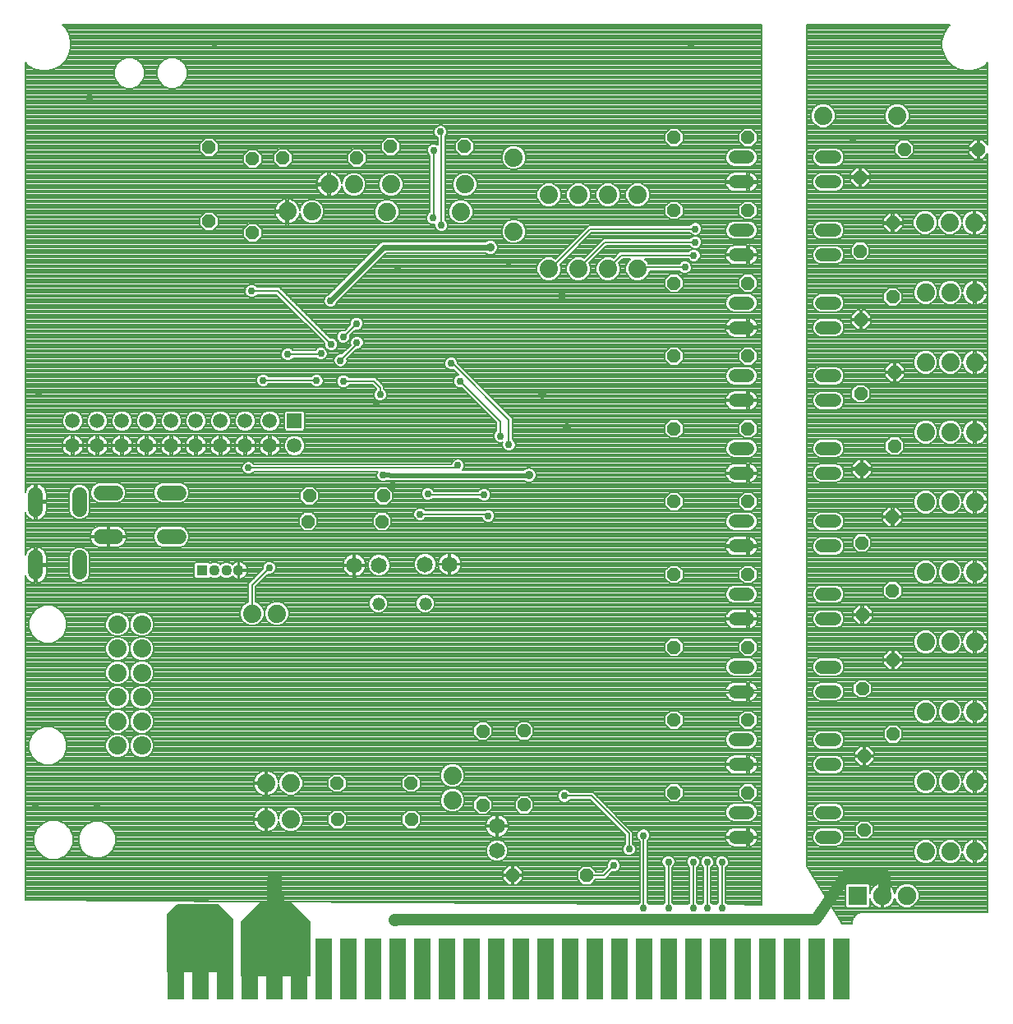
<source format=gbl>
G75*
%MOIN*%
%OFA0B0*%
%FSLAX25Y25*%
%IPPOS*%
%LPD*%
%AMOC8*
5,1,8,0,0,1.08239X$1,22.5*
%
%ADD10R,0.06500X0.25000*%
%ADD11R,0.04362X0.04362*%
%ADD12C,0.04362*%
%ADD13C,0.05200*%
%ADD14C,0.07400*%
%ADD15R,0.05937X0.05937*%
%ADD16C,0.05937*%
%ADD17C,0.05200*%
%ADD18R,0.07500X0.07500*%
%ADD19C,0.07500*%
%ADD20C,0.06500*%
%ADD21C,0.06000*%
%ADD22OC8,0.05200*%
%ADD23C,0.07382*%
%ADD24C,0.00800*%
%ADD25C,0.02978*%
%ADD26C,0.03569*%
%ADD27C,0.00591*%
%ADD28C,0.05906*%
%ADD29C,0.02000*%
%ADD30C,0.01969*%
%ADD31C,0.05906*%
%ADD32C,0.00500*%
%ADD33C,0.02400*%
%ADD34C,0.00600*%
%ADD35C,0.00787*%
%ADD36C,0.05000*%
%ADD37C,0.04500*%
D10*
X0067150Y0017500D03*
X0077150Y0017500D03*
X0087150Y0017500D03*
X0097150Y0017500D03*
X0107150Y0017500D03*
X0117150Y0017500D03*
X0127150Y0017500D03*
X0137150Y0017500D03*
X0147150Y0017500D03*
X0157150Y0017500D03*
X0167150Y0017500D03*
X0177150Y0017500D03*
X0187150Y0017500D03*
X0197150Y0017500D03*
X0207150Y0017500D03*
X0217150Y0017500D03*
X0227150Y0017500D03*
X0237150Y0017500D03*
X0247150Y0017500D03*
X0257150Y0017500D03*
X0267150Y0017500D03*
X0277150Y0017500D03*
X0287150Y0017500D03*
X0297150Y0017500D03*
X0307150Y0017500D03*
X0317150Y0017500D03*
X0327150Y0017500D03*
X0337150Y0017500D03*
D11*
X0077973Y0179123D03*
D12*
X0082894Y0179123D03*
X0087815Y0179123D03*
X0092737Y0179123D03*
D13*
X0294192Y0169449D02*
X0299392Y0169449D01*
X0299392Y0159449D02*
X0294192Y0159449D01*
X0294192Y0139921D02*
X0299392Y0139921D01*
X0299392Y0129921D02*
X0294192Y0129921D01*
X0294192Y0110394D02*
X0299392Y0110394D01*
X0299392Y0100394D02*
X0294192Y0100394D01*
X0294192Y0080866D02*
X0299392Y0080866D01*
X0299392Y0070866D02*
X0294192Y0070866D01*
X0329392Y0070866D02*
X0334592Y0070866D01*
X0334592Y0080866D02*
X0329392Y0080866D01*
X0329392Y0100394D02*
X0334592Y0100394D01*
X0334592Y0110394D02*
X0329392Y0110394D01*
X0329392Y0129921D02*
X0334592Y0129921D01*
X0334592Y0139921D02*
X0329392Y0139921D01*
X0329392Y0159449D02*
X0334592Y0159449D01*
X0334592Y0169449D02*
X0329392Y0169449D01*
X0329392Y0188976D02*
X0334592Y0188976D01*
X0334592Y0198976D02*
X0329392Y0198976D01*
X0329392Y0218504D02*
X0334592Y0218504D01*
X0334592Y0228504D02*
X0329392Y0228504D01*
X0329392Y0248031D02*
X0334592Y0248031D01*
X0334592Y0258031D02*
X0329392Y0258031D01*
X0329392Y0277559D02*
X0334592Y0277559D01*
X0334592Y0287559D02*
X0329392Y0287559D01*
X0329392Y0307087D02*
X0334592Y0307087D01*
X0334592Y0317087D02*
X0329392Y0317087D01*
X0329392Y0336614D02*
X0334592Y0336614D01*
X0334592Y0346614D02*
X0329392Y0346614D01*
X0299392Y0346614D02*
X0294192Y0346614D01*
X0294192Y0336614D02*
X0299392Y0336614D01*
X0299392Y0317087D02*
X0294192Y0317087D01*
X0294192Y0307087D02*
X0299392Y0307087D01*
X0299392Y0287559D02*
X0294192Y0287559D01*
X0294192Y0277559D02*
X0299392Y0277559D01*
X0299392Y0258031D02*
X0294192Y0258031D01*
X0294192Y0248031D02*
X0299392Y0248031D01*
X0299392Y0228504D02*
X0294192Y0228504D01*
X0294192Y0218504D02*
X0299392Y0218504D01*
X0299392Y0198976D02*
X0294192Y0198976D01*
X0294192Y0188976D02*
X0299392Y0188976D01*
D14*
X0371479Y0178425D03*
X0381479Y0178425D03*
X0391479Y0178425D03*
X0391479Y0150079D03*
X0381479Y0150079D03*
X0371479Y0150079D03*
X0371479Y0121732D03*
X0381479Y0121732D03*
X0391479Y0121732D03*
X0391479Y0093386D03*
X0381479Y0093386D03*
X0371479Y0093386D03*
X0371479Y0065039D03*
X0381479Y0065039D03*
X0391479Y0065039D03*
X0391479Y0206772D03*
X0381479Y0206772D03*
X0371479Y0206772D03*
X0371479Y0235118D03*
X0381479Y0235118D03*
X0391479Y0235118D03*
X0391479Y0263465D03*
X0381479Y0263465D03*
X0371479Y0263465D03*
X0371479Y0291811D03*
X0381479Y0291811D03*
X0391479Y0291811D03*
X0391279Y0320157D03*
X0381279Y0320157D03*
X0371279Y0320157D03*
X0359878Y0363508D03*
X0329878Y0363508D03*
X0254600Y0331400D03*
X0242600Y0331400D03*
X0230600Y0331400D03*
X0218600Y0331400D03*
X0204363Y0316513D03*
X0218600Y0301400D03*
X0230600Y0301400D03*
X0242600Y0301400D03*
X0254600Y0301400D03*
X0204363Y0346513D03*
X0184562Y0335630D03*
X0182895Y0324549D03*
X0154562Y0335630D03*
X0152895Y0324549D03*
X0139454Y0335634D03*
X0129454Y0335634D03*
X0122454Y0324635D03*
X0112454Y0324635D03*
X0108200Y0161600D03*
X0098200Y0161600D03*
X0103880Y0092795D03*
X0113880Y0092795D03*
X0113880Y0078031D03*
X0103880Y0078031D03*
X0179500Y0085900D03*
X0179500Y0095900D03*
D15*
X0115384Y0239744D03*
D16*
X0115384Y0229744D03*
X0105384Y0229744D03*
X0105384Y0239744D03*
X0095384Y0239744D03*
X0085384Y0239744D03*
X0085384Y0229744D03*
X0095384Y0229744D03*
X0075384Y0229744D03*
X0075384Y0239744D03*
X0065384Y0239744D03*
X0065384Y0229744D03*
X0055384Y0229744D03*
X0055384Y0239744D03*
X0045384Y0239744D03*
X0045384Y0229744D03*
X0035384Y0229744D03*
X0035384Y0239744D03*
X0025384Y0239744D03*
X0025384Y0229744D03*
D17*
X0149446Y0165571D03*
X0168446Y0165571D03*
D18*
X0343849Y0047173D03*
D19*
X0353849Y0047173D03*
X0363849Y0047173D03*
D20*
X0197600Y0065400D03*
X0197600Y0075400D03*
X0178361Y0181597D03*
X0168361Y0181597D03*
X0149692Y0181169D03*
X0139692Y0181169D03*
D21*
X0068429Y0192781D02*
X0062429Y0192781D01*
X0062429Y0210581D02*
X0068429Y0210581D01*
X0042829Y0210581D02*
X0036829Y0210581D01*
X0028194Y0209873D02*
X0028194Y0203873D01*
X0036829Y0192781D02*
X0042829Y0192781D01*
X0028194Y0184273D02*
X0028194Y0178273D01*
X0010394Y0178273D02*
X0010394Y0184273D01*
X0010394Y0203873D02*
X0010394Y0209873D01*
D22*
X0098390Y0315967D03*
X0080725Y0320634D03*
X0098390Y0345967D03*
X0110721Y0346299D03*
X0140721Y0346299D03*
X0154383Y0350965D03*
X0184383Y0350965D03*
X0269372Y0354606D03*
X0299372Y0354606D03*
X0299372Y0325079D03*
X0299372Y0295551D03*
X0299372Y0266024D03*
X0299372Y0236496D03*
X0269372Y0236496D03*
X0269372Y0266024D03*
X0269372Y0295551D03*
X0269372Y0325079D03*
X0344907Y0338583D03*
X0362813Y0349902D03*
X0392813Y0349902D03*
X0358135Y0319998D03*
X0344907Y0308583D03*
X0358135Y0289998D03*
X0345146Y0280792D03*
X0358855Y0259505D03*
X0345146Y0250792D03*
X0358855Y0229505D03*
X0345554Y0220208D03*
X0358066Y0200811D03*
X0345554Y0190208D03*
X0358066Y0170811D03*
X0345775Y0161098D03*
X0358232Y0142695D03*
X0345775Y0131098D03*
X0358232Y0112695D03*
X0346569Y0103786D03*
X0346569Y0073786D03*
X0299372Y0088858D03*
X0269372Y0088858D03*
X0269372Y0118386D03*
X0269372Y0147913D03*
X0269372Y0177441D03*
X0269372Y0206969D03*
X0299372Y0206969D03*
X0299372Y0177441D03*
X0299372Y0147913D03*
X0299372Y0118386D03*
X0233920Y0055394D03*
X0203920Y0055394D03*
X0208576Y0083941D03*
X0191791Y0083912D03*
X0162857Y0078031D03*
X0162660Y0092795D03*
X0191791Y0113912D03*
X0208576Y0113941D03*
X0132660Y0092795D03*
X0132857Y0078031D03*
X0120907Y0198934D03*
X0121433Y0209313D03*
X0151433Y0209313D03*
X0150907Y0198934D03*
X0080725Y0350634D03*
D23*
X0053443Y0157200D03*
X0053443Y0147357D03*
X0053443Y0137515D03*
X0053443Y0127672D03*
X0053443Y0117830D03*
X0053443Y0107987D03*
X0043600Y0107987D03*
X0043600Y0117830D03*
X0043600Y0127672D03*
X0043600Y0137515D03*
X0043600Y0147357D03*
X0043600Y0157200D03*
D24*
X0006100Y0177256D02*
X0006100Y0045327D01*
X0254861Y0043874D01*
X0255473Y0044486D01*
X0255493Y0044494D01*
X0255493Y0069306D01*
X0255473Y0069314D01*
X0254714Y0070073D01*
X0254304Y0071064D01*
X0254304Y0072136D01*
X0254714Y0073127D01*
X0255473Y0073886D01*
X0256464Y0074296D01*
X0257536Y0074296D01*
X0258527Y0073886D01*
X0259286Y0073127D01*
X0259696Y0072136D01*
X0259696Y0071064D01*
X0259286Y0070073D01*
X0258527Y0069314D01*
X0258507Y0069306D01*
X0258507Y0044494D01*
X0258527Y0044486D01*
X0259164Y0043849D01*
X0265028Y0043815D01*
X0265573Y0044360D01*
X0265593Y0044368D01*
X0265593Y0051748D01*
X0265593Y0051748D01*
X0265593Y0052376D01*
X0265593Y0052996D01*
X0265593Y0052996D01*
X0265595Y0058546D01*
X0265576Y0058554D01*
X0264818Y0059312D01*
X0264407Y0060303D01*
X0264407Y0061376D01*
X0264818Y0062367D01*
X0265576Y0063125D01*
X0266567Y0063535D01*
X0267639Y0063535D01*
X0268630Y0063125D01*
X0269389Y0062367D01*
X0269799Y0061376D01*
X0269799Y0060303D01*
X0269389Y0059312D01*
X0268630Y0058554D01*
X0268609Y0058545D01*
X0268607Y0052374D01*
X0268607Y0044368D01*
X0268627Y0044360D01*
X0269197Y0043790D01*
X0275069Y0043756D01*
X0275673Y0044360D01*
X0275693Y0044368D01*
X0275693Y0052374D01*
X0275691Y0058545D01*
X0275670Y0058554D01*
X0274911Y0059312D01*
X0274501Y0060303D01*
X0274501Y0061376D01*
X0274911Y0062367D01*
X0275670Y0063125D01*
X0276661Y0063535D01*
X0277733Y0063535D01*
X0278724Y0063125D01*
X0279482Y0062367D01*
X0279893Y0061376D01*
X0279893Y0060303D01*
X0279482Y0059312D01*
X0278724Y0058554D01*
X0278705Y0058546D01*
X0278707Y0052996D01*
X0278707Y0052996D01*
X0278707Y0052376D01*
X0278707Y0051748D01*
X0278707Y0051748D01*
X0278707Y0044368D01*
X0278727Y0044360D01*
X0279356Y0043731D01*
X0280513Y0043724D01*
X0280514Y0043727D01*
X0281273Y0044486D01*
X0281293Y0044494D01*
X0281293Y0058506D01*
X0281273Y0058514D01*
X0280514Y0059273D01*
X0280104Y0060264D01*
X0280104Y0061336D01*
X0280514Y0062327D01*
X0281273Y0063086D01*
X0282264Y0063496D01*
X0283336Y0063496D01*
X0284327Y0063086D01*
X0285086Y0062327D01*
X0285496Y0061336D01*
X0285496Y0060264D01*
X0285086Y0059273D01*
X0284327Y0058514D01*
X0284307Y0058506D01*
X0284307Y0044494D01*
X0284327Y0044486D01*
X0285086Y0043727D01*
X0285098Y0043697D01*
X0286499Y0043689D01*
X0286514Y0043727D01*
X0287273Y0044486D01*
X0287293Y0044494D01*
X0287293Y0058506D01*
X0287273Y0058514D01*
X0286514Y0059273D01*
X0286104Y0060264D01*
X0286104Y0061336D01*
X0286514Y0062327D01*
X0287273Y0063086D01*
X0288264Y0063496D01*
X0289336Y0063496D01*
X0290327Y0063086D01*
X0291086Y0062327D01*
X0291496Y0061336D01*
X0291496Y0060264D01*
X0291086Y0059273D01*
X0290327Y0058514D01*
X0290307Y0058506D01*
X0290307Y0044494D01*
X0290327Y0044486D01*
X0291086Y0043727D01*
X0291112Y0043662D01*
X0304746Y0043583D01*
X0304746Y0400300D01*
X0021409Y0400300D01*
X0022562Y0399147D01*
X0023987Y0396678D01*
X0024725Y0393925D01*
X0024725Y0391075D01*
X0023987Y0388322D01*
X0022562Y0385853D01*
X0020547Y0383838D01*
X0018078Y0382413D01*
X0015325Y0381675D01*
X0012475Y0381675D01*
X0009722Y0382413D01*
X0007253Y0383838D01*
X0006100Y0384991D01*
X0006100Y0210891D01*
X0006102Y0210904D01*
X0006316Y0211562D01*
X0006630Y0212179D01*
X0007038Y0212740D01*
X0007527Y0213229D01*
X0008088Y0213636D01*
X0008705Y0213951D01*
X0009363Y0214165D01*
X0009994Y0214265D01*
X0009994Y0207273D01*
X0010794Y0207273D01*
X0014794Y0207273D01*
X0014794Y0210220D01*
X0014685Y0210904D01*
X0014471Y0211562D01*
X0014157Y0212179D01*
X0013750Y0212740D01*
X0013260Y0213229D01*
X0012700Y0213636D01*
X0012083Y0213951D01*
X0011424Y0214165D01*
X0010794Y0214265D01*
X0010794Y0207273D01*
X0010794Y0206473D01*
X0014794Y0206473D01*
X0014794Y0203527D01*
X0014685Y0202843D01*
X0014471Y0202184D01*
X0014157Y0201567D01*
X0013750Y0201007D01*
X0013260Y0200517D01*
X0012700Y0200110D01*
X0012083Y0199796D01*
X0011424Y0199582D01*
X0010794Y0199482D01*
X0010794Y0206473D01*
X0009994Y0206473D01*
X0009994Y0199482D01*
X0009363Y0199582D01*
X0008705Y0199796D01*
X0008088Y0200110D01*
X0007527Y0200517D01*
X0007038Y0201007D01*
X0006630Y0201567D01*
X0006316Y0202184D01*
X0006102Y0202843D01*
X0006100Y0202856D01*
X0006100Y0185291D01*
X0006102Y0185304D01*
X0006316Y0185962D01*
X0006630Y0186579D01*
X0007038Y0187140D01*
X0007527Y0187629D01*
X0008088Y0188036D01*
X0008705Y0188351D01*
X0009363Y0188565D01*
X0009994Y0188665D01*
X0009994Y0181673D01*
X0010794Y0181673D01*
X0014794Y0181673D01*
X0014794Y0184620D01*
X0014685Y0185304D01*
X0014471Y0185962D01*
X0014157Y0186579D01*
X0013750Y0187140D01*
X0013260Y0187629D01*
X0012700Y0188036D01*
X0012083Y0188351D01*
X0011424Y0188565D01*
X0010794Y0188665D01*
X0010794Y0181673D01*
X0010794Y0180873D01*
X0014794Y0180873D01*
X0014794Y0177927D01*
X0014685Y0177243D01*
X0014471Y0176584D01*
X0014157Y0175967D01*
X0013750Y0175407D01*
X0013260Y0174917D01*
X0012700Y0174510D01*
X0012083Y0174196D01*
X0011424Y0173982D01*
X0010794Y0173882D01*
X0010794Y0180873D01*
X0009994Y0180873D01*
X0009994Y0173882D01*
X0009363Y0173982D01*
X0008705Y0174196D01*
X0008088Y0174510D01*
X0007527Y0174917D01*
X0007038Y0175407D01*
X0006630Y0175967D01*
X0006316Y0176584D01*
X0006102Y0177243D01*
X0006100Y0177256D01*
X0006100Y0176680D02*
X0006285Y0176680D01*
X0006100Y0175881D02*
X0006693Y0175881D01*
X0006100Y0175083D02*
X0007361Y0175083D01*
X0008530Y0174284D02*
X0006100Y0174284D01*
X0006100Y0173486D02*
X0096693Y0173486D01*
X0096693Y0173824D02*
X0096693Y0166287D01*
X0095420Y0165760D01*
X0094040Y0164380D01*
X0093293Y0162576D01*
X0093293Y0160624D01*
X0094040Y0158820D01*
X0095420Y0157440D01*
X0097224Y0156693D01*
X0099176Y0156693D01*
X0100980Y0157440D01*
X0102360Y0158820D01*
X0103107Y0160624D01*
X0103107Y0162576D01*
X0102360Y0164380D01*
X0100980Y0165760D01*
X0099707Y0166287D01*
X0099707Y0172576D01*
X0104644Y0177512D01*
X0104664Y0177504D01*
X0105736Y0177504D01*
X0106727Y0177914D01*
X0107486Y0178673D01*
X0107896Y0179664D01*
X0107896Y0180736D01*
X0107486Y0181727D01*
X0106727Y0182486D01*
X0105736Y0182896D01*
X0104664Y0182896D01*
X0103673Y0182486D01*
X0102914Y0181727D01*
X0102504Y0180736D01*
X0102504Y0179664D01*
X0102512Y0179644D01*
X0096693Y0173824D01*
X0097153Y0174284D02*
X0029557Y0174284D01*
X0029031Y0174066D02*
X0030577Y0174707D01*
X0031760Y0175890D01*
X0032401Y0177436D01*
X0032401Y0185110D01*
X0031760Y0186656D01*
X0030577Y0187840D01*
X0029031Y0188480D01*
X0027357Y0188480D01*
X0025811Y0187840D01*
X0024627Y0186656D01*
X0023987Y0185110D01*
X0023987Y0177436D01*
X0024627Y0175890D01*
X0025811Y0174707D01*
X0027357Y0174066D01*
X0029031Y0174066D01*
X0030953Y0175083D02*
X0097952Y0175083D01*
X0098750Y0175881D02*
X0094268Y0175881D01*
X0094433Y0175950D02*
X0095020Y0176342D01*
X0095518Y0176841D01*
X0095910Y0177427D01*
X0096180Y0178079D01*
X0096318Y0178771D01*
X0096318Y0178933D01*
X0092927Y0178933D01*
X0092927Y0175542D01*
X0093089Y0175542D01*
X0093781Y0175680D01*
X0094433Y0175950D01*
X0095358Y0176680D02*
X0099549Y0176680D01*
X0100347Y0177478D02*
X0095931Y0177478D01*
X0096220Y0178277D02*
X0101146Y0178277D01*
X0101944Y0179075D02*
X0092927Y0179075D01*
X0092927Y0178933D02*
X0092927Y0179314D01*
X0092546Y0179314D01*
X0092546Y0182705D01*
X0092384Y0182705D01*
X0091692Y0182567D01*
X0091040Y0182297D01*
X0090454Y0181905D01*
X0090140Y0181591D01*
X0089735Y0181996D01*
X0088489Y0182512D01*
X0087141Y0182512D01*
X0085896Y0181996D01*
X0085355Y0181454D01*
X0084813Y0181996D01*
X0083568Y0182512D01*
X0082220Y0182512D01*
X0081113Y0182053D01*
X0080654Y0182512D01*
X0075292Y0182512D01*
X0074585Y0181805D01*
X0074585Y0176442D01*
X0075292Y0175735D01*
X0080654Y0175735D01*
X0081113Y0176194D01*
X0082220Y0175735D01*
X0083568Y0175735D01*
X0084813Y0176251D01*
X0085355Y0176793D01*
X0085896Y0176251D01*
X0087141Y0175735D01*
X0088489Y0175735D01*
X0089735Y0176251D01*
X0090140Y0176656D01*
X0090454Y0176342D01*
X0091040Y0175950D01*
X0091692Y0175680D01*
X0092384Y0175542D01*
X0092546Y0175542D01*
X0092546Y0178933D01*
X0092927Y0178933D01*
X0092927Y0179314D02*
X0096318Y0179314D01*
X0096318Y0179476D01*
X0096180Y0180168D01*
X0095910Y0180820D01*
X0095518Y0181406D01*
X0095020Y0181905D01*
X0094433Y0182297D01*
X0093781Y0182567D01*
X0093089Y0182705D01*
X0092927Y0182705D01*
X0092927Y0179314D01*
X0092927Y0179874D02*
X0092546Y0179874D01*
X0092546Y0180672D02*
X0092927Y0180672D01*
X0092927Y0181471D02*
X0092546Y0181471D01*
X0092546Y0182270D02*
X0092927Y0182270D01*
X0094474Y0182270D02*
X0103457Y0182270D01*
X0102808Y0181471D02*
X0095454Y0181471D01*
X0095971Y0180672D02*
X0102504Y0180672D01*
X0102504Y0179874D02*
X0096239Y0179874D01*
X0092927Y0178277D02*
X0092546Y0178277D01*
X0092546Y0177478D02*
X0092927Y0177478D01*
X0092927Y0176680D02*
X0092546Y0176680D01*
X0092546Y0175881D02*
X0092927Y0175881D01*
X0091206Y0175881D02*
X0088842Y0175881D01*
X0086789Y0175881D02*
X0083921Y0175881D01*
X0085242Y0176680D02*
X0085467Y0176680D01*
X0081867Y0175881D02*
X0080800Y0175881D01*
X0075146Y0175881D02*
X0031752Y0175881D01*
X0032087Y0176680D02*
X0074585Y0176680D01*
X0074585Y0177478D02*
X0032401Y0177478D01*
X0032401Y0178277D02*
X0074585Y0178277D01*
X0074585Y0179075D02*
X0032401Y0179075D01*
X0032401Y0179874D02*
X0074585Y0179874D01*
X0074585Y0180672D02*
X0032401Y0180672D01*
X0032401Y0181471D02*
X0074585Y0181471D01*
X0075050Y0182270D02*
X0032401Y0182270D01*
X0032401Y0183068D02*
X0135441Y0183068D01*
X0135383Y0182954D02*
X0135157Y0182258D01*
X0135042Y0181535D01*
X0135042Y0181458D01*
X0139403Y0181458D01*
X0139403Y0180880D01*
X0139981Y0180880D01*
X0139981Y0176519D01*
X0140058Y0176519D01*
X0140781Y0176634D01*
X0141477Y0176860D01*
X0142129Y0177192D01*
X0142721Y0177623D01*
X0143239Y0178140D01*
X0143669Y0178732D01*
X0144001Y0179384D01*
X0144228Y0180081D01*
X0144342Y0180803D01*
X0144342Y0180880D01*
X0139981Y0180880D01*
X0139981Y0181458D01*
X0144342Y0181458D01*
X0144342Y0181535D01*
X0144228Y0182258D01*
X0144001Y0182954D01*
X0143669Y0183607D01*
X0143239Y0184199D01*
X0142721Y0184716D01*
X0142129Y0185146D01*
X0141477Y0185479D01*
X0140781Y0185705D01*
X0140058Y0185819D01*
X0139981Y0185819D01*
X0139981Y0181459D01*
X0139403Y0181459D01*
X0139403Y0185819D01*
X0139326Y0185819D01*
X0138603Y0185705D01*
X0137907Y0185479D01*
X0137255Y0185146D01*
X0136663Y0184716D01*
X0136145Y0184199D01*
X0135715Y0183607D01*
X0135383Y0182954D01*
X0135160Y0182270D02*
X0106943Y0182270D01*
X0107592Y0181471D02*
X0135042Y0181471D01*
X0135042Y0180880D02*
X0135042Y0180803D01*
X0135157Y0180081D01*
X0135383Y0179384D01*
X0135715Y0178732D01*
X0136145Y0178140D01*
X0136663Y0177623D01*
X0137255Y0177192D01*
X0137907Y0176860D01*
X0138603Y0176634D01*
X0139326Y0176519D01*
X0139403Y0176519D01*
X0139403Y0180880D01*
X0135042Y0180880D01*
X0135063Y0180672D02*
X0107896Y0180672D01*
X0107896Y0179874D02*
X0135224Y0179874D01*
X0135540Y0179075D02*
X0107652Y0179075D01*
X0107090Y0178277D02*
X0136046Y0178277D01*
X0136861Y0177478D02*
X0104610Y0177478D01*
X0103811Y0176680D02*
X0138462Y0176680D01*
X0139403Y0176680D02*
X0139981Y0176680D01*
X0139981Y0177478D02*
X0139403Y0177478D01*
X0139403Y0178277D02*
X0139981Y0178277D01*
X0139981Y0179075D02*
X0139403Y0179075D01*
X0139403Y0179874D02*
X0139981Y0179874D01*
X0139981Y0180672D02*
X0139403Y0180672D01*
X0139403Y0181471D02*
X0139981Y0181471D01*
X0139981Y0182270D02*
X0139403Y0182270D01*
X0139403Y0183068D02*
X0139981Y0183068D01*
X0139981Y0183867D02*
X0139403Y0183867D01*
X0139403Y0184665D02*
X0139981Y0184665D01*
X0139981Y0185464D02*
X0139403Y0185464D01*
X0137877Y0185464D02*
X0032254Y0185464D01*
X0032401Y0184665D02*
X0136612Y0184665D01*
X0135904Y0183867D02*
X0032401Y0183867D01*
X0031924Y0186262D02*
X0291250Y0186262D01*
X0291085Y0186427D02*
X0291642Y0185869D01*
X0292297Y0185432D01*
X0293025Y0185130D01*
X0293798Y0184976D01*
X0298992Y0184976D01*
X0298992Y0188576D01*
X0299792Y0188576D01*
X0299792Y0184978D01*
X0300559Y0185130D01*
X0301287Y0185432D01*
X0301942Y0185869D01*
X0302499Y0186427D01*
X0302937Y0187082D01*
X0303238Y0187810D01*
X0303391Y0188576D01*
X0299792Y0188576D01*
X0299792Y0189376D01*
X0303391Y0189376D01*
X0303238Y0190143D01*
X0302937Y0190871D01*
X0302499Y0191526D01*
X0301942Y0192083D01*
X0301287Y0192521D01*
X0300559Y0192823D01*
X0299792Y0192975D01*
X0299792Y0189376D01*
X0298992Y0189376D01*
X0298992Y0188576D01*
X0290193Y0188576D01*
X0290346Y0187810D01*
X0290647Y0187082D01*
X0291085Y0186427D01*
X0290661Y0187061D02*
X0031356Y0187061D01*
X0030530Y0187859D02*
X0290336Y0187859D01*
X0290193Y0189376D02*
X0298992Y0189376D01*
X0298992Y0192976D01*
X0293798Y0192976D01*
X0293025Y0192823D01*
X0292297Y0192521D01*
X0291642Y0192083D01*
X0291085Y0191526D01*
X0290647Y0190871D01*
X0290346Y0190143D01*
X0290193Y0189376D01*
X0290209Y0189456D02*
X0071054Y0189456D01*
X0070812Y0189215D02*
X0071996Y0190398D01*
X0072636Y0191944D01*
X0072636Y0193618D01*
X0071996Y0195164D01*
X0070812Y0196348D01*
X0069266Y0196988D01*
X0061592Y0196988D01*
X0060046Y0196348D01*
X0058862Y0195164D01*
X0058222Y0193618D01*
X0058222Y0191944D01*
X0058862Y0190398D01*
X0060046Y0189215D01*
X0061592Y0188574D01*
X0069266Y0188574D01*
X0070812Y0189215D01*
X0069467Y0188658D02*
X0298992Y0188658D01*
X0298992Y0189456D02*
X0299792Y0189456D01*
X0299792Y0188658D02*
X0304746Y0188658D01*
X0304746Y0189456D02*
X0303375Y0189456D01*
X0303192Y0190255D02*
X0304746Y0190255D01*
X0304746Y0191053D02*
X0302815Y0191053D01*
X0302174Y0191852D02*
X0304746Y0191852D01*
X0304746Y0192650D02*
X0300975Y0192650D01*
X0299792Y0192650D02*
X0298992Y0192650D01*
X0298992Y0191852D02*
X0299792Y0191852D01*
X0299792Y0191053D02*
X0298992Y0191053D01*
X0298992Y0190255D02*
X0299792Y0190255D01*
X0299792Y0187859D02*
X0298992Y0187859D01*
X0298992Y0187061D02*
X0299792Y0187061D01*
X0299792Y0186262D02*
X0298992Y0186262D01*
X0298992Y0185464D02*
X0299792Y0185464D01*
X0301335Y0185464D02*
X0304746Y0185464D01*
X0304746Y0186262D02*
X0302335Y0186262D01*
X0302923Y0187061D02*
X0304746Y0187061D01*
X0304746Y0187859D02*
X0303248Y0187859D01*
X0304746Y0184665D02*
X0181868Y0184665D01*
X0181907Y0184626D02*
X0181390Y0185143D01*
X0180798Y0185574D01*
X0180145Y0185906D01*
X0179449Y0186132D01*
X0178726Y0186247D01*
X0178649Y0186247D01*
X0178649Y0181886D01*
X0178072Y0181886D01*
X0178072Y0186247D01*
X0177995Y0186247D01*
X0177272Y0186132D01*
X0176576Y0185906D01*
X0175923Y0185574D01*
X0175331Y0185143D01*
X0174814Y0184626D01*
X0174383Y0184034D01*
X0174051Y0183382D01*
X0173825Y0182686D01*
X0173711Y0181963D01*
X0173711Y0181886D01*
X0178071Y0181886D01*
X0178071Y0181308D01*
X0173711Y0181308D01*
X0173711Y0181231D01*
X0173825Y0180508D01*
X0174051Y0179812D01*
X0174383Y0179160D01*
X0174814Y0178567D01*
X0175331Y0178050D01*
X0175923Y0177620D01*
X0176576Y0177287D01*
X0177272Y0177061D01*
X0177995Y0176947D01*
X0178072Y0176947D01*
X0178072Y0181308D01*
X0178649Y0181308D01*
X0178649Y0176947D01*
X0178726Y0176947D01*
X0179449Y0177061D01*
X0180145Y0177287D01*
X0180798Y0177620D01*
X0181390Y0178050D01*
X0181907Y0178567D01*
X0182338Y0179160D01*
X0182670Y0179812D01*
X0182896Y0180508D01*
X0183010Y0181231D01*
X0183010Y0181308D01*
X0178650Y0181308D01*
X0178650Y0181886D01*
X0183010Y0181886D01*
X0183010Y0181963D01*
X0182896Y0182686D01*
X0182670Y0183382D01*
X0182338Y0184034D01*
X0181907Y0184626D01*
X0182423Y0183867D02*
X0304746Y0183867D01*
X0304746Y0183068D02*
X0182772Y0183068D01*
X0182962Y0182270D02*
X0304746Y0182270D01*
X0304746Y0181471D02*
X0178650Y0181471D01*
X0178071Y0181471D02*
X0172818Y0181471D01*
X0172818Y0180710D02*
X0172139Y0179072D01*
X0170885Y0177818D01*
X0169247Y0177140D01*
X0167474Y0177140D01*
X0165836Y0177818D01*
X0164582Y0179072D01*
X0163903Y0180710D01*
X0163903Y0182483D01*
X0164582Y0184121D01*
X0165836Y0185375D01*
X0167474Y0186054D01*
X0169247Y0186054D01*
X0170885Y0185375D01*
X0172139Y0184121D01*
X0172818Y0182483D01*
X0172818Y0180710D01*
X0172802Y0180672D02*
X0173799Y0180672D01*
X0174031Y0179874D02*
X0172471Y0179874D01*
X0172141Y0179075D02*
X0174445Y0179075D01*
X0175104Y0178277D02*
X0171344Y0178277D01*
X0170065Y0177478D02*
X0176200Y0177478D01*
X0178072Y0177478D02*
X0178649Y0177478D01*
X0178649Y0178277D02*
X0178072Y0178277D01*
X0178072Y0179075D02*
X0178649Y0179075D01*
X0178649Y0179874D02*
X0178072Y0179874D01*
X0178072Y0180672D02*
X0178649Y0180672D01*
X0178649Y0182270D02*
X0178072Y0182270D01*
X0178072Y0183068D02*
X0178649Y0183068D01*
X0178649Y0183867D02*
X0178072Y0183867D01*
X0178072Y0184665D02*
X0178649Y0184665D01*
X0178649Y0185464D02*
X0178072Y0185464D01*
X0175772Y0185464D02*
X0170672Y0185464D01*
X0171595Y0184665D02*
X0174853Y0184665D01*
X0174298Y0183867D02*
X0172245Y0183867D01*
X0172575Y0183068D02*
X0173949Y0183068D01*
X0173759Y0182270D02*
X0172818Y0182270D01*
X0166656Y0177478D02*
X0152304Y0177478D01*
X0152217Y0177391D02*
X0153471Y0178645D01*
X0154149Y0180283D01*
X0154149Y0182056D01*
X0153471Y0183694D01*
X0152217Y0184948D01*
X0150579Y0185627D01*
X0148805Y0185627D01*
X0147167Y0184948D01*
X0145913Y0183694D01*
X0145235Y0182056D01*
X0145235Y0180283D01*
X0145913Y0178645D01*
X0147167Y0177391D01*
X0148805Y0176712D01*
X0150579Y0176712D01*
X0152217Y0177391D01*
X0153103Y0178277D02*
X0165377Y0178277D01*
X0164580Y0179075D02*
X0153649Y0179075D01*
X0153980Y0179874D02*
X0164250Y0179874D01*
X0163919Y0180672D02*
X0154149Y0180672D01*
X0154149Y0181471D02*
X0163903Y0181471D01*
X0163903Y0182270D02*
X0154061Y0182270D01*
X0153730Y0183068D02*
X0164146Y0183068D01*
X0164476Y0183867D02*
X0153298Y0183867D01*
X0152500Y0184665D02*
X0165126Y0184665D01*
X0166049Y0185464D02*
X0150972Y0185464D01*
X0148412Y0185464D02*
X0141507Y0185464D01*
X0142773Y0184665D02*
X0146884Y0184665D01*
X0146086Y0183867D02*
X0143480Y0183867D01*
X0143943Y0183068D02*
X0145654Y0183068D01*
X0145323Y0182270D02*
X0144224Y0182270D01*
X0144342Y0181471D02*
X0145235Y0181471D01*
X0145235Y0180672D02*
X0144321Y0180672D01*
X0144160Y0179874D02*
X0145404Y0179874D01*
X0145735Y0179075D02*
X0143844Y0179075D01*
X0143338Y0178277D02*
X0146281Y0178277D01*
X0147080Y0177478D02*
X0142523Y0177478D01*
X0140922Y0176680D02*
X0265565Y0176680D01*
X0265565Y0177478D02*
X0180521Y0177478D01*
X0181617Y0178277D02*
X0265565Y0178277D01*
X0265565Y0179018D02*
X0265565Y0175864D01*
X0267795Y0173634D01*
X0270949Y0173634D01*
X0273180Y0175864D01*
X0273180Y0179018D01*
X0270949Y0181248D01*
X0267795Y0181248D01*
X0265565Y0179018D01*
X0265623Y0179075D02*
X0182276Y0179075D01*
X0182690Y0179874D02*
X0266421Y0179874D01*
X0267220Y0180672D02*
X0182922Y0180672D01*
X0180949Y0185464D02*
X0292250Y0185464D01*
X0290392Y0190255D02*
X0071852Y0190255D01*
X0072267Y0191053D02*
X0290769Y0191053D01*
X0291411Y0191852D02*
X0072598Y0191852D01*
X0072636Y0192650D02*
X0292609Y0192650D01*
X0293435Y0195169D02*
X0292036Y0195749D01*
X0290965Y0196820D01*
X0290385Y0198219D01*
X0290385Y0199734D01*
X0290965Y0201133D01*
X0292036Y0202204D01*
X0293435Y0202783D01*
X0300149Y0202783D01*
X0301549Y0202204D01*
X0302620Y0201133D01*
X0303199Y0199734D01*
X0303199Y0198219D01*
X0302620Y0196820D01*
X0301549Y0195749D01*
X0300149Y0195169D01*
X0293435Y0195169D01*
X0291940Y0195844D02*
X0153201Y0195844D01*
X0152484Y0195127D02*
X0154714Y0197357D01*
X0154714Y0200511D01*
X0152484Y0202741D01*
X0149330Y0202741D01*
X0147100Y0200511D01*
X0147100Y0197357D01*
X0149330Y0195127D01*
X0152484Y0195127D01*
X0154000Y0196643D02*
X0291142Y0196643D01*
X0290707Y0197441D02*
X0154714Y0197441D01*
X0154714Y0198240D02*
X0290385Y0198240D01*
X0290385Y0199038D02*
X0195651Y0199038D01*
X0195527Y0198914D02*
X0196286Y0199673D01*
X0196696Y0200664D01*
X0196696Y0201736D01*
X0196286Y0202727D01*
X0195527Y0203486D01*
X0194536Y0203896D01*
X0193464Y0203896D01*
X0192473Y0203486D01*
X0192294Y0203307D01*
X0168694Y0203307D01*
X0168686Y0203327D01*
X0167927Y0204086D01*
X0166936Y0204496D01*
X0165864Y0204496D01*
X0164873Y0204086D01*
X0164114Y0203327D01*
X0163704Y0202336D01*
X0163704Y0201264D01*
X0164114Y0200273D01*
X0164873Y0199514D01*
X0165864Y0199104D01*
X0166936Y0199104D01*
X0167927Y0199514D01*
X0168686Y0200273D01*
X0168694Y0200293D01*
X0191458Y0200293D01*
X0191714Y0199673D01*
X0192473Y0198914D01*
X0193464Y0198504D01*
X0194536Y0198504D01*
X0195527Y0198914D01*
X0196354Y0199837D02*
X0290428Y0199837D01*
X0290759Y0200635D02*
X0196684Y0200635D01*
X0196696Y0201434D02*
X0291266Y0201434D01*
X0292104Y0202232D02*
X0196491Y0202232D01*
X0195982Y0203031D02*
X0304746Y0203031D01*
X0304746Y0203829D02*
X0301617Y0203829D01*
X0300949Y0203161D02*
X0303180Y0205392D01*
X0303180Y0208545D01*
X0300949Y0210776D01*
X0297795Y0210776D01*
X0295565Y0208545D01*
X0295565Y0205392D01*
X0297795Y0203161D01*
X0300949Y0203161D01*
X0301480Y0202232D02*
X0304746Y0202232D01*
X0304746Y0201434D02*
X0302319Y0201434D01*
X0302826Y0200635D02*
X0304746Y0200635D01*
X0304746Y0199837D02*
X0303156Y0199837D01*
X0303199Y0199038D02*
X0304746Y0199038D01*
X0304746Y0198240D02*
X0303199Y0198240D01*
X0302877Y0197441D02*
X0304746Y0197441D01*
X0304746Y0196643D02*
X0302442Y0196643D01*
X0301644Y0195844D02*
X0304746Y0195844D01*
X0304746Y0195046D02*
X0072045Y0195046D01*
X0072376Y0194247D02*
X0304746Y0194247D01*
X0304746Y0193449D02*
X0072636Y0193449D01*
X0071316Y0195844D02*
X0118613Y0195844D01*
X0119330Y0195127D02*
X0122484Y0195127D01*
X0124714Y0197357D01*
X0124714Y0200511D01*
X0122484Y0202741D01*
X0119330Y0202741D01*
X0117100Y0200511D01*
X0117100Y0197357D01*
X0119330Y0195127D01*
X0117814Y0196643D02*
X0070100Y0196643D01*
X0069266Y0206374D02*
X0061592Y0206374D01*
X0060046Y0207015D01*
X0058862Y0208198D01*
X0058222Y0209744D01*
X0058222Y0211418D01*
X0058862Y0212964D01*
X0060046Y0214148D01*
X0061592Y0214788D01*
X0069266Y0214788D01*
X0070812Y0214148D01*
X0071996Y0212964D01*
X0072636Y0211418D01*
X0072636Y0209744D01*
X0071996Y0208198D01*
X0070812Y0207015D01*
X0069266Y0206374D01*
X0070821Y0207023D02*
X0118339Y0207023D01*
X0117626Y0207736D02*
X0119856Y0205506D01*
X0123010Y0205506D01*
X0125240Y0207736D01*
X0125240Y0210890D01*
X0123010Y0213120D01*
X0119856Y0213120D01*
X0117626Y0210890D01*
X0117626Y0207736D01*
X0117626Y0207822D02*
X0071619Y0207822D01*
X0072171Y0208620D02*
X0117626Y0208620D01*
X0117626Y0209419D02*
X0072501Y0209419D01*
X0072636Y0210217D02*
X0117626Y0210217D01*
X0117752Y0211016D02*
X0072636Y0211016D01*
X0072472Y0211814D02*
X0118550Y0211814D01*
X0119349Y0212613D02*
X0072141Y0212613D01*
X0071549Y0213411D02*
X0304746Y0213411D01*
X0304746Y0212613D02*
X0170693Y0212613D01*
X0171000Y0212486D02*
X0170010Y0212896D01*
X0168937Y0212896D01*
X0167946Y0212486D01*
X0167188Y0211727D01*
X0166777Y0210736D01*
X0166777Y0209664D01*
X0167188Y0208673D01*
X0167946Y0207914D01*
X0168937Y0207504D01*
X0170010Y0207504D01*
X0171000Y0207914D01*
X0171324Y0208238D01*
X0190017Y0208238D01*
X0190025Y0208218D01*
X0190783Y0207460D01*
X0191774Y0207049D01*
X0192847Y0207049D01*
X0193838Y0207460D01*
X0194596Y0208218D01*
X0195007Y0209209D01*
X0195007Y0210281D01*
X0194596Y0211272D01*
X0193838Y0212031D01*
X0192847Y0212441D01*
X0191774Y0212441D01*
X0190783Y0212031D01*
X0190025Y0211272D01*
X0190017Y0211252D01*
X0171956Y0211252D01*
X0171759Y0211727D01*
X0171000Y0212486D01*
X0171672Y0211814D02*
X0190567Y0211814D01*
X0194054Y0211814D02*
X0304746Y0211814D01*
X0304746Y0211016D02*
X0194702Y0211016D01*
X0195007Y0210217D02*
X0267237Y0210217D01*
X0267795Y0210776D02*
X0265565Y0208545D01*
X0265565Y0205392D01*
X0267795Y0203161D01*
X0270949Y0203161D01*
X0273180Y0205392D01*
X0273180Y0208545D01*
X0270949Y0210776D01*
X0267795Y0210776D01*
X0266439Y0209419D02*
X0195007Y0209419D01*
X0194763Y0208620D02*
X0265640Y0208620D01*
X0265565Y0207822D02*
X0194200Y0207822D01*
X0190421Y0207822D02*
X0170777Y0207822D01*
X0168169Y0207822D02*
X0155240Y0207822D01*
X0155240Y0207736D02*
X0153010Y0205506D01*
X0149856Y0205506D01*
X0147626Y0207736D01*
X0147626Y0210890D01*
X0149856Y0213120D01*
X0153010Y0213120D01*
X0155240Y0210890D01*
X0155240Y0207736D01*
X0155240Y0208620D02*
X0167240Y0208620D01*
X0166879Y0209419D02*
X0155240Y0209419D01*
X0155240Y0210217D02*
X0166777Y0210217D01*
X0166893Y0211016D02*
X0155115Y0211016D01*
X0154316Y0211814D02*
X0167275Y0211814D01*
X0168253Y0212613D02*
X0153518Y0212613D01*
X0152064Y0215008D02*
X0208989Y0215008D01*
X0208769Y0215100D02*
X0209868Y0214644D01*
X0211058Y0214644D01*
X0212158Y0215100D01*
X0212999Y0215941D01*
X0213455Y0217041D01*
X0213455Y0218231D01*
X0212999Y0219330D01*
X0212158Y0220172D01*
X0211058Y0220627D01*
X0209868Y0220627D01*
X0208769Y0220172D01*
X0208403Y0219805D01*
X0183689Y0219805D01*
X0184001Y0220118D01*
X0184411Y0221109D01*
X0184411Y0222181D01*
X0184001Y0223172D01*
X0183242Y0223931D01*
X0182252Y0224341D01*
X0181179Y0224341D01*
X0180188Y0223931D01*
X0179430Y0223172D01*
X0179019Y0222181D01*
X0179019Y0222152D01*
X0099018Y0222152D01*
X0099009Y0222172D01*
X0098251Y0222931D01*
X0097260Y0223341D01*
X0096187Y0223341D01*
X0095197Y0222931D01*
X0094438Y0222172D01*
X0094028Y0221181D01*
X0094028Y0220109D01*
X0094438Y0219118D01*
X0095197Y0218359D01*
X0096187Y0217949D01*
X0097260Y0217949D01*
X0098251Y0218359D01*
X0099009Y0219118D01*
X0099018Y0219138D01*
X0149085Y0219138D01*
X0148689Y0218182D01*
X0148689Y0217109D01*
X0149099Y0216118D01*
X0149858Y0215360D01*
X0150849Y0214949D01*
X0151921Y0214949D01*
X0152912Y0215360D01*
X0152977Y0215425D01*
X0155990Y0215399D01*
X0155998Y0215391D01*
X0156902Y0215391D01*
X0157807Y0215384D01*
X0157815Y0215391D01*
X0208477Y0215391D01*
X0208769Y0215100D01*
X0211937Y0215008D02*
X0292224Y0215008D01*
X0292297Y0214959D02*
X0293025Y0214658D01*
X0293798Y0214504D01*
X0298992Y0214504D01*
X0298992Y0218104D01*
X0290193Y0218104D01*
X0290346Y0217337D01*
X0290647Y0216609D01*
X0291085Y0215954D01*
X0291642Y0215397D01*
X0292297Y0214959D01*
X0291232Y0215807D02*
X0212865Y0215807D01*
X0213274Y0216605D02*
X0290650Y0216605D01*
X0290333Y0217404D02*
X0213455Y0217404D01*
X0213455Y0218203D02*
X0298992Y0218203D01*
X0298992Y0218104D02*
X0298992Y0218904D01*
X0290193Y0218904D01*
X0290346Y0219671D01*
X0290647Y0220399D01*
X0291085Y0221054D01*
X0291642Y0221611D01*
X0292297Y0222049D01*
X0293025Y0222350D01*
X0293798Y0222504D01*
X0298992Y0222504D01*
X0298992Y0218904D01*
X0299792Y0218904D01*
X0299792Y0222503D01*
X0300559Y0222350D01*
X0301287Y0222049D01*
X0301942Y0221611D01*
X0302499Y0221054D01*
X0302937Y0220399D01*
X0303238Y0219671D01*
X0303391Y0218904D01*
X0299792Y0218904D01*
X0299792Y0218104D01*
X0299792Y0214505D01*
X0300559Y0214658D01*
X0301287Y0214959D01*
X0301942Y0215397D01*
X0302499Y0215954D01*
X0302937Y0216609D01*
X0303238Y0217337D01*
X0303391Y0218104D01*
X0299792Y0218104D01*
X0298992Y0218104D01*
X0298992Y0217404D02*
X0299792Y0217404D01*
X0299792Y0216605D02*
X0298992Y0216605D01*
X0298992Y0215807D02*
X0299792Y0215807D01*
X0299792Y0215008D02*
X0298992Y0215008D01*
X0301361Y0215008D02*
X0304746Y0215008D01*
X0304746Y0214210D02*
X0070662Y0214210D01*
X0060196Y0214210D02*
X0045062Y0214210D01*
X0045212Y0214148D02*
X0043666Y0214788D01*
X0035992Y0214788D01*
X0034446Y0214148D01*
X0033263Y0212964D01*
X0032622Y0211418D01*
X0032622Y0209744D01*
X0033263Y0208198D01*
X0034446Y0207015D01*
X0035992Y0206374D01*
X0043666Y0206374D01*
X0045212Y0207015D01*
X0046396Y0208198D01*
X0047036Y0209744D01*
X0047036Y0211418D01*
X0046396Y0212964D01*
X0045212Y0214148D01*
X0045949Y0213411D02*
X0059310Y0213411D01*
X0058717Y0212613D02*
X0046541Y0212613D01*
X0046872Y0211814D02*
X0058386Y0211814D01*
X0058222Y0211016D02*
X0047036Y0211016D01*
X0047036Y0210217D02*
X0058222Y0210217D01*
X0058357Y0209419D02*
X0046901Y0209419D01*
X0046571Y0208620D02*
X0058688Y0208620D01*
X0059239Y0207822D02*
X0046019Y0207822D01*
X0045221Y0207023D02*
X0060037Y0207023D01*
X0060758Y0196643D02*
X0044942Y0196643D01*
X0045135Y0196544D02*
X0044518Y0196859D01*
X0043859Y0197073D01*
X0043175Y0197181D01*
X0040229Y0197181D01*
X0040229Y0193181D01*
X0047221Y0193181D01*
X0047121Y0193812D01*
X0046907Y0194470D01*
X0046592Y0195087D01*
X0046185Y0195648D01*
X0045695Y0196137D01*
X0045135Y0196544D01*
X0045989Y0195844D02*
X0059542Y0195844D01*
X0058813Y0195046D02*
X0046614Y0195046D01*
X0046979Y0194247D02*
X0058483Y0194247D01*
X0058222Y0193449D02*
X0047178Y0193449D01*
X0047221Y0192381D02*
X0040229Y0192381D01*
X0040229Y0188381D01*
X0043175Y0188381D01*
X0043859Y0188490D01*
X0044518Y0188704D01*
X0045135Y0189018D01*
X0045695Y0189425D01*
X0046185Y0189915D01*
X0046592Y0190475D01*
X0046907Y0191092D01*
X0047121Y0191751D01*
X0047221Y0192381D01*
X0047137Y0191852D02*
X0058260Y0191852D01*
X0058222Y0192650D02*
X0040229Y0192650D01*
X0040229Y0192381D02*
X0040229Y0193181D01*
X0039429Y0193181D01*
X0039429Y0192381D01*
X0040229Y0192381D01*
X0040229Y0191852D02*
X0039429Y0191852D01*
X0039429Y0192381D02*
X0039429Y0188381D01*
X0036483Y0188381D01*
X0035799Y0188490D01*
X0035140Y0188704D01*
X0034523Y0189018D01*
X0033963Y0189425D01*
X0033473Y0189915D01*
X0033066Y0190475D01*
X0032751Y0191092D01*
X0032537Y0191751D01*
X0032438Y0192381D01*
X0039429Y0192381D01*
X0039429Y0192650D02*
X0006100Y0192650D01*
X0006100Y0191852D02*
X0032521Y0191852D01*
X0032771Y0191053D02*
X0006100Y0191053D01*
X0006100Y0190255D02*
X0033226Y0190255D01*
X0033932Y0189456D02*
X0006100Y0189456D01*
X0006100Y0188658D02*
X0009949Y0188658D01*
X0009994Y0188658D02*
X0010794Y0188658D01*
X0010839Y0188658D02*
X0035282Y0188658D01*
X0039429Y0188658D02*
X0040229Y0188658D01*
X0040229Y0189456D02*
X0039429Y0189456D01*
X0039429Y0190255D02*
X0040229Y0190255D01*
X0040229Y0191053D02*
X0039429Y0191053D01*
X0039429Y0193181D02*
X0032438Y0193181D01*
X0032537Y0193812D01*
X0032751Y0194470D01*
X0033066Y0195087D01*
X0033473Y0195648D01*
X0033963Y0196137D01*
X0034523Y0196544D01*
X0035140Y0196859D01*
X0035799Y0197073D01*
X0036483Y0197181D01*
X0039429Y0197181D01*
X0039429Y0193181D01*
X0039429Y0193449D02*
X0040229Y0193449D01*
X0040229Y0194247D02*
X0039429Y0194247D01*
X0039429Y0195046D02*
X0040229Y0195046D01*
X0040229Y0195844D02*
X0039429Y0195844D01*
X0039429Y0196643D02*
X0040229Y0196643D01*
X0034716Y0196643D02*
X0006100Y0196643D01*
X0006100Y0197441D02*
X0117100Y0197441D01*
X0117100Y0198240D02*
X0006100Y0198240D01*
X0006100Y0199038D02*
X0117100Y0199038D01*
X0117100Y0199837D02*
X0029442Y0199837D01*
X0029031Y0199666D02*
X0030577Y0200307D01*
X0031760Y0201490D01*
X0032401Y0203036D01*
X0032401Y0210710D01*
X0031760Y0212256D01*
X0030577Y0213440D01*
X0029031Y0214080D01*
X0027357Y0214080D01*
X0025811Y0213440D01*
X0024627Y0212256D01*
X0023987Y0210710D01*
X0023987Y0203036D01*
X0024627Y0201490D01*
X0025811Y0200307D01*
X0027357Y0199666D01*
X0029031Y0199666D01*
X0026945Y0199837D02*
X0012164Y0199837D01*
X0010794Y0199837D02*
X0009994Y0199837D01*
X0009994Y0200635D02*
X0010794Y0200635D01*
X0010794Y0201434D02*
X0009994Y0201434D01*
X0009994Y0202232D02*
X0010794Y0202232D01*
X0010794Y0203031D02*
X0009994Y0203031D01*
X0009994Y0203829D02*
X0010794Y0203829D01*
X0010794Y0204628D02*
X0009994Y0204628D01*
X0009994Y0205426D02*
X0010794Y0205426D01*
X0010794Y0206225D02*
X0009994Y0206225D01*
X0010794Y0207023D02*
X0023987Y0207023D01*
X0023987Y0206225D02*
X0014794Y0206225D01*
X0014794Y0205426D02*
X0023987Y0205426D01*
X0023987Y0204628D02*
X0014794Y0204628D01*
X0014794Y0203829D02*
X0023987Y0203829D01*
X0023989Y0203031D02*
X0014715Y0203031D01*
X0014487Y0202232D02*
X0024320Y0202232D01*
X0024683Y0201434D02*
X0014060Y0201434D01*
X0013378Y0200635D02*
X0025482Y0200635D01*
X0030905Y0200635D02*
X0117224Y0200635D01*
X0118023Y0201434D02*
X0031704Y0201434D01*
X0032068Y0202232D02*
X0118822Y0202232D01*
X0119138Y0206225D02*
X0032401Y0206225D01*
X0032401Y0207023D02*
X0034437Y0207023D01*
X0033639Y0207822D02*
X0032401Y0207822D01*
X0032401Y0208620D02*
X0033088Y0208620D01*
X0032757Y0209419D02*
X0032401Y0209419D01*
X0032401Y0210217D02*
X0032622Y0210217D01*
X0032622Y0211016D02*
X0032274Y0211016D01*
X0031943Y0211814D02*
X0032786Y0211814D01*
X0033117Y0212613D02*
X0031404Y0212613D01*
X0030605Y0213411D02*
X0033710Y0213411D01*
X0034596Y0214210D02*
X0011139Y0214210D01*
X0010794Y0214210D02*
X0009994Y0214210D01*
X0009648Y0214210D02*
X0006100Y0214210D01*
X0006100Y0215008D02*
X0150706Y0215008D01*
X0149411Y0215807D02*
X0006100Y0215807D01*
X0006100Y0216605D02*
X0148898Y0216605D01*
X0148689Y0217404D02*
X0006100Y0217404D01*
X0006100Y0218203D02*
X0095576Y0218203D01*
X0094555Y0219001D02*
X0006100Y0219001D01*
X0006100Y0219800D02*
X0094156Y0219800D01*
X0094028Y0220598D02*
X0006100Y0220598D01*
X0006100Y0221397D02*
X0094117Y0221397D01*
X0094461Y0222195D02*
X0006100Y0222195D01*
X0006100Y0222994D02*
X0095348Y0222994D01*
X0094984Y0225384D02*
X0094984Y0229344D01*
X0091025Y0229344D01*
X0091123Y0228721D01*
X0091336Y0228067D01*
X0091648Y0227454D01*
X0092052Y0226898D01*
X0092538Y0226412D01*
X0093095Y0226007D01*
X0093707Y0225695D01*
X0094361Y0225483D01*
X0094984Y0225384D01*
X0094984Y0225389D02*
X0095784Y0225389D01*
X0095784Y0225384D02*
X0096407Y0225483D01*
X0097061Y0225695D01*
X0097674Y0226007D01*
X0098230Y0226412D01*
X0098716Y0226898D01*
X0099121Y0227454D01*
X0099433Y0228067D01*
X0099645Y0228721D01*
X0099744Y0229344D01*
X0095784Y0229344D01*
X0095784Y0230144D01*
X0094984Y0230144D01*
X0094984Y0234103D01*
X0094361Y0234005D01*
X0093707Y0233792D01*
X0093095Y0233480D01*
X0092538Y0233076D01*
X0092052Y0232590D01*
X0091648Y0232033D01*
X0091336Y0231421D01*
X0091123Y0230767D01*
X0091025Y0230144D01*
X0094984Y0230144D01*
X0094984Y0229344D01*
X0095784Y0229344D01*
X0095784Y0225384D01*
X0095816Y0225389D02*
X0104952Y0225389D01*
X0104984Y0225389D02*
X0105784Y0225389D01*
X0105784Y0225384D02*
X0106407Y0225483D01*
X0107061Y0225695D01*
X0107674Y0226007D01*
X0108230Y0226412D01*
X0108716Y0226898D01*
X0109121Y0227454D01*
X0109433Y0228067D01*
X0109645Y0228721D01*
X0109744Y0229344D01*
X0105784Y0229344D01*
X0105784Y0230144D01*
X0104984Y0230144D01*
X0104984Y0234103D01*
X0104361Y0234005D01*
X0103707Y0233792D01*
X0103095Y0233480D01*
X0102538Y0233076D01*
X0102052Y0232590D01*
X0101648Y0232033D01*
X0101336Y0231421D01*
X0101123Y0230767D01*
X0101025Y0230144D01*
X0104984Y0230144D01*
X0104984Y0229344D01*
X0101025Y0229344D01*
X0101123Y0228721D01*
X0101336Y0228067D01*
X0101648Y0227454D01*
X0102052Y0226898D01*
X0102538Y0226412D01*
X0103095Y0226007D01*
X0103707Y0225695D01*
X0104361Y0225483D01*
X0104984Y0225384D01*
X0104984Y0229344D01*
X0105784Y0229344D01*
X0105784Y0225384D01*
X0105816Y0225389D02*
X0291923Y0225389D01*
X0292036Y0225276D02*
X0293435Y0224697D01*
X0300149Y0224697D01*
X0301549Y0225276D01*
X0302620Y0226347D01*
X0303199Y0227747D01*
X0303199Y0229261D01*
X0302620Y0230660D01*
X0301549Y0231731D01*
X0300149Y0232311D01*
X0293435Y0232311D01*
X0292036Y0231731D01*
X0290965Y0230660D01*
X0290385Y0229261D01*
X0290385Y0227747D01*
X0290965Y0226347D01*
X0292036Y0225276D01*
X0291124Y0226188D02*
X0117711Y0226188D01*
X0117750Y0226204D02*
X0118924Y0227378D01*
X0119560Y0228913D01*
X0119560Y0230574D01*
X0118924Y0232109D01*
X0117750Y0233284D01*
X0116215Y0233919D01*
X0114554Y0233919D01*
X0113019Y0233284D01*
X0111844Y0232109D01*
X0111209Y0230574D01*
X0111209Y0228913D01*
X0111844Y0227378D01*
X0113019Y0226204D01*
X0114554Y0225568D01*
X0116215Y0225568D01*
X0117750Y0226204D01*
X0118532Y0226986D02*
X0290700Y0226986D01*
X0290385Y0227785D02*
X0203997Y0227785D01*
X0203927Y0227714D02*
X0204686Y0228473D01*
X0205096Y0229464D01*
X0205096Y0230536D01*
X0204686Y0231527D01*
X0203927Y0232286D01*
X0203907Y0232294D01*
X0203907Y0240824D01*
X0181696Y0263035D01*
X0181696Y0263536D01*
X0181286Y0264527D01*
X0180527Y0265286D01*
X0179536Y0265696D01*
X0178464Y0265696D01*
X0177473Y0265286D01*
X0176714Y0264527D01*
X0176304Y0263536D01*
X0176304Y0262464D01*
X0176714Y0261473D01*
X0177473Y0260714D01*
X0178464Y0260304D01*
X0179536Y0260304D01*
X0179981Y0260488D01*
X0181999Y0258469D01*
X0181073Y0258086D01*
X0180314Y0257327D01*
X0179904Y0256336D01*
X0179904Y0255264D01*
X0180314Y0254273D01*
X0181073Y0253514D01*
X0182064Y0253104D01*
X0183136Y0253104D01*
X0183156Y0253112D01*
X0197293Y0238976D01*
X0197293Y0235894D01*
X0197273Y0235886D01*
X0196514Y0235127D01*
X0196104Y0234136D01*
X0196104Y0233064D01*
X0196514Y0232073D01*
X0197273Y0231314D01*
X0198264Y0230904D01*
X0199336Y0230904D01*
X0199964Y0231164D01*
X0199704Y0230536D01*
X0199704Y0229464D01*
X0200114Y0228473D01*
X0200873Y0227714D01*
X0201864Y0227304D01*
X0202936Y0227304D01*
X0203927Y0227714D01*
X0204731Y0228583D02*
X0290385Y0228583D01*
X0290435Y0229382D02*
X0205062Y0229382D01*
X0205096Y0230180D02*
X0290766Y0230180D01*
X0291283Y0230979D02*
X0204913Y0230979D01*
X0204436Y0231777D02*
X0292146Y0231777D01*
X0295565Y0234919D02*
X0297795Y0232689D01*
X0300949Y0232689D01*
X0303180Y0234919D01*
X0303180Y0238073D01*
X0300949Y0240303D01*
X0297795Y0240303D01*
X0295565Y0238073D01*
X0295565Y0234919D01*
X0295565Y0234971D02*
X0273180Y0234971D01*
X0273180Y0234919D02*
X0270949Y0232689D01*
X0267795Y0232689D01*
X0265565Y0234919D01*
X0265565Y0238073D01*
X0267795Y0240303D01*
X0270949Y0240303D01*
X0273180Y0238073D01*
X0273180Y0234919D01*
X0273180Y0235770D02*
X0295565Y0235770D01*
X0295565Y0236568D02*
X0273180Y0236568D01*
X0273180Y0237367D02*
X0295565Y0237367D01*
X0295658Y0238165D02*
X0273087Y0238165D01*
X0272289Y0238964D02*
X0296456Y0238964D01*
X0297255Y0239762D02*
X0271490Y0239762D01*
X0267255Y0239762D02*
X0203907Y0239762D01*
X0203907Y0238964D02*
X0266456Y0238964D01*
X0265658Y0238165D02*
X0203907Y0238165D01*
X0203907Y0237367D02*
X0265565Y0237367D01*
X0265565Y0236568D02*
X0203907Y0236568D01*
X0203907Y0235770D02*
X0265565Y0235770D01*
X0265565Y0234971D02*
X0203907Y0234971D01*
X0203907Y0234173D02*
X0266312Y0234173D01*
X0267110Y0233374D02*
X0203907Y0233374D01*
X0203907Y0232576D02*
X0304746Y0232576D01*
X0304746Y0233374D02*
X0301635Y0233374D01*
X0302433Y0234173D02*
X0304746Y0234173D01*
X0304746Y0234971D02*
X0303180Y0234971D01*
X0303180Y0235770D02*
X0304746Y0235770D01*
X0304746Y0236568D02*
X0303180Y0236568D01*
X0303180Y0237367D02*
X0304746Y0237367D01*
X0304746Y0238165D02*
X0303087Y0238165D01*
X0302289Y0238964D02*
X0304746Y0238964D01*
X0304746Y0239762D02*
X0301490Y0239762D01*
X0304746Y0240561D02*
X0203907Y0240561D01*
X0203372Y0241359D02*
X0304746Y0241359D01*
X0304746Y0242158D02*
X0202573Y0242158D01*
X0201775Y0242956D02*
X0304746Y0242956D01*
X0304746Y0243755D02*
X0200976Y0243755D01*
X0200178Y0244553D02*
X0292198Y0244553D01*
X0292297Y0244487D02*
X0293025Y0244185D01*
X0293798Y0244031D01*
X0298992Y0244031D01*
X0298992Y0247631D01*
X0299792Y0247631D01*
X0299792Y0244033D01*
X0300559Y0244185D01*
X0301287Y0244487D01*
X0301942Y0244924D01*
X0302499Y0245482D01*
X0302937Y0246137D01*
X0303238Y0246865D01*
X0303391Y0247631D01*
X0299792Y0247631D01*
X0299792Y0248431D01*
X0303391Y0248431D01*
X0303238Y0249198D01*
X0302937Y0249926D01*
X0302499Y0250581D01*
X0301942Y0251138D01*
X0301287Y0251576D01*
X0300559Y0251878D01*
X0299792Y0252030D01*
X0299792Y0248432D01*
X0298992Y0248432D01*
X0298992Y0252031D01*
X0293798Y0252031D01*
X0293025Y0251878D01*
X0292297Y0251576D01*
X0291642Y0251138D01*
X0291085Y0250581D01*
X0290647Y0249926D01*
X0290346Y0249198D01*
X0290193Y0248431D01*
X0298992Y0248431D01*
X0298992Y0247631D01*
X0290193Y0247631D01*
X0290346Y0246865D01*
X0290647Y0246137D01*
X0291085Y0245482D01*
X0291642Y0244924D01*
X0292297Y0244487D01*
X0291215Y0245352D02*
X0199379Y0245352D01*
X0198581Y0246150D02*
X0290642Y0246150D01*
X0290329Y0246949D02*
X0197782Y0246949D01*
X0196984Y0247747D02*
X0298992Y0247747D01*
X0298992Y0246949D02*
X0299792Y0246949D01*
X0299792Y0247747D02*
X0304746Y0247747D01*
X0304746Y0246949D02*
X0303255Y0246949D01*
X0302943Y0246150D02*
X0304746Y0246150D01*
X0304746Y0245352D02*
X0302369Y0245352D01*
X0301387Y0244553D02*
X0304746Y0244553D01*
X0304746Y0248546D02*
X0303368Y0248546D01*
X0303178Y0249344D02*
X0304746Y0249344D01*
X0304746Y0250143D02*
X0302792Y0250143D01*
X0302139Y0250941D02*
X0304746Y0250941D01*
X0304746Y0251740D02*
X0300891Y0251740D01*
X0299792Y0251740D02*
X0298992Y0251740D01*
X0298992Y0250941D02*
X0299792Y0250941D01*
X0299792Y0250143D02*
X0298992Y0250143D01*
X0298992Y0249344D02*
X0299792Y0249344D01*
X0299792Y0248546D02*
X0298992Y0248546D01*
X0298992Y0246150D02*
X0299792Y0246150D01*
X0299792Y0245352D02*
X0298992Y0245352D01*
X0298992Y0244553D02*
X0299792Y0244553D01*
X0292693Y0251740D02*
X0192991Y0251740D01*
X0192193Y0252539D02*
X0304746Y0252539D01*
X0304746Y0253337D02*
X0191394Y0253337D01*
X0190596Y0254136D02*
X0304746Y0254136D01*
X0304746Y0254934D02*
X0301679Y0254934D01*
X0301549Y0254804D02*
X0302620Y0255875D01*
X0303199Y0257274D01*
X0303199Y0258789D01*
X0302620Y0260188D01*
X0301549Y0261259D01*
X0300149Y0261839D01*
X0293435Y0261839D01*
X0292036Y0261259D01*
X0290965Y0260188D01*
X0290385Y0258789D01*
X0290385Y0257274D01*
X0290965Y0255875D01*
X0292036Y0254804D01*
X0293435Y0254224D01*
X0300149Y0254224D01*
X0301549Y0254804D01*
X0302477Y0255733D02*
X0304746Y0255733D01*
X0304746Y0256531D02*
X0302891Y0256531D01*
X0303199Y0257330D02*
X0304746Y0257330D01*
X0304746Y0258128D02*
X0303199Y0258128D01*
X0303142Y0258927D02*
X0304746Y0258927D01*
X0304746Y0259725D02*
X0302811Y0259725D01*
X0302284Y0260524D02*
X0304746Y0260524D01*
X0304746Y0261322D02*
X0301396Y0261322D01*
X0300949Y0262217D02*
X0303180Y0264447D01*
X0303180Y0267601D01*
X0300949Y0269831D01*
X0297795Y0269831D01*
X0295565Y0267601D01*
X0295565Y0264447D01*
X0297795Y0262217D01*
X0300949Y0262217D01*
X0301652Y0262919D02*
X0304746Y0262919D01*
X0304746Y0262121D02*
X0182611Y0262121D01*
X0181812Y0262919D02*
X0267093Y0262919D01*
X0267795Y0262217D02*
X0265565Y0264447D01*
X0265565Y0267601D01*
X0267795Y0269831D01*
X0270949Y0269831D01*
X0273180Y0267601D01*
X0273180Y0264447D01*
X0270949Y0262217D01*
X0267795Y0262217D01*
X0266294Y0263718D02*
X0181621Y0263718D01*
X0181290Y0264516D02*
X0265565Y0264516D01*
X0265565Y0265315D02*
X0180457Y0265315D01*
X0177543Y0265315D02*
X0137237Y0265315D01*
X0136741Y0264819D02*
X0140695Y0268773D01*
X0141256Y0268773D01*
X0142247Y0269184D01*
X0143005Y0269942D01*
X0143415Y0270933D01*
X0143415Y0272006D01*
X0143005Y0272996D01*
X0142247Y0273755D01*
X0141256Y0274165D01*
X0140183Y0274165D01*
X0139192Y0273755D01*
X0138434Y0272996D01*
X0138023Y0272006D01*
X0138023Y0270933D01*
X0138190Y0270531D01*
X0134610Y0266950D01*
X0134590Y0266959D01*
X0133517Y0266959D01*
X0132526Y0266548D01*
X0131768Y0265790D01*
X0131357Y0264799D01*
X0131357Y0263726D01*
X0131768Y0262735D01*
X0132526Y0261977D01*
X0133517Y0261567D01*
X0134590Y0261567D01*
X0135581Y0261977D01*
X0136339Y0262735D01*
X0136749Y0263726D01*
X0136749Y0264799D01*
X0136741Y0264819D01*
X0136749Y0264516D02*
X0176710Y0264516D01*
X0176379Y0263718D02*
X0136746Y0263718D01*
X0136415Y0262919D02*
X0176304Y0262919D01*
X0176446Y0262121D02*
X0135724Y0262121D01*
X0132383Y0262121D02*
X0006100Y0262121D01*
X0006100Y0262919D02*
X0131692Y0262919D01*
X0131361Y0263718D02*
X0006100Y0263718D01*
X0006100Y0264516D02*
X0111102Y0264516D01*
X0111160Y0264459D02*
X0112151Y0264048D01*
X0113223Y0264048D01*
X0114214Y0264459D01*
X0114893Y0265137D01*
X0124145Y0265137D01*
X0124555Y0264728D01*
X0125546Y0264317D01*
X0126619Y0264317D01*
X0127610Y0264728D01*
X0128368Y0265486D01*
X0128778Y0266477D01*
X0128778Y0267550D01*
X0128368Y0268541D01*
X0127610Y0269299D01*
X0126619Y0269709D01*
X0125546Y0269709D01*
X0124555Y0269299D01*
X0123797Y0268541D01*
X0123718Y0268352D01*
X0114893Y0268352D01*
X0114214Y0269030D01*
X0113223Y0269441D01*
X0112151Y0269441D01*
X0111160Y0269030D01*
X0110401Y0268272D01*
X0109991Y0267281D01*
X0109991Y0266208D01*
X0110401Y0265217D01*
X0111160Y0264459D01*
X0110361Y0265315D02*
X0006100Y0265315D01*
X0006100Y0266113D02*
X0110030Y0266113D01*
X0109991Y0266912D02*
X0006100Y0266912D01*
X0006100Y0267710D02*
X0110169Y0267710D01*
X0110638Y0268509D02*
X0006100Y0268509D01*
X0006100Y0269307D02*
X0111829Y0269307D01*
X0113545Y0269307D02*
X0124575Y0269307D01*
X0123784Y0268509D02*
X0114736Y0268509D01*
X0112687Y0266744D02*
X0125814Y0266744D01*
X0126082Y0267013D01*
X0125066Y0264516D02*
X0114272Y0264516D01*
X0122274Y0257688D02*
X0104911Y0257688D01*
X0104903Y0257708D01*
X0104145Y0258467D01*
X0103154Y0258877D01*
X0102081Y0258877D01*
X0101090Y0258467D01*
X0100332Y0257708D01*
X0099921Y0256717D01*
X0099921Y0255645D01*
X0100332Y0254654D01*
X0101090Y0253895D01*
X0102081Y0253485D01*
X0103154Y0253485D01*
X0104145Y0253895D01*
X0104903Y0254654D01*
X0104911Y0254674D01*
X0122042Y0254674D01*
X0122121Y0254482D01*
X0122880Y0253723D01*
X0123871Y0253313D01*
X0124943Y0253313D01*
X0125934Y0253723D01*
X0126693Y0254482D01*
X0127103Y0255472D01*
X0127103Y0256545D01*
X0126693Y0257536D01*
X0125934Y0258294D01*
X0124943Y0258705D01*
X0123871Y0258705D01*
X0122880Y0258294D01*
X0122274Y0257688D01*
X0122713Y0258128D02*
X0104483Y0258128D01*
X0100752Y0258128D02*
X0006100Y0258128D01*
X0006100Y0257330D02*
X0100175Y0257330D01*
X0099921Y0256531D02*
X0006100Y0256531D01*
X0006100Y0255733D02*
X0099921Y0255733D01*
X0100216Y0254934D02*
X0006100Y0254934D01*
X0006100Y0254136D02*
X0100850Y0254136D01*
X0104385Y0254136D02*
X0122467Y0254136D01*
X0123812Y0253337D02*
X0006100Y0253337D01*
X0006100Y0252539D02*
X0148526Y0252539D01*
X0148652Y0252664D02*
X0147914Y0251927D01*
X0147504Y0250936D01*
X0147504Y0249864D01*
X0147914Y0248873D01*
X0148673Y0248114D01*
X0149664Y0247704D01*
X0150736Y0247704D01*
X0151727Y0248114D01*
X0152486Y0248873D01*
X0152896Y0249864D01*
X0152896Y0250936D01*
X0152486Y0251927D01*
X0151727Y0252686D01*
X0151707Y0252694D01*
X0151707Y0253871D01*
X0150824Y0254754D01*
X0148284Y0257294D01*
X0137552Y0257294D01*
X0137544Y0257315D01*
X0136785Y0258073D01*
X0135795Y0258483D01*
X0134722Y0258483D01*
X0133731Y0258073D01*
X0132973Y0257315D01*
X0132562Y0256324D01*
X0132562Y0255251D01*
X0132973Y0254260D01*
X0133731Y0253502D01*
X0134722Y0253091D01*
X0135795Y0253091D01*
X0136785Y0253502D01*
X0137544Y0254260D01*
X0137552Y0254280D01*
X0147036Y0254280D01*
X0148652Y0252664D01*
X0147979Y0253337D02*
X0136388Y0253337D01*
X0137419Y0254136D02*
X0147180Y0254136D01*
X0147837Y0251740D02*
X0006100Y0251740D01*
X0006100Y0250941D02*
X0147506Y0250941D01*
X0147504Y0250143D02*
X0006100Y0250143D01*
X0006100Y0249344D02*
X0147719Y0249344D01*
X0148241Y0248546D02*
X0006100Y0248546D01*
X0006100Y0247747D02*
X0149559Y0247747D01*
X0150841Y0247747D02*
X0188521Y0247747D01*
X0189320Y0246949D02*
X0006100Y0246949D01*
X0006100Y0246150D02*
X0190118Y0246150D01*
X0190917Y0245352D02*
X0006100Y0245352D01*
X0006100Y0244553D02*
X0191715Y0244553D01*
X0192514Y0243755D02*
X0119017Y0243755D01*
X0118853Y0243919D02*
X0119560Y0243212D01*
X0119560Y0236275D01*
X0118853Y0235568D01*
X0111916Y0235568D01*
X0111209Y0236275D01*
X0111209Y0243212D01*
X0111916Y0243919D01*
X0118853Y0243919D01*
X0119560Y0242956D02*
X0193312Y0242956D01*
X0194111Y0242158D02*
X0119560Y0242158D01*
X0119560Y0241359D02*
X0194909Y0241359D01*
X0195708Y0240561D02*
X0119560Y0240561D01*
X0119560Y0239762D02*
X0196506Y0239762D01*
X0197293Y0238964D02*
X0119560Y0238964D01*
X0119560Y0238165D02*
X0197293Y0238165D01*
X0197293Y0237367D02*
X0119560Y0237367D01*
X0119560Y0236568D02*
X0197293Y0236568D01*
X0197157Y0235770D02*
X0119054Y0235770D01*
X0117531Y0233374D02*
X0196104Y0233374D01*
X0196119Y0234173D02*
X0006100Y0234173D01*
X0006100Y0234971D02*
X0196450Y0234971D01*
X0196306Y0232576D02*
X0118457Y0232576D01*
X0119062Y0231777D02*
X0196810Y0231777D01*
X0198083Y0230979D02*
X0119392Y0230979D01*
X0119560Y0230180D02*
X0199704Y0230180D01*
X0199738Y0229382D02*
X0119560Y0229382D01*
X0119423Y0228583D02*
X0200069Y0228583D01*
X0200803Y0227785D02*
X0119092Y0227785D01*
X0113058Y0226188D02*
X0107922Y0226188D01*
X0108781Y0226986D02*
X0112237Y0226986D01*
X0111676Y0227785D02*
X0109289Y0227785D01*
X0109601Y0228583D02*
X0111345Y0228583D01*
X0111209Y0229382D02*
X0105784Y0229382D01*
X0105784Y0230144D02*
X0109744Y0230144D01*
X0109645Y0230767D01*
X0109433Y0231421D01*
X0109121Y0232033D01*
X0108716Y0232590D01*
X0108230Y0233076D01*
X0107674Y0233480D01*
X0107061Y0233792D01*
X0106407Y0234005D01*
X0105784Y0234103D01*
X0105784Y0230144D01*
X0105784Y0230180D02*
X0104984Y0230180D01*
X0104984Y0229382D02*
X0095784Y0229382D01*
X0095784Y0230144D02*
X0099744Y0230144D01*
X0099645Y0230767D01*
X0099433Y0231421D01*
X0099121Y0232033D01*
X0098716Y0232590D01*
X0098230Y0233076D01*
X0097674Y0233480D01*
X0097061Y0233792D01*
X0096407Y0234005D01*
X0095784Y0234103D01*
X0095784Y0230144D01*
X0095784Y0230180D02*
X0094984Y0230180D01*
X0094984Y0229382D02*
X0085784Y0229382D01*
X0085784Y0229344D02*
X0085784Y0230144D01*
X0084984Y0230144D01*
X0084984Y0234103D01*
X0084361Y0234005D01*
X0083707Y0233792D01*
X0083095Y0233480D01*
X0082538Y0233076D01*
X0082052Y0232590D01*
X0081648Y0232033D01*
X0081336Y0231421D01*
X0081123Y0230767D01*
X0081025Y0230144D01*
X0084984Y0230144D01*
X0084984Y0229344D01*
X0081025Y0229344D01*
X0081123Y0228721D01*
X0081336Y0228067D01*
X0081648Y0227454D01*
X0082052Y0226898D01*
X0082538Y0226412D01*
X0083095Y0226007D01*
X0083707Y0225695D01*
X0084361Y0225483D01*
X0084984Y0225384D01*
X0084984Y0229344D01*
X0085784Y0229344D01*
X0089744Y0229344D01*
X0089645Y0228721D01*
X0089433Y0228067D01*
X0089121Y0227454D01*
X0088716Y0226898D01*
X0088230Y0226412D01*
X0087674Y0226007D01*
X0087061Y0225695D01*
X0086407Y0225483D01*
X0085784Y0225384D01*
X0085784Y0229344D01*
X0085784Y0228583D02*
X0084984Y0228583D01*
X0084984Y0227785D02*
X0085784Y0227785D01*
X0085784Y0226986D02*
X0084984Y0226986D01*
X0084984Y0226188D02*
X0085784Y0226188D01*
X0085784Y0225389D02*
X0084984Y0225389D01*
X0084952Y0225389D02*
X0075816Y0225389D01*
X0075784Y0225389D02*
X0074984Y0225389D01*
X0074984Y0225384D02*
X0074984Y0229344D01*
X0071025Y0229344D01*
X0071123Y0228721D01*
X0071336Y0228067D01*
X0071648Y0227454D01*
X0072052Y0226898D01*
X0072538Y0226412D01*
X0073095Y0226007D01*
X0073707Y0225695D01*
X0074361Y0225483D01*
X0074984Y0225384D01*
X0074952Y0225389D02*
X0065816Y0225389D01*
X0065784Y0225389D02*
X0064984Y0225389D01*
X0064984Y0225384D02*
X0064984Y0229344D01*
X0061025Y0229344D01*
X0061123Y0228721D01*
X0061336Y0228067D01*
X0061648Y0227454D01*
X0062052Y0226898D01*
X0062538Y0226412D01*
X0063095Y0226007D01*
X0063707Y0225695D01*
X0064361Y0225483D01*
X0064984Y0225384D01*
X0064952Y0225389D02*
X0055816Y0225389D01*
X0055784Y0225389D02*
X0054984Y0225389D01*
X0054984Y0225384D02*
X0054984Y0229344D01*
X0051025Y0229344D01*
X0051123Y0228721D01*
X0051336Y0228067D01*
X0051648Y0227454D01*
X0052052Y0226898D01*
X0052538Y0226412D01*
X0053095Y0226007D01*
X0053707Y0225695D01*
X0054361Y0225483D01*
X0054984Y0225384D01*
X0054952Y0225389D02*
X0045816Y0225389D01*
X0045784Y0225389D02*
X0044984Y0225389D01*
X0044984Y0225384D02*
X0044984Y0229344D01*
X0041025Y0229344D01*
X0041123Y0228721D01*
X0041336Y0228067D01*
X0041648Y0227454D01*
X0042052Y0226898D01*
X0042538Y0226412D01*
X0043095Y0226007D01*
X0043707Y0225695D01*
X0044361Y0225483D01*
X0044984Y0225384D01*
X0044952Y0225389D02*
X0035816Y0225389D01*
X0035784Y0225389D02*
X0034984Y0225389D01*
X0034984Y0225384D02*
X0034984Y0229344D01*
X0031025Y0229344D01*
X0031123Y0228721D01*
X0031336Y0228067D01*
X0031648Y0227454D01*
X0032052Y0226898D01*
X0032538Y0226412D01*
X0033095Y0226007D01*
X0033707Y0225695D01*
X0034361Y0225483D01*
X0034984Y0225384D01*
X0034952Y0225389D02*
X0025816Y0225389D01*
X0025784Y0225389D02*
X0024984Y0225389D01*
X0024984Y0225384D02*
X0024984Y0229344D01*
X0021025Y0229344D01*
X0021123Y0228721D01*
X0021336Y0228067D01*
X0021648Y0227454D01*
X0022052Y0226898D01*
X0022538Y0226412D01*
X0023095Y0226007D01*
X0023707Y0225695D01*
X0024361Y0225483D01*
X0024984Y0225384D01*
X0024952Y0225389D02*
X0006100Y0225389D01*
X0006100Y0224591D02*
X0304746Y0224591D01*
X0304746Y0225389D02*
X0301661Y0225389D01*
X0302460Y0226188D02*
X0304746Y0226188D01*
X0304746Y0226986D02*
X0302884Y0226986D01*
X0303199Y0227785D02*
X0304746Y0227785D01*
X0304746Y0228583D02*
X0303199Y0228583D01*
X0303149Y0229382D02*
X0304746Y0229382D01*
X0304746Y0230180D02*
X0302819Y0230180D01*
X0302301Y0230979D02*
X0304746Y0230979D01*
X0304746Y0231777D02*
X0301438Y0231777D01*
X0297110Y0233374D02*
X0271635Y0233374D01*
X0272433Y0234173D02*
X0296312Y0234173D01*
X0304746Y0223792D02*
X0183381Y0223792D01*
X0184075Y0222994D02*
X0304746Y0222994D01*
X0304746Y0222195D02*
X0300933Y0222195D01*
X0299792Y0222195D02*
X0298992Y0222195D01*
X0298992Y0221397D02*
X0299792Y0221397D01*
X0299792Y0220598D02*
X0298992Y0220598D01*
X0298992Y0219800D02*
X0299792Y0219800D01*
X0299792Y0219001D02*
X0298992Y0219001D01*
X0299792Y0218203D02*
X0304746Y0218203D01*
X0304746Y0219001D02*
X0303372Y0219001D01*
X0303185Y0219800D02*
X0304746Y0219800D01*
X0304746Y0220598D02*
X0302804Y0220598D01*
X0302156Y0221397D02*
X0304746Y0221397D01*
X0304746Y0217404D02*
X0303252Y0217404D01*
X0302934Y0216605D02*
X0304746Y0216605D01*
X0304746Y0215807D02*
X0302352Y0215807D01*
X0301508Y0210217D02*
X0304746Y0210217D01*
X0304746Y0209419D02*
X0302306Y0209419D01*
X0303105Y0208620D02*
X0304746Y0208620D01*
X0304746Y0207822D02*
X0303180Y0207822D01*
X0303180Y0207023D02*
X0304746Y0207023D01*
X0304746Y0206225D02*
X0303180Y0206225D01*
X0303180Y0205426D02*
X0304746Y0205426D01*
X0304746Y0204628D02*
X0302416Y0204628D01*
X0297128Y0203829D02*
X0271617Y0203829D01*
X0272416Y0204628D02*
X0296329Y0204628D01*
X0295565Y0205426D02*
X0273180Y0205426D01*
X0273180Y0206225D02*
X0295565Y0206225D01*
X0295565Y0207023D02*
X0273180Y0207023D01*
X0273180Y0207822D02*
X0295565Y0207822D01*
X0295640Y0208620D02*
X0273105Y0208620D01*
X0272306Y0209419D02*
X0296439Y0209419D01*
X0297237Y0210217D02*
X0271508Y0210217D01*
X0265565Y0207023D02*
X0154527Y0207023D01*
X0153729Y0206225D02*
X0265565Y0206225D01*
X0265565Y0205426D02*
X0032401Y0205426D01*
X0032401Y0204628D02*
X0266329Y0204628D01*
X0267128Y0203829D02*
X0194697Y0203829D01*
X0193303Y0203829D02*
X0168183Y0203829D01*
X0164617Y0203829D02*
X0032401Y0203829D01*
X0032398Y0203031D02*
X0163992Y0203031D01*
X0163704Y0202232D02*
X0152993Y0202232D01*
X0153791Y0201434D02*
X0163704Y0201434D01*
X0163964Y0200635D02*
X0154590Y0200635D01*
X0154714Y0199837D02*
X0164550Y0199837D01*
X0168250Y0199837D02*
X0191646Y0199837D01*
X0192349Y0199038D02*
X0154714Y0199038D01*
X0148822Y0202232D02*
X0122993Y0202232D01*
X0123791Y0201434D02*
X0148023Y0201434D01*
X0147224Y0200635D02*
X0124590Y0200635D01*
X0124714Y0199837D02*
X0147100Y0199837D01*
X0147100Y0199038D02*
X0124714Y0199038D01*
X0124714Y0198240D02*
X0147100Y0198240D01*
X0147100Y0197441D02*
X0124714Y0197441D01*
X0124000Y0196643D02*
X0147814Y0196643D01*
X0148613Y0195844D02*
X0123201Y0195844D01*
X0123729Y0206225D02*
X0149138Y0206225D01*
X0148339Y0207023D02*
X0124527Y0207023D01*
X0125240Y0207822D02*
X0147626Y0207822D01*
X0147626Y0208620D02*
X0125240Y0208620D01*
X0125240Y0209419D02*
X0147626Y0209419D01*
X0147626Y0210217D02*
X0125240Y0210217D01*
X0125115Y0211016D02*
X0147752Y0211016D01*
X0148550Y0211814D02*
X0124316Y0211814D01*
X0123518Y0212613D02*
X0149349Y0212613D01*
X0148698Y0218203D02*
X0097872Y0218203D01*
X0098893Y0219001D02*
X0149028Y0219001D01*
X0152159Y0248546D02*
X0187723Y0248546D01*
X0186924Y0249344D02*
X0152681Y0249344D01*
X0152896Y0250143D02*
X0186126Y0250143D01*
X0185327Y0250941D02*
X0152894Y0250941D01*
X0152563Y0251740D02*
X0184529Y0251740D01*
X0183730Y0252539D02*
X0151874Y0252539D01*
X0151707Y0253337D02*
X0181501Y0253337D01*
X0180452Y0254136D02*
X0151443Y0254136D01*
X0150645Y0254934D02*
X0180040Y0254934D01*
X0179904Y0255733D02*
X0149846Y0255733D01*
X0149048Y0256531D02*
X0179985Y0256531D01*
X0180317Y0257330D02*
X0137529Y0257330D01*
X0136652Y0258128D02*
X0181175Y0258128D01*
X0181542Y0258927D02*
X0006100Y0258927D01*
X0006100Y0259725D02*
X0180744Y0259725D01*
X0177933Y0260524D02*
X0006100Y0260524D01*
X0006100Y0261322D02*
X0176865Y0261322D01*
X0183409Y0261322D02*
X0292188Y0261322D01*
X0291300Y0260524D02*
X0184208Y0260524D01*
X0185006Y0259725D02*
X0290773Y0259725D01*
X0290442Y0258927D02*
X0185805Y0258927D01*
X0186603Y0258128D02*
X0290385Y0258128D01*
X0290385Y0257330D02*
X0187402Y0257330D01*
X0188200Y0256531D02*
X0290693Y0256531D01*
X0291107Y0255733D02*
X0188999Y0255733D01*
X0189797Y0254934D02*
X0291906Y0254934D01*
X0291445Y0250941D02*
X0193790Y0250941D01*
X0194588Y0250143D02*
X0290792Y0250143D01*
X0290406Y0249344D02*
X0195387Y0249344D01*
X0196185Y0248546D02*
X0290216Y0248546D01*
X0297093Y0262919D02*
X0271652Y0262919D01*
X0272451Y0263718D02*
X0296294Y0263718D01*
X0295565Y0264516D02*
X0273180Y0264516D01*
X0273180Y0265315D02*
X0295565Y0265315D01*
X0295565Y0266113D02*
X0273180Y0266113D01*
X0273180Y0266912D02*
X0295565Y0266912D01*
X0295675Y0267710D02*
X0273070Y0267710D01*
X0272271Y0268509D02*
X0296474Y0268509D01*
X0297272Y0269307D02*
X0271473Y0269307D01*
X0267272Y0269307D02*
X0142370Y0269307D01*
X0143073Y0270106D02*
X0304746Y0270106D01*
X0304746Y0270904D02*
X0143404Y0270904D01*
X0143415Y0271703D02*
X0304746Y0271703D01*
X0304746Y0272501D02*
X0143210Y0272501D01*
X0142702Y0273300D02*
X0304746Y0273300D01*
X0304746Y0274098D02*
X0301413Y0274098D01*
X0301287Y0274014D02*
X0301942Y0274452D01*
X0302499Y0275009D01*
X0302937Y0275664D01*
X0303238Y0276392D01*
X0303391Y0277159D01*
X0299792Y0277159D01*
X0299792Y0273560D01*
X0300559Y0273713D01*
X0301287Y0274014D01*
X0302387Y0274897D02*
X0304746Y0274897D01*
X0304746Y0275695D02*
X0302950Y0275695D01*
X0303259Y0276494D02*
X0304746Y0276494D01*
X0304746Y0277292D02*
X0299792Y0277292D01*
X0299792Y0277159D02*
X0299792Y0277959D01*
X0298992Y0277959D01*
X0298992Y0277159D01*
X0290193Y0277159D01*
X0290346Y0276392D01*
X0290647Y0275664D01*
X0291085Y0275009D01*
X0291642Y0274452D01*
X0292297Y0274014D01*
X0293025Y0273713D01*
X0293798Y0273559D01*
X0298992Y0273559D01*
X0298992Y0277159D01*
X0299792Y0277159D01*
X0299792Y0276494D02*
X0298992Y0276494D01*
X0298992Y0277292D02*
X0142505Y0277292D01*
X0142127Y0276914D02*
X0142886Y0277673D01*
X0143296Y0278664D01*
X0143296Y0279736D01*
X0142886Y0280727D01*
X0142127Y0281486D01*
X0141136Y0281896D01*
X0140064Y0281896D01*
X0139073Y0281486D01*
X0138314Y0280727D01*
X0137904Y0279736D01*
X0137904Y0278664D01*
X0137912Y0278644D01*
X0135756Y0276488D01*
X0135736Y0276496D01*
X0134664Y0276496D01*
X0133673Y0276086D01*
X0132914Y0275327D01*
X0132504Y0274336D01*
X0132504Y0273264D01*
X0132914Y0272273D01*
X0133673Y0271514D01*
X0134664Y0271104D01*
X0135736Y0271104D01*
X0136727Y0271514D01*
X0137486Y0272273D01*
X0137896Y0273264D01*
X0137896Y0274336D01*
X0137888Y0274356D01*
X0140044Y0276512D01*
X0140064Y0276504D01*
X0141136Y0276504D01*
X0142127Y0276914D01*
X0143059Y0278091D02*
X0290220Y0278091D01*
X0290193Y0277959D02*
X0298992Y0277959D01*
X0298992Y0281559D01*
X0293798Y0281559D01*
X0293025Y0281405D01*
X0292297Y0281104D01*
X0291642Y0280666D01*
X0291085Y0280109D01*
X0290647Y0279454D01*
X0290346Y0278726D01*
X0290193Y0277959D01*
X0290414Y0278889D02*
X0143296Y0278889D01*
X0143296Y0279688D02*
X0290804Y0279688D01*
X0291463Y0280486D02*
X0142985Y0280486D01*
X0142328Y0281285D02*
X0292735Y0281285D01*
X0293435Y0283752D02*
X0292036Y0284332D01*
X0290965Y0285403D01*
X0290385Y0286802D01*
X0290385Y0288316D01*
X0290965Y0289716D01*
X0292036Y0290787D01*
X0293435Y0291366D01*
X0300149Y0291366D01*
X0301549Y0290787D01*
X0302620Y0289716D01*
X0303199Y0288316D01*
X0303199Y0286802D01*
X0302620Y0285403D01*
X0301549Y0284332D01*
X0300149Y0283752D01*
X0293435Y0283752D01*
X0291888Y0284479D02*
X0118737Y0284479D01*
X0117939Y0285277D02*
X0291090Y0285277D01*
X0290686Y0286076D02*
X0131396Y0286076D01*
X0131581Y0286152D02*
X0132339Y0286911D01*
X0132628Y0287608D01*
X0152731Y0307711D01*
X0193014Y0307711D01*
X0193143Y0307582D01*
X0194243Y0307127D01*
X0195433Y0307127D01*
X0196532Y0307582D01*
X0197374Y0308424D01*
X0197829Y0309523D01*
X0197829Y0310713D01*
X0197374Y0311813D01*
X0196532Y0312654D01*
X0195433Y0313109D01*
X0194243Y0313109D01*
X0193143Y0312654D01*
X0193014Y0312525D01*
X0151255Y0312525D01*
X0150370Y0312159D01*
X0129224Y0291012D01*
X0128526Y0290724D01*
X0127768Y0289965D01*
X0127357Y0288974D01*
X0127357Y0287902D01*
X0127768Y0286911D01*
X0128526Y0286152D01*
X0129517Y0285742D01*
X0130590Y0285742D01*
X0131581Y0286152D01*
X0132303Y0286874D02*
X0290385Y0286874D01*
X0290385Y0287673D02*
X0132693Y0287673D01*
X0133491Y0288472D02*
X0290449Y0288472D01*
X0290780Y0289270D02*
X0134290Y0289270D01*
X0135088Y0290069D02*
X0291318Y0290069D01*
X0292230Y0290867D02*
X0135887Y0290867D01*
X0136685Y0291666D02*
X0304746Y0291666D01*
X0304746Y0292464D02*
X0301669Y0292464D01*
X0300949Y0291744D02*
X0303180Y0293974D01*
X0303180Y0297128D01*
X0300949Y0299358D01*
X0297795Y0299358D01*
X0295565Y0297128D01*
X0295565Y0293974D01*
X0297795Y0291744D01*
X0300949Y0291744D01*
X0301354Y0290867D02*
X0304746Y0290867D01*
X0304746Y0290069D02*
X0302267Y0290069D01*
X0302804Y0289270D02*
X0304746Y0289270D01*
X0304746Y0288472D02*
X0303135Y0288472D01*
X0303199Y0287673D02*
X0304746Y0287673D01*
X0304746Y0286874D02*
X0303199Y0286874D01*
X0302899Y0286076D02*
X0304746Y0286076D01*
X0304746Y0285277D02*
X0302495Y0285277D01*
X0301696Y0284479D02*
X0304746Y0284479D01*
X0304746Y0283680D02*
X0119536Y0283680D01*
X0120334Y0282882D02*
X0304746Y0282882D01*
X0304746Y0282083D02*
X0121133Y0282083D01*
X0121931Y0281285D02*
X0138872Y0281285D01*
X0138215Y0280486D02*
X0122730Y0280486D01*
X0123528Y0279688D02*
X0137904Y0279688D01*
X0137904Y0278889D02*
X0124327Y0278889D01*
X0125125Y0278091D02*
X0137360Y0278091D01*
X0136561Y0277292D02*
X0125924Y0277292D01*
X0126723Y0276494D02*
X0134658Y0276494D01*
X0135742Y0276494D02*
X0135763Y0276494D01*
X0133283Y0275695D02*
X0127521Y0275695D01*
X0128320Y0274897D02*
X0132736Y0274897D01*
X0132504Y0274098D02*
X0129118Y0274098D01*
X0129781Y0273436D02*
X0110155Y0293062D01*
X0109272Y0293945D01*
X0100285Y0293945D01*
X0100277Y0293965D01*
X0099518Y0294723D01*
X0098527Y0295134D01*
X0097455Y0295134D01*
X0096464Y0294723D01*
X0095705Y0293965D01*
X0095295Y0292974D01*
X0095295Y0291901D01*
X0095705Y0290910D01*
X0096464Y0290152D01*
X0097455Y0289741D01*
X0098527Y0289741D01*
X0099518Y0290152D01*
X0100277Y0290910D01*
X0100285Y0290930D01*
X0108023Y0290930D01*
X0127649Y0271304D01*
X0127641Y0271284D01*
X0127641Y0270212D01*
X0128051Y0269221D01*
X0128810Y0268462D01*
X0129801Y0268052D01*
X0130873Y0268052D01*
X0131864Y0268462D01*
X0132623Y0269221D01*
X0133033Y0270212D01*
X0133033Y0271284D01*
X0132623Y0272275D01*
X0131864Y0273034D01*
X0130873Y0273444D01*
X0129801Y0273444D01*
X0129781Y0273436D01*
X0131222Y0273300D02*
X0132504Y0273300D01*
X0132397Y0272501D02*
X0132820Y0272501D01*
X0132860Y0271703D02*
X0133484Y0271703D01*
X0133033Y0270904D02*
X0138035Y0270904D01*
X0138023Y0271703D02*
X0136916Y0271703D01*
X0137580Y0272501D02*
X0138229Y0272501D01*
X0137896Y0273300D02*
X0138737Y0273300D01*
X0137896Y0274098D02*
X0140021Y0274098D01*
X0141418Y0274098D02*
X0292172Y0274098D01*
X0291198Y0274897D02*
X0138428Y0274897D01*
X0139227Y0275695D02*
X0290635Y0275695D01*
X0290326Y0276494D02*
X0140025Y0276494D01*
X0137765Y0270106D02*
X0132989Y0270106D01*
X0132658Y0269307D02*
X0136967Y0269307D01*
X0136168Y0268509D02*
X0131911Y0268509D01*
X0133404Y0266912D02*
X0128778Y0266912D01*
X0128712Y0267710D02*
X0135370Y0267710D01*
X0138035Y0266113D02*
X0265565Y0266113D01*
X0265565Y0266912D02*
X0138834Y0266912D01*
X0139632Y0267710D02*
X0265675Y0267710D01*
X0266474Y0268509D02*
X0140431Y0268509D01*
X0132091Y0266113D02*
X0128628Y0266113D01*
X0128197Y0265315D02*
X0131571Y0265315D01*
X0131357Y0264516D02*
X0127099Y0264516D01*
X0128381Y0268509D02*
X0128763Y0268509D01*
X0128016Y0269307D02*
X0127589Y0269307D01*
X0127685Y0270106D02*
X0006100Y0270106D01*
X0006100Y0270904D02*
X0127641Y0270904D01*
X0127251Y0271703D02*
X0006100Y0271703D01*
X0006100Y0272501D02*
X0126452Y0272501D01*
X0125654Y0273300D02*
X0006100Y0273300D01*
X0006100Y0274098D02*
X0124855Y0274098D01*
X0124057Y0274897D02*
X0006100Y0274897D01*
X0006100Y0275695D02*
X0123258Y0275695D01*
X0122460Y0276494D02*
X0006100Y0276494D01*
X0006100Y0277292D02*
X0121661Y0277292D01*
X0120863Y0278091D02*
X0006100Y0278091D01*
X0006100Y0278889D02*
X0120064Y0278889D01*
X0119266Y0279688D02*
X0006100Y0279688D01*
X0006100Y0280486D02*
X0118467Y0280486D01*
X0117669Y0281285D02*
X0006100Y0281285D01*
X0006100Y0282083D02*
X0116870Y0282083D01*
X0116072Y0282882D02*
X0006100Y0282882D01*
X0006100Y0283680D02*
X0115273Y0283680D01*
X0114475Y0284479D02*
X0006100Y0284479D01*
X0006100Y0285277D02*
X0113676Y0285277D01*
X0112878Y0286076D02*
X0006100Y0286076D01*
X0006100Y0286874D02*
X0112079Y0286874D01*
X0111281Y0287673D02*
X0006100Y0287673D01*
X0006100Y0288472D02*
X0110482Y0288472D01*
X0109684Y0289270D02*
X0006100Y0289270D01*
X0006100Y0290069D02*
X0096665Y0290069D01*
X0095749Y0290867D02*
X0006100Y0290867D01*
X0006100Y0291666D02*
X0095393Y0291666D01*
X0095295Y0292464D02*
X0006100Y0292464D01*
X0006100Y0293263D02*
X0095415Y0293263D01*
X0095802Y0294061D02*
X0006100Y0294061D01*
X0006100Y0294860D02*
X0096793Y0294860D01*
X0099189Y0294860D02*
X0133071Y0294860D01*
X0133870Y0295658D02*
X0006100Y0295658D01*
X0006100Y0296457D02*
X0134668Y0296457D01*
X0135467Y0297255D02*
X0006100Y0297255D01*
X0006100Y0298054D02*
X0136265Y0298054D01*
X0137064Y0298852D02*
X0006100Y0298852D01*
X0006100Y0299651D02*
X0137862Y0299651D01*
X0138661Y0300449D02*
X0006100Y0300449D01*
X0006100Y0301248D02*
X0139459Y0301248D01*
X0140258Y0302046D02*
X0006100Y0302046D01*
X0006100Y0302845D02*
X0141056Y0302845D01*
X0141855Y0303643D02*
X0006100Y0303643D01*
X0006100Y0304442D02*
X0142653Y0304442D01*
X0143452Y0305240D02*
X0006100Y0305240D01*
X0006100Y0306039D02*
X0144250Y0306039D01*
X0145049Y0306837D02*
X0006100Y0306837D01*
X0006100Y0307636D02*
X0145847Y0307636D01*
X0146646Y0308434D02*
X0006100Y0308434D01*
X0006100Y0309233D02*
X0147444Y0309233D01*
X0148243Y0310031D02*
X0006100Y0310031D01*
X0006100Y0310830D02*
X0149041Y0310830D01*
X0149840Y0311628D02*
X0006100Y0311628D01*
X0006100Y0312427D02*
X0096547Y0312427D01*
X0096813Y0312160D02*
X0099967Y0312160D01*
X0102197Y0314390D01*
X0102197Y0317544D01*
X0099967Y0319774D01*
X0096813Y0319774D01*
X0094583Y0317544D01*
X0094583Y0314390D01*
X0096813Y0312160D01*
X0095748Y0313225D02*
X0006100Y0313225D01*
X0006100Y0314024D02*
X0094950Y0314024D01*
X0094583Y0314822D02*
X0006100Y0314822D01*
X0006100Y0315621D02*
X0094583Y0315621D01*
X0094583Y0316419D02*
X0006100Y0316419D01*
X0006100Y0317218D02*
X0078757Y0317218D01*
X0079148Y0316827D02*
X0082302Y0316827D01*
X0084532Y0319057D01*
X0084532Y0322211D01*
X0082302Y0324441D01*
X0079148Y0324441D01*
X0076918Y0322211D01*
X0076918Y0319057D01*
X0079148Y0316827D01*
X0077959Y0318016D02*
X0006100Y0318016D01*
X0006100Y0318815D02*
X0077160Y0318815D01*
X0076918Y0319613D02*
X0006100Y0319613D01*
X0006100Y0320412D02*
X0076918Y0320412D01*
X0076918Y0321210D02*
X0006100Y0321210D01*
X0006100Y0322009D02*
X0076918Y0322009D01*
X0077515Y0322808D02*
X0006100Y0322808D01*
X0006100Y0323606D02*
X0078314Y0323606D01*
X0079112Y0324405D02*
X0006100Y0324405D01*
X0006100Y0325203D02*
X0107381Y0325203D01*
X0107354Y0325036D02*
X0107480Y0325829D01*
X0107728Y0326592D01*
X0108092Y0327308D01*
X0108564Y0327957D01*
X0109132Y0328525D01*
X0109781Y0328997D01*
X0110497Y0329361D01*
X0111260Y0329609D01*
X0112053Y0329735D01*
X0112054Y0329735D01*
X0112054Y0325035D01*
X0112854Y0325035D01*
X0112854Y0329735D01*
X0112856Y0329735D01*
X0113649Y0329609D01*
X0114412Y0329361D01*
X0115127Y0328997D01*
X0115777Y0328525D01*
X0116344Y0327957D01*
X0116816Y0327308D01*
X0117181Y0326592D01*
X0117429Y0325829D01*
X0117547Y0325081D01*
X0117547Y0325611D01*
X0118294Y0327414D01*
X0119675Y0328795D01*
X0121478Y0329542D01*
X0123430Y0329542D01*
X0125234Y0328795D01*
X0126614Y0327414D01*
X0127361Y0325611D01*
X0127361Y0323659D01*
X0126614Y0321855D01*
X0125234Y0320475D01*
X0123430Y0319728D01*
X0121478Y0319728D01*
X0119675Y0320475D01*
X0118294Y0321855D01*
X0117547Y0323659D01*
X0117547Y0324189D01*
X0117429Y0323440D01*
X0117181Y0322677D01*
X0116816Y0321962D01*
X0116344Y0321312D01*
X0115777Y0320745D01*
X0115127Y0320273D01*
X0114412Y0319908D01*
X0113649Y0319660D01*
X0112856Y0319535D01*
X0112854Y0319535D01*
X0112854Y0324235D01*
X0112054Y0324235D01*
X0107354Y0324235D01*
X0107354Y0324233D01*
X0107480Y0323440D01*
X0107728Y0322677D01*
X0108092Y0321962D01*
X0108564Y0321312D01*
X0109132Y0320745D01*
X0109781Y0320273D01*
X0110497Y0319908D01*
X0111260Y0319660D01*
X0112053Y0319535D01*
X0112054Y0319535D01*
X0112054Y0324235D01*
X0112054Y0325035D01*
X0107354Y0325035D01*
X0107354Y0325036D01*
X0107536Y0326002D02*
X0006100Y0326002D01*
X0006100Y0326800D02*
X0107834Y0326800D01*
X0108304Y0327599D02*
X0006100Y0327599D01*
X0006100Y0328397D02*
X0109004Y0328397D01*
X0110172Y0329196D02*
X0006100Y0329196D01*
X0006100Y0329994D02*
X0170365Y0329994D01*
X0170365Y0329196D02*
X0154499Y0329196D01*
X0153871Y0329456D02*
X0155675Y0328709D01*
X0157055Y0327328D01*
X0157802Y0325525D01*
X0157802Y0323573D01*
X0157055Y0321769D01*
X0155675Y0320389D01*
X0153871Y0319642D01*
X0151919Y0319642D01*
X0150115Y0320389D01*
X0148735Y0321769D01*
X0147988Y0323573D01*
X0147988Y0325525D01*
X0148735Y0327328D01*
X0150115Y0328709D01*
X0151919Y0329456D01*
X0153871Y0329456D01*
X0153585Y0330723D02*
X0155538Y0330723D01*
X0157341Y0331470D01*
X0158722Y0332851D01*
X0159469Y0334654D01*
X0159469Y0336607D01*
X0158722Y0338410D01*
X0157341Y0339790D01*
X0155538Y0340538D01*
X0153585Y0340538D01*
X0151782Y0339790D01*
X0150402Y0338410D01*
X0149654Y0336607D01*
X0149654Y0334654D01*
X0150402Y0332851D01*
X0151782Y0331470D01*
X0153585Y0330723D01*
X0153418Y0330793D02*
X0140589Y0330793D01*
X0140430Y0330727D02*
X0142233Y0331474D01*
X0143614Y0332854D01*
X0144361Y0334658D01*
X0144361Y0336610D01*
X0143614Y0338413D01*
X0142233Y0339794D01*
X0140430Y0340541D01*
X0138478Y0340541D01*
X0136674Y0339794D01*
X0135294Y0338413D01*
X0134547Y0336610D01*
X0134547Y0336080D01*
X0134428Y0336828D01*
X0134180Y0337591D01*
X0133816Y0338307D01*
X0133344Y0338956D01*
X0132776Y0339524D01*
X0132127Y0339995D01*
X0131411Y0340360D01*
X0130648Y0340608D01*
X0129855Y0340734D01*
X0129854Y0340734D01*
X0129854Y0336034D01*
X0129054Y0336034D01*
X0129054Y0340734D01*
X0129052Y0340734D01*
X0128259Y0340608D01*
X0127496Y0340360D01*
X0126781Y0339995D01*
X0126131Y0339524D01*
X0125564Y0338956D01*
X0125092Y0338307D01*
X0124727Y0337591D01*
X0124479Y0336828D01*
X0124354Y0336035D01*
X0124354Y0336034D01*
X0129054Y0336034D01*
X0129054Y0335234D01*
X0124354Y0335234D01*
X0124354Y0335232D01*
X0124479Y0334439D01*
X0124727Y0333676D01*
X0125092Y0332961D01*
X0125564Y0332311D01*
X0126131Y0331744D01*
X0126781Y0331272D01*
X0127496Y0330907D01*
X0128259Y0330659D01*
X0129052Y0330534D01*
X0129054Y0330534D01*
X0129054Y0335234D01*
X0129854Y0335234D01*
X0129854Y0330534D01*
X0129855Y0330534D01*
X0130648Y0330659D01*
X0131411Y0330907D01*
X0132127Y0331272D01*
X0132776Y0331744D01*
X0133344Y0332311D01*
X0133816Y0332961D01*
X0134180Y0333676D01*
X0134428Y0334439D01*
X0134547Y0335188D01*
X0134547Y0334658D01*
X0135294Y0332854D01*
X0136674Y0331474D01*
X0138478Y0330727D01*
X0140430Y0330727D01*
X0142351Y0331591D02*
X0151661Y0331591D01*
X0150863Y0332390D02*
X0143149Y0332390D01*
X0143752Y0333188D02*
X0150262Y0333188D01*
X0149931Y0333987D02*
X0144083Y0333987D01*
X0144361Y0334785D02*
X0149654Y0334785D01*
X0149654Y0335584D02*
X0144361Y0335584D01*
X0144361Y0336382D02*
X0149654Y0336382D01*
X0149892Y0337181D02*
X0144124Y0337181D01*
X0143793Y0337979D02*
X0150223Y0337979D01*
X0150769Y0338778D02*
X0143249Y0338778D01*
X0142451Y0339576D02*
X0151568Y0339576D01*
X0153193Y0340375D02*
X0140830Y0340375D01*
X0142298Y0342492D02*
X0139144Y0342492D01*
X0136914Y0344722D01*
X0136914Y0347876D01*
X0139144Y0350106D01*
X0142298Y0350106D01*
X0144528Y0347876D01*
X0144528Y0344722D01*
X0142298Y0342492D01*
X0142576Y0342770D02*
X0170365Y0342770D01*
X0170365Y0341972D02*
X0006100Y0341972D01*
X0006100Y0342770D02*
X0096203Y0342770D01*
X0096813Y0342160D02*
X0099967Y0342160D01*
X0102197Y0344390D01*
X0102197Y0347544D01*
X0099967Y0349774D01*
X0096813Y0349774D01*
X0094583Y0347544D01*
X0094583Y0344390D01*
X0096813Y0342160D01*
X0095405Y0343569D02*
X0006100Y0343569D01*
X0006100Y0344367D02*
X0094606Y0344367D01*
X0094583Y0345166D02*
X0006100Y0345166D01*
X0006100Y0345964D02*
X0094583Y0345964D01*
X0094583Y0346763D02*
X0006100Y0346763D01*
X0006100Y0347561D02*
X0078414Y0347561D01*
X0079148Y0346827D02*
X0082302Y0346827D01*
X0084532Y0349057D01*
X0084532Y0352211D01*
X0082302Y0354441D01*
X0079148Y0354441D01*
X0076918Y0352211D01*
X0076918Y0349057D01*
X0079148Y0346827D01*
X0077615Y0348360D02*
X0006100Y0348360D01*
X0006100Y0349158D02*
X0076918Y0349158D01*
X0076918Y0349957D02*
X0006100Y0349957D01*
X0006100Y0350755D02*
X0076918Y0350755D01*
X0076918Y0351554D02*
X0006100Y0351554D01*
X0006100Y0352352D02*
X0077060Y0352352D01*
X0077859Y0353151D02*
X0006100Y0353151D01*
X0006100Y0353949D02*
X0078657Y0353949D01*
X0082794Y0353949D02*
X0151983Y0353949D01*
X0151185Y0353151D02*
X0083592Y0353151D01*
X0084391Y0352352D02*
X0150576Y0352352D01*
X0150576Y0352542D02*
X0150576Y0349388D01*
X0152806Y0347158D01*
X0155960Y0347158D01*
X0158190Y0349388D01*
X0158190Y0352542D01*
X0155960Y0354772D01*
X0152806Y0354772D01*
X0150576Y0352542D01*
X0150576Y0351554D02*
X0084532Y0351554D01*
X0084532Y0350755D02*
X0150576Y0350755D01*
X0150576Y0349957D02*
X0142447Y0349957D01*
X0143246Y0349158D02*
X0150806Y0349158D01*
X0151605Y0348360D02*
X0144044Y0348360D01*
X0144528Y0347561D02*
X0152403Y0347561D01*
X0156363Y0347561D02*
X0169986Y0347561D01*
X0170345Y0347203D02*
X0169587Y0347961D01*
X0169176Y0348952D01*
X0169176Y0350024D01*
X0169587Y0351015D01*
X0170345Y0351774D01*
X0171336Y0352184D01*
X0172409Y0352184D01*
X0173400Y0351774D01*
X0173534Y0351640D01*
X0173534Y0354504D01*
X0173101Y0354683D01*
X0172343Y0355441D01*
X0171932Y0356432D01*
X0171932Y0357505D01*
X0172343Y0358496D01*
X0173101Y0359254D01*
X0174092Y0359665D01*
X0175165Y0359665D01*
X0176156Y0359254D01*
X0176914Y0358496D01*
X0177324Y0357505D01*
X0177324Y0356432D01*
X0176914Y0355441D01*
X0176548Y0355075D01*
X0176548Y0321336D01*
X0176568Y0321328D01*
X0177327Y0320570D01*
X0177737Y0319579D01*
X0177737Y0318506D01*
X0177327Y0317515D01*
X0176568Y0316757D01*
X0175577Y0316346D01*
X0174505Y0316346D01*
X0173514Y0316757D01*
X0172755Y0317515D01*
X0172345Y0318506D01*
X0172345Y0319467D01*
X0172053Y0319346D01*
X0170980Y0319346D01*
X0169989Y0319757D01*
X0169231Y0320515D01*
X0168820Y0321506D01*
X0168820Y0322579D01*
X0169231Y0323570D01*
X0169989Y0324328D01*
X0170365Y0324484D01*
X0170365Y0347194D01*
X0170345Y0347203D01*
X0170365Y0346763D02*
X0144528Y0346763D01*
X0144528Y0345964D02*
X0170365Y0345964D01*
X0170365Y0345166D02*
X0144528Y0345166D01*
X0144173Y0344367D02*
X0170365Y0344367D01*
X0170365Y0343569D02*
X0143375Y0343569D01*
X0138866Y0342770D02*
X0112576Y0342770D01*
X0112298Y0342492D02*
X0114528Y0344722D01*
X0114528Y0347876D01*
X0112298Y0350106D01*
X0109144Y0350106D01*
X0106914Y0347876D01*
X0106914Y0344722D01*
X0109144Y0342492D01*
X0112298Y0342492D01*
X0113375Y0343569D02*
X0138067Y0343569D01*
X0137269Y0344367D02*
X0114173Y0344367D01*
X0114528Y0345166D02*
X0136914Y0345166D01*
X0136914Y0345964D02*
X0114528Y0345964D01*
X0114528Y0346763D02*
X0136914Y0346763D01*
X0136914Y0347561D02*
X0114528Y0347561D01*
X0114044Y0348360D02*
X0137398Y0348360D01*
X0138196Y0349158D02*
X0113246Y0349158D01*
X0112447Y0349957D02*
X0138995Y0349957D01*
X0138077Y0340375D02*
X0131366Y0340375D01*
X0129854Y0340375D02*
X0129054Y0340375D01*
X0129054Y0339576D02*
X0129854Y0339576D01*
X0129854Y0338778D02*
X0129054Y0338778D01*
X0129054Y0337979D02*
X0129854Y0337979D01*
X0129854Y0337181D02*
X0129054Y0337181D01*
X0129054Y0336382D02*
X0129854Y0336382D01*
X0129054Y0335584D02*
X0006100Y0335584D01*
X0006100Y0336382D02*
X0124409Y0336382D01*
X0124594Y0337181D02*
X0006100Y0337181D01*
X0006100Y0337979D02*
X0124925Y0337979D01*
X0125434Y0338778D02*
X0006100Y0338778D01*
X0006100Y0339576D02*
X0126204Y0339576D01*
X0127541Y0340375D02*
X0006100Y0340375D01*
X0006100Y0341173D02*
X0170365Y0341173D01*
X0170365Y0340375D02*
X0155931Y0340375D01*
X0157555Y0339576D02*
X0170365Y0339576D01*
X0170365Y0338778D02*
X0158354Y0338778D01*
X0158900Y0337979D02*
X0170365Y0337979D01*
X0170365Y0337181D02*
X0159231Y0337181D01*
X0159469Y0336382D02*
X0170365Y0336382D01*
X0170365Y0335584D02*
X0159469Y0335584D01*
X0159469Y0334785D02*
X0170365Y0334785D01*
X0170365Y0333987D02*
X0159192Y0333987D01*
X0158861Y0333188D02*
X0170365Y0333188D01*
X0170365Y0332390D02*
X0158260Y0332390D01*
X0157462Y0331591D02*
X0170365Y0331591D01*
X0170365Y0330793D02*
X0155705Y0330793D01*
X0155986Y0328397D02*
X0170365Y0328397D01*
X0170365Y0327599D02*
X0156785Y0327599D01*
X0157274Y0326800D02*
X0170365Y0326800D01*
X0170365Y0326002D02*
X0157605Y0326002D01*
X0157802Y0325203D02*
X0170365Y0325203D01*
X0170174Y0324405D02*
X0157802Y0324405D01*
X0157802Y0323606D02*
X0169267Y0323606D01*
X0168915Y0322808D02*
X0157485Y0322808D01*
X0157155Y0322009D02*
X0168820Y0322009D01*
X0168943Y0321210D02*
X0156497Y0321210D01*
X0155698Y0320412D02*
X0169334Y0320412D01*
X0170336Y0319613D02*
X0113353Y0319613D01*
X0112854Y0319613D02*
X0112054Y0319613D01*
X0111556Y0319613D02*
X0100128Y0319613D01*
X0100927Y0318815D02*
X0172345Y0318815D01*
X0172548Y0318016D02*
X0101725Y0318016D01*
X0102197Y0317218D02*
X0173053Y0317218D01*
X0174329Y0316419D02*
X0102197Y0316419D01*
X0102197Y0315621D02*
X0199456Y0315621D01*
X0199456Y0315537D02*
X0200203Y0313733D01*
X0201583Y0312353D01*
X0203387Y0311606D01*
X0205339Y0311606D01*
X0207143Y0312353D01*
X0208523Y0313733D01*
X0209270Y0315537D01*
X0209270Y0317489D01*
X0208523Y0319292D01*
X0207143Y0320673D01*
X0205339Y0321420D01*
X0203387Y0321420D01*
X0201583Y0320673D01*
X0200203Y0319292D01*
X0199456Y0317489D01*
X0199456Y0315537D01*
X0199752Y0314822D02*
X0102197Y0314822D01*
X0101831Y0314024D02*
X0200082Y0314024D01*
X0200711Y0313225D02*
X0101032Y0313225D01*
X0100234Y0312427D02*
X0151018Y0312427D01*
X0152655Y0307636D02*
X0193090Y0307636D01*
X0196586Y0307636D02*
X0223306Y0307636D01*
X0224105Y0308434D02*
X0197378Y0308434D01*
X0197709Y0309233D02*
X0224903Y0309233D01*
X0225702Y0310031D02*
X0197829Y0310031D01*
X0197781Y0310830D02*
X0226500Y0310830D01*
X0227299Y0311628D02*
X0205394Y0311628D01*
X0207217Y0312427D02*
X0228097Y0312427D01*
X0228896Y0313225D02*
X0208015Y0313225D01*
X0208644Y0314024D02*
X0229694Y0314024D01*
X0230493Y0314822D02*
X0208974Y0314822D01*
X0209270Y0315621D02*
X0231291Y0315621D01*
X0232090Y0316419D02*
X0209270Y0316419D01*
X0209270Y0317218D02*
X0232888Y0317218D01*
X0233687Y0318016D02*
X0209051Y0318016D01*
X0208721Y0318815D02*
X0234485Y0318815D01*
X0234777Y0319107D02*
X0221274Y0305604D01*
X0219576Y0306307D01*
X0217624Y0306307D01*
X0215820Y0305560D01*
X0214440Y0304180D01*
X0213693Y0302376D01*
X0213693Y0300424D01*
X0214440Y0298620D01*
X0215820Y0297240D01*
X0217624Y0296493D01*
X0219576Y0296493D01*
X0221380Y0297240D01*
X0222760Y0298620D01*
X0223507Y0300424D01*
X0223507Y0302376D01*
X0223156Y0303223D01*
X0236026Y0316093D01*
X0275706Y0316093D01*
X0275714Y0316073D01*
X0276473Y0315314D01*
X0277464Y0314904D01*
X0278536Y0314904D01*
X0279527Y0315314D01*
X0280286Y0316073D01*
X0280696Y0317064D01*
X0280696Y0318136D01*
X0280286Y0319127D01*
X0279527Y0319886D01*
X0278536Y0320296D01*
X0277464Y0320296D01*
X0276473Y0319886D01*
X0275714Y0319127D01*
X0275706Y0319107D01*
X0234777Y0319107D01*
X0235554Y0315621D02*
X0276166Y0315621D01*
X0276473Y0314486D02*
X0275714Y0313727D01*
X0275706Y0313707D01*
X0240776Y0313707D01*
X0232849Y0305780D01*
X0231576Y0306307D01*
X0229624Y0306307D01*
X0227820Y0305560D01*
X0226440Y0304180D01*
X0225693Y0302376D01*
X0225693Y0300424D01*
X0226440Y0298620D01*
X0227820Y0297240D01*
X0229624Y0296493D01*
X0231576Y0296493D01*
X0233380Y0297240D01*
X0234760Y0298620D01*
X0235507Y0300424D01*
X0235507Y0302376D01*
X0234980Y0303649D01*
X0242024Y0310693D01*
X0275706Y0310693D01*
X0275714Y0310673D01*
X0276473Y0309914D01*
X0277464Y0309504D01*
X0278536Y0309504D01*
X0279527Y0309914D01*
X0280286Y0310673D01*
X0280696Y0311664D01*
X0280696Y0312736D01*
X0280286Y0313727D01*
X0279527Y0314486D01*
X0278536Y0314896D01*
X0277464Y0314896D01*
X0276473Y0314486D01*
X0276011Y0314024D02*
X0233957Y0314024D01*
X0234755Y0314822D02*
X0277286Y0314822D01*
X0278714Y0314822D02*
X0291072Y0314822D01*
X0290965Y0314930D02*
X0292036Y0313859D01*
X0293435Y0313280D01*
X0300149Y0313280D01*
X0301549Y0313859D01*
X0302620Y0314930D01*
X0303199Y0316329D01*
X0303199Y0317844D01*
X0302620Y0319243D01*
X0301549Y0320314D01*
X0300149Y0320894D01*
X0293435Y0320894D01*
X0292036Y0320314D01*
X0290965Y0319243D01*
X0290385Y0317844D01*
X0290385Y0316329D01*
X0290965Y0314930D01*
X0290678Y0315621D02*
X0279834Y0315621D01*
X0280429Y0316419D02*
X0290385Y0316419D01*
X0290385Y0317218D02*
X0280696Y0317218D01*
X0280696Y0318016D02*
X0290457Y0318016D01*
X0290787Y0318815D02*
X0280415Y0318815D01*
X0279799Y0319613D02*
X0291335Y0319613D01*
X0292272Y0320412D02*
X0207403Y0320412D01*
X0208202Y0319613D02*
X0276201Y0319613D01*
X0272485Y0322808D02*
X0296260Y0322808D01*
X0295565Y0323502D02*
X0297795Y0321272D01*
X0300949Y0321272D01*
X0303180Y0323502D01*
X0303180Y0326656D01*
X0300949Y0328886D01*
X0297795Y0328886D01*
X0295565Y0326656D01*
X0295565Y0323502D01*
X0295565Y0323606D02*
X0273180Y0323606D01*
X0273180Y0323502D02*
X0270949Y0321272D01*
X0267795Y0321272D01*
X0265565Y0323502D01*
X0265565Y0326656D01*
X0267795Y0328886D01*
X0270949Y0328886D01*
X0273180Y0326656D01*
X0273180Y0323502D01*
X0273180Y0324405D02*
X0295565Y0324405D01*
X0295565Y0325203D02*
X0273180Y0325203D01*
X0273180Y0326002D02*
X0295565Y0326002D01*
X0295710Y0326800D02*
X0273035Y0326800D01*
X0272237Y0327599D02*
X0296508Y0327599D01*
X0297307Y0328397D02*
X0271438Y0328397D01*
X0267307Y0328397D02*
X0258537Y0328397D01*
X0258760Y0328620D02*
X0259507Y0330424D01*
X0259507Y0332376D01*
X0258760Y0334180D01*
X0257380Y0335560D01*
X0255576Y0336307D01*
X0253624Y0336307D01*
X0251820Y0335560D01*
X0250440Y0334180D01*
X0249693Y0332376D01*
X0249693Y0330424D01*
X0250440Y0328620D01*
X0251820Y0327240D01*
X0253624Y0326493D01*
X0255576Y0326493D01*
X0257380Y0327240D01*
X0258760Y0328620D01*
X0258998Y0329196D02*
X0304746Y0329196D01*
X0304746Y0329994D02*
X0259329Y0329994D01*
X0259507Y0330793D02*
X0304746Y0330793D01*
X0304746Y0331591D02*
X0259507Y0331591D01*
X0259501Y0332390D02*
X0304746Y0332390D01*
X0304746Y0333188D02*
X0301465Y0333188D01*
X0301287Y0333069D02*
X0301942Y0333507D01*
X0302499Y0334064D01*
X0302937Y0334719D01*
X0303238Y0335447D01*
X0303391Y0336214D01*
X0299792Y0336214D01*
X0299792Y0332615D01*
X0300559Y0332768D01*
X0301287Y0333069D01*
X0302421Y0333987D02*
X0304746Y0333987D01*
X0304746Y0334785D02*
X0302964Y0334785D01*
X0303266Y0335584D02*
X0304746Y0335584D01*
X0304746Y0336382D02*
X0299792Y0336382D01*
X0299792Y0336214D02*
X0299792Y0337014D01*
X0303391Y0337014D01*
X0303238Y0337781D01*
X0302937Y0338509D01*
X0302499Y0339164D01*
X0301942Y0339721D01*
X0301287Y0340159D01*
X0300559Y0340460D01*
X0299792Y0340613D01*
X0299792Y0337014D01*
X0298992Y0337014D01*
X0298992Y0336214D01*
X0299792Y0336214D01*
X0299792Y0335584D02*
X0298992Y0335584D01*
X0298992Y0336214D02*
X0298992Y0332614D01*
X0293798Y0332614D01*
X0293025Y0332768D01*
X0292297Y0333069D01*
X0291642Y0333507D01*
X0291085Y0334064D01*
X0290647Y0334719D01*
X0290346Y0335447D01*
X0290193Y0336214D01*
X0298992Y0336214D01*
X0298992Y0336382D02*
X0189469Y0336382D01*
X0189469Y0336607D02*
X0188722Y0338410D01*
X0187341Y0339790D01*
X0185538Y0340538D01*
X0183585Y0340538D01*
X0181782Y0339790D01*
X0180402Y0338410D01*
X0179654Y0336607D01*
X0179654Y0334654D01*
X0180402Y0332851D01*
X0181782Y0331470D01*
X0183585Y0330723D01*
X0185538Y0330723D01*
X0187341Y0331470D01*
X0188722Y0332851D01*
X0189469Y0334654D01*
X0189469Y0336607D01*
X0189231Y0337181D02*
X0290226Y0337181D01*
X0290193Y0337014D02*
X0298992Y0337014D01*
X0298992Y0340614D01*
X0293798Y0340614D01*
X0293025Y0340460D01*
X0292297Y0340159D01*
X0291642Y0339721D01*
X0291085Y0339164D01*
X0290647Y0338509D01*
X0290346Y0337781D01*
X0290193Y0337014D01*
X0290428Y0337979D02*
X0188900Y0337979D01*
X0188354Y0338778D02*
X0290827Y0338778D01*
X0291497Y0339576D02*
X0187555Y0339576D01*
X0185931Y0340375D02*
X0292818Y0340375D01*
X0293435Y0342807D02*
X0292036Y0343387D01*
X0290965Y0344458D01*
X0290385Y0345857D01*
X0290385Y0347371D01*
X0290965Y0348771D01*
X0292036Y0349842D01*
X0293435Y0350421D01*
X0300149Y0350421D01*
X0301549Y0349842D01*
X0302620Y0348771D01*
X0303199Y0347371D01*
X0303199Y0345857D01*
X0302620Y0344458D01*
X0301549Y0343387D01*
X0300149Y0342807D01*
X0293435Y0342807D01*
X0291853Y0343569D02*
X0208359Y0343569D01*
X0208523Y0343733D02*
X0209270Y0345537D01*
X0209270Y0347489D01*
X0208523Y0349292D01*
X0207143Y0350673D01*
X0205339Y0351420D01*
X0203387Y0351420D01*
X0201583Y0350673D01*
X0200203Y0349292D01*
X0199456Y0347489D01*
X0199456Y0345537D01*
X0200203Y0343733D01*
X0201583Y0342353D01*
X0203387Y0341606D01*
X0205339Y0341606D01*
X0207143Y0342353D01*
X0208523Y0343733D01*
X0208786Y0344367D02*
X0291055Y0344367D01*
X0290671Y0345166D02*
X0209117Y0345166D01*
X0209270Y0345964D02*
X0290385Y0345964D01*
X0290385Y0346763D02*
X0209270Y0346763D01*
X0209240Y0347561D02*
X0290464Y0347561D01*
X0290794Y0348360D02*
X0208909Y0348360D01*
X0208578Y0349158D02*
X0291352Y0349158D01*
X0292314Y0349957D02*
X0207858Y0349957D01*
X0206943Y0350755D02*
X0304746Y0350755D01*
X0304746Y0349957D02*
X0301270Y0349957D01*
X0300949Y0350799D02*
X0303180Y0353029D01*
X0303180Y0356183D01*
X0300949Y0358413D01*
X0297795Y0358413D01*
X0295565Y0356183D01*
X0295565Y0353029D01*
X0297795Y0350799D01*
X0300949Y0350799D01*
X0301704Y0351554D02*
X0304746Y0351554D01*
X0304746Y0352352D02*
X0302503Y0352352D01*
X0303180Y0353151D02*
X0304746Y0353151D01*
X0304746Y0353949D02*
X0303180Y0353949D01*
X0303180Y0354748D02*
X0304746Y0354748D01*
X0304746Y0355546D02*
X0303180Y0355546D01*
X0303018Y0356345D02*
X0304746Y0356345D01*
X0304746Y0357143D02*
X0302219Y0357143D01*
X0301421Y0357942D02*
X0304746Y0357942D01*
X0304746Y0358741D02*
X0176669Y0358741D01*
X0177143Y0357942D02*
X0267324Y0357942D01*
X0267795Y0358413D02*
X0265565Y0356183D01*
X0265565Y0353029D01*
X0267795Y0350799D01*
X0270949Y0350799D01*
X0273180Y0353029D01*
X0273180Y0356183D01*
X0270949Y0358413D01*
X0267795Y0358413D01*
X0266526Y0357143D02*
X0177324Y0357143D01*
X0177288Y0356345D02*
X0265727Y0356345D01*
X0265565Y0355546D02*
X0176958Y0355546D01*
X0176548Y0354748D02*
X0182782Y0354748D01*
X0182806Y0354772D02*
X0180576Y0352542D01*
X0180576Y0349388D01*
X0182806Y0347158D01*
X0185960Y0347158D01*
X0188190Y0349388D01*
X0188190Y0352542D01*
X0185960Y0354772D01*
X0182806Y0354772D01*
X0181983Y0353949D02*
X0176548Y0353949D01*
X0176548Y0353151D02*
X0181185Y0353151D01*
X0180576Y0352352D02*
X0176548Y0352352D01*
X0176548Y0351554D02*
X0180576Y0351554D01*
X0180576Y0350755D02*
X0176548Y0350755D01*
X0176548Y0349957D02*
X0180576Y0349957D01*
X0180806Y0349158D02*
X0176548Y0349158D01*
X0176548Y0348360D02*
X0181605Y0348360D01*
X0182403Y0347561D02*
X0176548Y0347561D01*
X0176548Y0346763D02*
X0199456Y0346763D01*
X0199456Y0345964D02*
X0176548Y0345964D01*
X0176548Y0345166D02*
X0199609Y0345166D01*
X0199940Y0344367D02*
X0176548Y0344367D01*
X0176548Y0343569D02*
X0200367Y0343569D01*
X0201166Y0342770D02*
X0176548Y0342770D01*
X0176548Y0341972D02*
X0202503Y0341972D01*
X0206223Y0341972D02*
X0304746Y0341972D01*
X0304746Y0342770D02*
X0207560Y0342770D01*
X0199486Y0347561D02*
X0186363Y0347561D01*
X0187162Y0348360D02*
X0199817Y0348360D01*
X0200148Y0349158D02*
X0187960Y0349158D01*
X0188190Y0349957D02*
X0200868Y0349957D01*
X0201783Y0350755D02*
X0188190Y0350755D01*
X0188190Y0351554D02*
X0267041Y0351554D01*
X0266242Y0352352D02*
X0188190Y0352352D01*
X0187582Y0353151D02*
X0265565Y0353151D01*
X0265565Y0353949D02*
X0186783Y0353949D01*
X0185985Y0354748D02*
X0265565Y0354748D01*
X0271421Y0357942D02*
X0297324Y0357942D01*
X0296526Y0357143D02*
X0272219Y0357143D01*
X0273018Y0356345D02*
X0295727Y0356345D01*
X0295565Y0355546D02*
X0273180Y0355546D01*
X0273180Y0354748D02*
X0295565Y0354748D01*
X0295565Y0353949D02*
X0273180Y0353949D01*
X0273180Y0353151D02*
X0295565Y0353151D01*
X0296242Y0352352D02*
X0272503Y0352352D01*
X0271704Y0351554D02*
X0297041Y0351554D01*
X0302232Y0349158D02*
X0304746Y0349158D01*
X0304746Y0348360D02*
X0302790Y0348360D01*
X0303121Y0347561D02*
X0304746Y0347561D01*
X0304746Y0346763D02*
X0303199Y0346763D01*
X0303199Y0345964D02*
X0304746Y0345964D01*
X0304746Y0345166D02*
X0302913Y0345166D01*
X0302529Y0344367D02*
X0304746Y0344367D01*
X0304746Y0343569D02*
X0301731Y0343569D01*
X0300766Y0340375D02*
X0304746Y0340375D01*
X0304746Y0341173D02*
X0176548Y0341173D01*
X0176548Y0340375D02*
X0183193Y0340375D01*
X0181568Y0339576D02*
X0176548Y0339576D01*
X0176548Y0338778D02*
X0180769Y0338778D01*
X0180223Y0337979D02*
X0176548Y0337979D01*
X0176548Y0337181D02*
X0179892Y0337181D01*
X0179654Y0336382D02*
X0176548Y0336382D01*
X0176548Y0335584D02*
X0179654Y0335584D01*
X0179654Y0334785D02*
X0176548Y0334785D01*
X0176548Y0333987D02*
X0179931Y0333987D01*
X0180262Y0333188D02*
X0176548Y0333188D01*
X0176548Y0332390D02*
X0180863Y0332390D01*
X0181661Y0331591D02*
X0176548Y0331591D01*
X0176548Y0330793D02*
X0183418Y0330793D01*
X0183871Y0329456D02*
X0181919Y0329456D01*
X0180115Y0328709D01*
X0178735Y0327328D01*
X0177988Y0325525D01*
X0177988Y0323573D01*
X0178735Y0321769D01*
X0180115Y0320389D01*
X0181919Y0319642D01*
X0183871Y0319642D01*
X0185675Y0320389D01*
X0187055Y0321769D01*
X0187802Y0323573D01*
X0187802Y0325525D01*
X0187055Y0327328D01*
X0185675Y0328709D01*
X0183871Y0329456D01*
X0184499Y0329196D02*
X0214202Y0329196D01*
X0214440Y0328620D02*
X0213693Y0330424D01*
X0213693Y0332376D01*
X0214440Y0334180D01*
X0215820Y0335560D01*
X0217624Y0336307D01*
X0219576Y0336307D01*
X0221380Y0335560D01*
X0222760Y0334180D01*
X0223507Y0332376D01*
X0223507Y0330424D01*
X0222760Y0328620D01*
X0221380Y0327240D01*
X0219576Y0326493D01*
X0217624Y0326493D01*
X0215820Y0327240D01*
X0214440Y0328620D01*
X0214663Y0328397D02*
X0185986Y0328397D01*
X0186785Y0327599D02*
X0215462Y0327599D01*
X0216882Y0326800D02*
X0187274Y0326800D01*
X0187605Y0326002D02*
X0265565Y0326002D01*
X0265565Y0325203D02*
X0187802Y0325203D01*
X0187802Y0324405D02*
X0265565Y0324405D01*
X0265565Y0323606D02*
X0187802Y0323606D01*
X0187485Y0322808D02*
X0266260Y0322808D01*
X0267058Y0322009D02*
X0187155Y0322009D01*
X0186497Y0321210D02*
X0202882Y0321210D01*
X0201323Y0320412D02*
X0185698Y0320412D01*
X0180092Y0320412D02*
X0177392Y0320412D01*
X0177723Y0319613D02*
X0200524Y0319613D01*
X0200005Y0318815D02*
X0177737Y0318815D01*
X0177534Y0318016D02*
X0199675Y0318016D01*
X0199456Y0317218D02*
X0177029Y0317218D01*
X0175753Y0316419D02*
X0199456Y0316419D01*
X0201509Y0312427D02*
X0196759Y0312427D01*
X0197450Y0311628D02*
X0203332Y0311628D01*
X0214702Y0304442D02*
X0149461Y0304442D01*
X0148663Y0303643D02*
X0214218Y0303643D01*
X0213887Y0302845D02*
X0147864Y0302845D01*
X0147066Y0302046D02*
X0213693Y0302046D01*
X0213693Y0301248D02*
X0146267Y0301248D01*
X0145469Y0300449D02*
X0213693Y0300449D01*
X0214013Y0299651D02*
X0144670Y0299651D01*
X0143872Y0298852D02*
X0214344Y0298852D01*
X0215007Y0298054D02*
X0143073Y0298054D01*
X0142275Y0297255D02*
X0215805Y0297255D01*
X0221395Y0297255D02*
X0227805Y0297255D01*
X0227007Y0298054D02*
X0222193Y0298054D01*
X0222856Y0298852D02*
X0226344Y0298852D01*
X0226013Y0299651D02*
X0223187Y0299651D01*
X0223507Y0300449D02*
X0225693Y0300449D01*
X0225693Y0301248D02*
X0223507Y0301248D01*
X0223507Y0302046D02*
X0225693Y0302046D01*
X0225887Y0302845D02*
X0223313Y0302845D01*
X0223576Y0303643D02*
X0226218Y0303643D01*
X0226702Y0304442D02*
X0224375Y0304442D01*
X0225173Y0305240D02*
X0227501Y0305240D01*
X0228976Y0306039D02*
X0225972Y0306039D01*
X0226770Y0306837D02*
X0233906Y0306837D01*
X0233107Y0306039D02*
X0232224Y0306039D01*
X0234704Y0307636D02*
X0227569Y0307636D01*
X0228367Y0308434D02*
X0235503Y0308434D01*
X0236301Y0309233D02*
X0229166Y0309233D01*
X0229964Y0310031D02*
X0237100Y0310031D01*
X0237899Y0310830D02*
X0230763Y0310830D01*
X0231561Y0311628D02*
X0238697Y0311628D01*
X0239496Y0312427D02*
X0232360Y0312427D01*
X0233158Y0313225D02*
X0240294Y0313225D01*
X0241363Y0310031D02*
X0276356Y0310031D01*
X0276864Y0309496D02*
X0275873Y0309086D01*
X0275114Y0308327D01*
X0275106Y0308307D01*
X0247376Y0308307D01*
X0244849Y0305780D01*
X0243576Y0306307D01*
X0241624Y0306307D01*
X0239820Y0305560D01*
X0238440Y0304180D01*
X0237693Y0302376D01*
X0237693Y0300424D01*
X0238440Y0298620D01*
X0239820Y0297240D01*
X0241624Y0296493D01*
X0243576Y0296493D01*
X0245380Y0297240D01*
X0246760Y0298620D01*
X0247507Y0300424D01*
X0247507Y0302376D01*
X0246980Y0303649D01*
X0248624Y0305293D01*
X0251553Y0305293D01*
X0250440Y0304180D01*
X0249693Y0302376D01*
X0249693Y0300424D01*
X0250440Y0298620D01*
X0251820Y0297240D01*
X0253624Y0296493D01*
X0255576Y0296493D01*
X0257380Y0297240D01*
X0258760Y0298620D01*
X0259507Y0300424D01*
X0259507Y0300493D01*
X0271506Y0300493D01*
X0271514Y0300473D01*
X0272273Y0299714D01*
X0273264Y0299304D01*
X0274336Y0299304D01*
X0275327Y0299714D01*
X0276086Y0300473D01*
X0276496Y0301464D01*
X0276496Y0302536D01*
X0276086Y0303527D01*
X0275327Y0304286D01*
X0274336Y0304696D01*
X0273264Y0304696D01*
X0272273Y0304286D01*
X0271514Y0303527D01*
X0271506Y0303507D01*
X0259039Y0303507D01*
X0258760Y0304180D01*
X0257647Y0305293D01*
X0275106Y0305293D01*
X0275114Y0305273D01*
X0275873Y0304514D01*
X0276864Y0304104D01*
X0277936Y0304104D01*
X0278927Y0304514D01*
X0279686Y0305273D01*
X0280096Y0306264D01*
X0280096Y0307336D01*
X0279686Y0308327D01*
X0278927Y0309086D01*
X0277936Y0309496D01*
X0276864Y0309496D01*
X0276228Y0309233D02*
X0240564Y0309233D01*
X0239766Y0308434D02*
X0275221Y0308434D01*
X0275147Y0305240D02*
X0257699Y0305240D01*
X0258498Y0304442D02*
X0272650Y0304442D01*
X0271630Y0303643D02*
X0258982Y0303643D01*
X0259507Y0300449D02*
X0271538Y0300449D01*
X0272427Y0299651D02*
X0259187Y0299651D01*
X0258856Y0298852D02*
X0267289Y0298852D01*
X0267795Y0299358D02*
X0265565Y0297128D01*
X0265565Y0293974D01*
X0267795Y0291744D01*
X0270949Y0291744D01*
X0273180Y0293974D01*
X0273180Y0297128D01*
X0270949Y0299358D01*
X0267795Y0299358D01*
X0266491Y0298054D02*
X0258193Y0298054D01*
X0257395Y0297255D02*
X0265692Y0297255D01*
X0265565Y0296457D02*
X0141476Y0296457D01*
X0140678Y0295658D02*
X0265565Y0295658D01*
X0265565Y0294860D02*
X0139879Y0294860D01*
X0139081Y0294061D02*
X0265565Y0294061D01*
X0266277Y0293263D02*
X0138282Y0293263D01*
X0137484Y0292464D02*
X0267076Y0292464D01*
X0271669Y0292464D02*
X0297076Y0292464D01*
X0296277Y0293263D02*
X0272468Y0293263D01*
X0273180Y0294061D02*
X0295565Y0294061D01*
X0295565Y0294860D02*
X0273180Y0294860D01*
X0273180Y0295658D02*
X0295565Y0295658D01*
X0295565Y0296457D02*
X0273180Y0296457D01*
X0273052Y0297255D02*
X0295692Y0297255D01*
X0296491Y0298054D02*
X0272254Y0298054D01*
X0271455Y0298852D02*
X0297289Y0298852D01*
X0301455Y0298852D02*
X0304746Y0298852D01*
X0304746Y0298054D02*
X0302254Y0298054D01*
X0303052Y0297255D02*
X0304746Y0297255D01*
X0304746Y0296457D02*
X0303180Y0296457D01*
X0303180Y0295658D02*
X0304746Y0295658D01*
X0304746Y0294860D02*
X0303180Y0294860D01*
X0303180Y0294061D02*
X0304746Y0294061D01*
X0304746Y0293263D02*
X0302468Y0293263D01*
X0304746Y0299651D02*
X0275173Y0299651D01*
X0276062Y0300449D02*
X0304746Y0300449D01*
X0304746Y0301248D02*
X0276407Y0301248D01*
X0276496Y0302046D02*
X0304746Y0302046D01*
X0304746Y0302845D02*
X0276368Y0302845D01*
X0275970Y0303643D02*
X0292146Y0303643D01*
X0292297Y0303542D02*
X0293025Y0303240D01*
X0293798Y0303087D01*
X0298992Y0303087D01*
X0298992Y0306687D01*
X0290193Y0306687D01*
X0290346Y0305920D01*
X0290647Y0305192D01*
X0291085Y0304537D01*
X0291642Y0303980D01*
X0292297Y0303542D01*
X0291180Y0304442D02*
X0278752Y0304442D01*
X0279653Y0305240D02*
X0290627Y0305240D01*
X0290322Y0306039D02*
X0280003Y0306039D01*
X0280096Y0306837D02*
X0298992Y0306837D01*
X0298992Y0306687D02*
X0298992Y0307487D01*
X0298992Y0311087D01*
X0293798Y0311087D01*
X0293025Y0310933D01*
X0292297Y0310631D01*
X0291642Y0310194D01*
X0291085Y0309636D01*
X0290647Y0308981D01*
X0290346Y0308253D01*
X0290193Y0307487D01*
X0298992Y0307487D01*
X0299792Y0307487D01*
X0299792Y0311085D01*
X0300559Y0310933D01*
X0301287Y0310631D01*
X0301942Y0310194D01*
X0302499Y0309636D01*
X0302937Y0308981D01*
X0303238Y0308253D01*
X0303391Y0307487D01*
X0299792Y0307487D01*
X0299792Y0306687D01*
X0303391Y0306687D01*
X0303238Y0305920D01*
X0302937Y0305192D01*
X0302499Y0304537D01*
X0301942Y0303980D01*
X0301287Y0303542D01*
X0300559Y0303240D01*
X0299792Y0303088D01*
X0299792Y0306687D01*
X0298992Y0306687D01*
X0298992Y0306039D02*
X0299792Y0306039D01*
X0299792Y0306837D02*
X0304746Y0306837D01*
X0304746Y0306039D02*
X0303262Y0306039D01*
X0302957Y0305240D02*
X0304746Y0305240D01*
X0304746Y0304442D02*
X0302404Y0304442D01*
X0301439Y0303643D02*
X0304746Y0303643D01*
X0304746Y0307636D02*
X0303361Y0307636D01*
X0303163Y0308434D02*
X0304746Y0308434D01*
X0304746Y0309233D02*
X0302769Y0309233D01*
X0302104Y0310031D02*
X0304746Y0310031D01*
X0304746Y0310830D02*
X0300808Y0310830D01*
X0299792Y0310830D02*
X0298992Y0310830D01*
X0298992Y0310031D02*
X0299792Y0310031D01*
X0299792Y0309233D02*
X0298992Y0309233D01*
X0298992Y0308434D02*
X0299792Y0308434D01*
X0299792Y0307636D02*
X0298992Y0307636D01*
X0298992Y0305240D02*
X0299792Y0305240D01*
X0299792Y0304442D02*
X0298992Y0304442D01*
X0298992Y0303643D02*
X0299792Y0303643D01*
X0304746Y0311628D02*
X0280681Y0311628D01*
X0280696Y0312427D02*
X0304746Y0312427D01*
X0304746Y0313225D02*
X0280493Y0313225D01*
X0279989Y0314024D02*
X0291871Y0314024D01*
X0292777Y0310830D02*
X0280351Y0310830D01*
X0279644Y0310031D02*
X0291480Y0310031D01*
X0290815Y0309233D02*
X0278572Y0309233D01*
X0279578Y0308434D02*
X0290421Y0308434D01*
X0290223Y0307636D02*
X0279972Y0307636D01*
X0276048Y0304442D02*
X0274950Y0304442D01*
X0271687Y0322009D02*
X0297058Y0322009D01*
X0301312Y0320412D02*
X0304746Y0320412D01*
X0304746Y0321210D02*
X0205844Y0321210D01*
X0213871Y0329994D02*
X0176548Y0329994D01*
X0176548Y0329196D02*
X0181291Y0329196D01*
X0179804Y0328397D02*
X0176548Y0328397D01*
X0176548Y0327599D02*
X0179005Y0327599D01*
X0178516Y0326800D02*
X0176548Y0326800D01*
X0176548Y0326002D02*
X0178186Y0326002D01*
X0177988Y0325203D02*
X0176548Y0325203D01*
X0176548Y0324405D02*
X0177988Y0324405D01*
X0177988Y0323606D02*
X0176548Y0323606D01*
X0176548Y0322808D02*
X0178305Y0322808D01*
X0178636Y0322009D02*
X0176548Y0322009D01*
X0176686Y0321210D02*
X0179294Y0321210D01*
X0185705Y0330793D02*
X0213693Y0330793D01*
X0213693Y0331591D02*
X0187462Y0331591D01*
X0188260Y0332390D02*
X0213699Y0332390D01*
X0214029Y0333188D02*
X0188861Y0333188D01*
X0189192Y0333987D02*
X0214360Y0333987D01*
X0215046Y0334785D02*
X0189469Y0334785D01*
X0189469Y0335584D02*
X0215877Y0335584D01*
X0221323Y0335584D02*
X0227877Y0335584D01*
X0227820Y0335560D02*
X0226440Y0334180D01*
X0225693Y0332376D01*
X0225693Y0330424D01*
X0226440Y0328620D01*
X0227820Y0327240D01*
X0229624Y0326493D01*
X0231576Y0326493D01*
X0233380Y0327240D01*
X0234760Y0328620D01*
X0235507Y0330424D01*
X0235507Y0332376D01*
X0234760Y0334180D01*
X0233380Y0335560D01*
X0231576Y0336307D01*
X0229624Y0336307D01*
X0227820Y0335560D01*
X0227046Y0334785D02*
X0222154Y0334785D01*
X0222840Y0333987D02*
X0226360Y0333987D01*
X0226029Y0333188D02*
X0223171Y0333188D01*
X0223501Y0332390D02*
X0225699Y0332390D01*
X0225693Y0331591D02*
X0223507Y0331591D01*
X0223507Y0330793D02*
X0225693Y0330793D01*
X0225871Y0329994D02*
X0223329Y0329994D01*
X0222998Y0329196D02*
X0226202Y0329196D01*
X0226663Y0328397D02*
X0222537Y0328397D01*
X0221738Y0327599D02*
X0227462Y0327599D01*
X0228882Y0326800D02*
X0220318Y0326800D01*
X0232318Y0326800D02*
X0240882Y0326800D01*
X0241624Y0326493D02*
X0243576Y0326493D01*
X0245380Y0327240D01*
X0246760Y0328620D01*
X0247507Y0330424D01*
X0247507Y0332376D01*
X0246760Y0334180D01*
X0245380Y0335560D01*
X0243576Y0336307D01*
X0241624Y0336307D01*
X0239820Y0335560D01*
X0238440Y0334180D01*
X0237693Y0332376D01*
X0237693Y0330424D01*
X0238440Y0328620D01*
X0239820Y0327240D01*
X0241624Y0326493D01*
X0239462Y0327599D02*
X0233738Y0327599D01*
X0234537Y0328397D02*
X0238663Y0328397D01*
X0238202Y0329196D02*
X0234998Y0329196D01*
X0235329Y0329994D02*
X0237871Y0329994D01*
X0237693Y0330793D02*
X0235507Y0330793D01*
X0235507Y0331591D02*
X0237693Y0331591D01*
X0237699Y0332390D02*
X0235501Y0332390D01*
X0235171Y0333188D02*
X0238029Y0333188D01*
X0238360Y0333987D02*
X0234840Y0333987D01*
X0234154Y0334785D02*
X0239046Y0334785D01*
X0239877Y0335584D02*
X0233323Y0335584D01*
X0245323Y0335584D02*
X0251877Y0335584D01*
X0251046Y0334785D02*
X0246154Y0334785D01*
X0246840Y0333987D02*
X0250360Y0333987D01*
X0250029Y0333188D02*
X0247171Y0333188D01*
X0247501Y0332390D02*
X0249699Y0332390D01*
X0249693Y0331591D02*
X0247507Y0331591D01*
X0247507Y0330793D02*
X0249693Y0330793D01*
X0249871Y0329994D02*
X0247329Y0329994D01*
X0246998Y0329196D02*
X0250202Y0329196D01*
X0250663Y0328397D02*
X0246537Y0328397D01*
X0245738Y0327599D02*
X0251462Y0327599D01*
X0252882Y0326800D02*
X0244318Y0326800D01*
X0256318Y0326800D02*
X0265710Y0326800D01*
X0266508Y0327599D02*
X0257738Y0327599D01*
X0259171Y0333188D02*
X0292120Y0333188D01*
X0291163Y0333987D02*
X0258840Y0333987D01*
X0258154Y0334785D02*
X0290620Y0334785D01*
X0290319Y0335584D02*
X0257323Y0335584D01*
X0246704Y0307636D02*
X0238967Y0307636D01*
X0238169Y0306837D02*
X0245906Y0306837D01*
X0245107Y0306039D02*
X0244224Y0306039D01*
X0240976Y0306039D02*
X0237370Y0306039D01*
X0236572Y0305240D02*
X0239501Y0305240D01*
X0238702Y0304442D02*
X0235773Y0304442D01*
X0234982Y0303643D02*
X0238218Y0303643D01*
X0237887Y0302845D02*
X0235313Y0302845D01*
X0235507Y0302046D02*
X0237693Y0302046D01*
X0237693Y0301248D02*
X0235507Y0301248D01*
X0235507Y0300449D02*
X0237693Y0300449D01*
X0238013Y0299651D02*
X0235187Y0299651D01*
X0234856Y0298852D02*
X0238344Y0298852D01*
X0239007Y0298054D02*
X0234193Y0298054D01*
X0233395Y0297255D02*
X0239805Y0297255D01*
X0245395Y0297255D02*
X0251805Y0297255D01*
X0251007Y0298054D02*
X0246193Y0298054D01*
X0246856Y0298852D02*
X0250344Y0298852D01*
X0250013Y0299651D02*
X0247187Y0299651D01*
X0247507Y0300449D02*
X0249693Y0300449D01*
X0249693Y0301248D02*
X0247507Y0301248D01*
X0247507Y0302046D02*
X0249693Y0302046D01*
X0249887Y0302845D02*
X0247313Y0302845D01*
X0246982Y0303643D02*
X0250218Y0303643D01*
X0250702Y0304442D02*
X0247773Y0304442D01*
X0248572Y0305240D02*
X0251501Y0305240D01*
X0222508Y0306837D02*
X0151857Y0306837D01*
X0151058Y0306039D02*
X0216976Y0306039D01*
X0215501Y0305240D02*
X0150260Y0305240D01*
X0150092Y0320412D02*
X0125083Y0320412D01*
X0125970Y0321210D02*
X0149294Y0321210D01*
X0148636Y0322009D02*
X0126678Y0322009D01*
X0127009Y0322808D02*
X0148305Y0322808D01*
X0147988Y0323606D02*
X0127340Y0323606D01*
X0127361Y0324405D02*
X0147988Y0324405D01*
X0147988Y0325203D02*
X0127361Y0325203D01*
X0127200Y0326002D02*
X0148186Y0326002D01*
X0148516Y0326800D02*
X0126869Y0326800D01*
X0126430Y0327599D02*
X0149005Y0327599D01*
X0149804Y0328397D02*
X0125632Y0328397D01*
X0124266Y0329196D02*
X0151291Y0329196D01*
X0138318Y0330793D02*
X0131059Y0330793D01*
X0129854Y0330793D02*
X0129054Y0330793D01*
X0129054Y0331591D02*
X0129854Y0331591D01*
X0129854Y0332390D02*
X0129054Y0332390D01*
X0129054Y0333188D02*
X0129854Y0333188D01*
X0129854Y0333987D02*
X0129054Y0333987D01*
X0129054Y0334785D02*
X0129854Y0334785D01*
X0132566Y0331591D02*
X0136556Y0331591D01*
X0135758Y0332390D02*
X0133401Y0332390D01*
X0133931Y0333188D02*
X0135155Y0333188D01*
X0134824Y0333987D02*
X0134281Y0333987D01*
X0134483Y0334785D02*
X0134547Y0334785D01*
X0134499Y0336382D02*
X0134547Y0336382D01*
X0134313Y0337181D02*
X0134783Y0337181D01*
X0135114Y0337979D02*
X0133982Y0337979D01*
X0133473Y0338778D02*
X0135658Y0338778D01*
X0136457Y0339576D02*
X0132704Y0339576D01*
X0124424Y0334785D02*
X0006100Y0334785D01*
X0006100Y0333987D02*
X0124626Y0333987D01*
X0124976Y0333188D02*
X0006100Y0333188D01*
X0006100Y0332390D02*
X0125507Y0332390D01*
X0126341Y0331591D02*
X0006100Y0331591D01*
X0006100Y0330793D02*
X0127849Y0330793D01*
X0120643Y0329196D02*
X0114737Y0329196D01*
X0115904Y0328397D02*
X0119277Y0328397D01*
X0118479Y0327599D02*
X0116605Y0327599D01*
X0117075Y0326800D02*
X0118040Y0326800D01*
X0117709Y0326002D02*
X0117373Y0326002D01*
X0117528Y0325203D02*
X0117547Y0325203D01*
X0117569Y0323606D02*
X0117455Y0323606D01*
X0117223Y0322808D02*
X0117900Y0322808D01*
X0118231Y0322009D02*
X0116840Y0322009D01*
X0116243Y0321210D02*
X0118939Y0321210D01*
X0119826Y0320412D02*
X0115319Y0320412D01*
X0112854Y0320412D02*
X0112054Y0320412D01*
X0112054Y0321210D02*
X0112854Y0321210D01*
X0112854Y0322009D02*
X0112054Y0322009D01*
X0112054Y0322808D02*
X0112854Y0322808D01*
X0112854Y0323606D02*
X0112054Y0323606D01*
X0112054Y0324405D02*
X0082338Y0324405D01*
X0083137Y0323606D02*
X0107454Y0323606D01*
X0107686Y0322808D02*
X0083936Y0322808D01*
X0084532Y0322009D02*
X0108068Y0322009D01*
X0108666Y0321210D02*
X0084532Y0321210D01*
X0084532Y0320412D02*
X0109590Y0320412D01*
X0112054Y0325203D02*
X0112854Y0325203D01*
X0112854Y0326002D02*
X0112054Y0326002D01*
X0112054Y0326800D02*
X0112854Y0326800D01*
X0112854Y0327599D02*
X0112054Y0327599D01*
X0112054Y0328397D02*
X0112854Y0328397D01*
X0112854Y0329196D02*
X0112054Y0329196D01*
X0108866Y0342770D02*
X0100577Y0342770D01*
X0101376Y0343569D02*
X0108067Y0343569D01*
X0107269Y0344367D02*
X0102174Y0344367D01*
X0102197Y0345166D02*
X0106914Y0345166D01*
X0106914Y0345964D02*
X0102197Y0345964D01*
X0102197Y0346763D02*
X0106914Y0346763D01*
X0106914Y0347561D02*
X0102180Y0347561D01*
X0101382Y0348360D02*
X0107398Y0348360D01*
X0108196Y0349158D02*
X0100583Y0349158D01*
X0096197Y0349158D02*
X0084532Y0349158D01*
X0084532Y0349957D02*
X0108995Y0349957D01*
X0095399Y0348360D02*
X0083836Y0348360D01*
X0083037Y0347561D02*
X0094600Y0347561D01*
X0096652Y0319613D02*
X0084532Y0319613D01*
X0084291Y0318815D02*
X0095854Y0318815D01*
X0095055Y0318016D02*
X0083492Y0318016D01*
X0082694Y0317218D02*
X0094583Y0317218D01*
X0100180Y0294061D02*
X0132273Y0294061D01*
X0131474Y0293263D02*
X0109954Y0293263D01*
X0110155Y0293062D02*
X0110155Y0293062D01*
X0110752Y0292464D02*
X0130676Y0292464D01*
X0129877Y0291666D02*
X0111551Y0291666D01*
X0112349Y0290867D02*
X0128873Y0290867D01*
X0127871Y0290069D02*
X0113148Y0290069D01*
X0113946Y0289270D02*
X0127480Y0289270D01*
X0127357Y0288472D02*
X0114745Y0288472D01*
X0115543Y0287673D02*
X0127452Y0287673D01*
X0127804Y0286874D02*
X0116342Y0286874D01*
X0117140Y0286076D02*
X0128711Y0286076D01*
X0108885Y0290069D02*
X0099317Y0290069D01*
X0100233Y0290867D02*
X0108087Y0290867D01*
X0098324Y0292438D02*
X0097991Y0292438D01*
X0126100Y0258128D02*
X0133864Y0258128D01*
X0132988Y0257330D02*
X0126778Y0257330D01*
X0127103Y0256531D02*
X0132648Y0256531D01*
X0132562Y0255733D02*
X0127103Y0255733D01*
X0126880Y0254934D02*
X0132694Y0254934D01*
X0133097Y0254136D02*
X0126347Y0254136D01*
X0125002Y0253337D02*
X0134129Y0253337D01*
X0111751Y0243755D02*
X0106612Y0243755D01*
X0106215Y0243919D02*
X0107750Y0243284D01*
X0108924Y0242109D01*
X0109560Y0240574D01*
X0109560Y0238913D01*
X0108924Y0237378D01*
X0107750Y0236204D01*
X0106215Y0235568D01*
X0104554Y0235568D01*
X0103019Y0236204D01*
X0101844Y0237378D01*
X0101209Y0238913D01*
X0101209Y0240574D01*
X0101844Y0242109D01*
X0103019Y0243284D01*
X0104554Y0243919D01*
X0106215Y0243919D01*
X0104157Y0243755D02*
X0096612Y0243755D01*
X0096215Y0243919D02*
X0094554Y0243919D01*
X0093019Y0243284D01*
X0091844Y0242109D01*
X0091209Y0240574D01*
X0091209Y0238913D01*
X0091844Y0237378D01*
X0093019Y0236204D01*
X0094554Y0235568D01*
X0096215Y0235568D01*
X0097750Y0236204D01*
X0098924Y0237378D01*
X0099560Y0238913D01*
X0099560Y0240574D01*
X0098924Y0242109D01*
X0097750Y0243284D01*
X0096215Y0243919D01*
X0094157Y0243755D02*
X0086612Y0243755D01*
X0086215Y0243919D02*
X0087750Y0243284D01*
X0088924Y0242109D01*
X0089560Y0240574D01*
X0089560Y0238913D01*
X0088924Y0237378D01*
X0087750Y0236204D01*
X0086215Y0235568D01*
X0084554Y0235568D01*
X0083019Y0236204D01*
X0081844Y0237378D01*
X0081209Y0238913D01*
X0081209Y0240574D01*
X0081844Y0242109D01*
X0083019Y0243284D01*
X0084554Y0243919D01*
X0086215Y0243919D01*
X0084157Y0243755D02*
X0076612Y0243755D01*
X0076215Y0243919D02*
X0074554Y0243919D01*
X0073019Y0243284D01*
X0071844Y0242109D01*
X0071209Y0240574D01*
X0071209Y0238913D01*
X0071844Y0237378D01*
X0073019Y0236204D01*
X0074554Y0235568D01*
X0076215Y0235568D01*
X0077750Y0236204D01*
X0078924Y0237378D01*
X0079560Y0238913D01*
X0079560Y0240574D01*
X0078924Y0242109D01*
X0077750Y0243284D01*
X0076215Y0243919D01*
X0074157Y0243755D02*
X0066612Y0243755D01*
X0066215Y0243919D02*
X0067750Y0243284D01*
X0068924Y0242109D01*
X0069560Y0240574D01*
X0069560Y0238913D01*
X0068924Y0237378D01*
X0067750Y0236204D01*
X0066215Y0235568D01*
X0064554Y0235568D01*
X0063019Y0236204D01*
X0061844Y0237378D01*
X0061209Y0238913D01*
X0061209Y0240574D01*
X0061844Y0242109D01*
X0063019Y0243284D01*
X0064554Y0243919D01*
X0066215Y0243919D01*
X0064157Y0243755D02*
X0056612Y0243755D01*
X0056215Y0243919D02*
X0054554Y0243919D01*
X0053019Y0243284D01*
X0051844Y0242109D01*
X0051209Y0240574D01*
X0051209Y0238913D01*
X0051844Y0237378D01*
X0053019Y0236204D01*
X0054554Y0235568D01*
X0056215Y0235568D01*
X0057750Y0236204D01*
X0058924Y0237378D01*
X0059560Y0238913D01*
X0059560Y0240574D01*
X0058924Y0242109D01*
X0057750Y0243284D01*
X0056215Y0243919D01*
X0054157Y0243755D02*
X0046612Y0243755D01*
X0046215Y0243919D02*
X0047750Y0243284D01*
X0048924Y0242109D01*
X0049560Y0240574D01*
X0049560Y0238913D01*
X0048924Y0237378D01*
X0047750Y0236204D01*
X0046215Y0235568D01*
X0044554Y0235568D01*
X0043019Y0236204D01*
X0041844Y0237378D01*
X0041209Y0238913D01*
X0041209Y0240574D01*
X0041844Y0242109D01*
X0043019Y0243284D01*
X0044554Y0243919D01*
X0046215Y0243919D01*
X0044157Y0243755D02*
X0036612Y0243755D01*
X0036215Y0243919D02*
X0037750Y0243284D01*
X0038924Y0242109D01*
X0039560Y0240574D01*
X0039560Y0238913D01*
X0038924Y0237378D01*
X0037750Y0236204D01*
X0036215Y0235568D01*
X0034554Y0235568D01*
X0033019Y0236204D01*
X0031844Y0237378D01*
X0031209Y0238913D01*
X0031209Y0240574D01*
X0031844Y0242109D01*
X0033019Y0243284D01*
X0034554Y0243919D01*
X0036215Y0243919D01*
X0034157Y0243755D02*
X0026612Y0243755D01*
X0026215Y0243919D02*
X0027750Y0243284D01*
X0028924Y0242109D01*
X0029560Y0240574D01*
X0029560Y0238913D01*
X0028924Y0237378D01*
X0027750Y0236204D01*
X0026215Y0235568D01*
X0024554Y0235568D01*
X0023019Y0236204D01*
X0021844Y0237378D01*
X0021209Y0238913D01*
X0021209Y0240574D01*
X0021844Y0242109D01*
X0023019Y0243284D01*
X0024554Y0243919D01*
X0026215Y0243919D01*
X0024157Y0243755D02*
X0006100Y0243755D01*
X0006100Y0242956D02*
X0022692Y0242956D01*
X0021893Y0242158D02*
X0006100Y0242158D01*
X0006100Y0241359D02*
X0021534Y0241359D01*
X0021209Y0240561D02*
X0006100Y0240561D01*
X0006100Y0239762D02*
X0021209Y0239762D01*
X0021209Y0238964D02*
X0006100Y0238964D01*
X0006100Y0238165D02*
X0021518Y0238165D01*
X0021856Y0237367D02*
X0006100Y0237367D01*
X0006100Y0236568D02*
X0022654Y0236568D01*
X0024067Y0235770D02*
X0006100Y0235770D01*
X0006100Y0233374D02*
X0022949Y0233374D01*
X0023095Y0233480D02*
X0022538Y0233076D01*
X0022052Y0232590D01*
X0021648Y0232033D01*
X0021336Y0231421D01*
X0021123Y0230767D01*
X0021025Y0230144D01*
X0024984Y0230144D01*
X0024984Y0234103D01*
X0024361Y0234005D01*
X0023707Y0233792D01*
X0023095Y0233480D01*
X0022042Y0232576D02*
X0006100Y0232576D01*
X0006100Y0231777D02*
X0021518Y0231777D01*
X0021192Y0230979D02*
X0006100Y0230979D01*
X0006100Y0230180D02*
X0021030Y0230180D01*
X0021168Y0228583D02*
X0006100Y0228583D01*
X0006100Y0227785D02*
X0021480Y0227785D01*
X0021988Y0226986D02*
X0006100Y0226986D01*
X0006100Y0226188D02*
X0022847Y0226188D01*
X0024984Y0226188D02*
X0025784Y0226188D01*
X0025784Y0226986D02*
X0024984Y0226986D01*
X0024984Y0227785D02*
X0025784Y0227785D01*
X0025784Y0228583D02*
X0024984Y0228583D01*
X0024984Y0229344D02*
X0025784Y0229344D01*
X0025784Y0230144D01*
X0024984Y0230144D01*
X0024984Y0229344D01*
X0024984Y0229382D02*
X0006100Y0229382D01*
X0006100Y0223792D02*
X0180050Y0223792D01*
X0179356Y0222994D02*
X0098099Y0222994D01*
X0098987Y0222195D02*
X0179025Y0222195D01*
X0184406Y0222195D02*
X0292651Y0222195D01*
X0291428Y0221397D02*
X0184411Y0221397D01*
X0184200Y0220598D02*
X0209798Y0220598D01*
X0211129Y0220598D02*
X0290781Y0220598D01*
X0290399Y0219800D02*
X0212530Y0219800D01*
X0213136Y0219001D02*
X0290213Y0219001D01*
X0323372Y0219001D02*
X0325585Y0219001D01*
X0325585Y0219261D02*
X0325585Y0217747D01*
X0326165Y0216347D01*
X0327236Y0215276D01*
X0328635Y0214697D01*
X0335349Y0214697D01*
X0336749Y0215276D01*
X0337820Y0216347D01*
X0338399Y0217747D01*
X0338399Y0219261D01*
X0337820Y0220660D01*
X0336749Y0221731D01*
X0335349Y0222311D01*
X0328635Y0222311D01*
X0327236Y0221731D01*
X0326165Y0220660D01*
X0325585Y0219261D01*
X0325808Y0219800D02*
X0323372Y0219800D01*
X0323372Y0220598D02*
X0326139Y0220598D01*
X0326901Y0221397D02*
X0323372Y0221397D01*
X0323372Y0222195D02*
X0328355Y0222195D01*
X0328635Y0224697D02*
X0327236Y0225276D01*
X0326165Y0226347D01*
X0325585Y0227747D01*
X0325585Y0229261D01*
X0326165Y0230660D01*
X0327236Y0231731D01*
X0328635Y0232311D01*
X0335349Y0232311D01*
X0336749Y0231731D01*
X0337820Y0230660D01*
X0338399Y0229261D01*
X0338399Y0227747D01*
X0337820Y0226347D01*
X0336749Y0225276D01*
X0335349Y0224697D01*
X0328635Y0224697D01*
X0327123Y0225389D02*
X0323372Y0225389D01*
X0323372Y0224591D02*
X0396700Y0224591D01*
X0396700Y0225389D02*
X0336861Y0225389D01*
X0337660Y0226188D02*
X0356788Y0226188D01*
X0357278Y0225698D02*
X0360432Y0225698D01*
X0362662Y0227928D01*
X0362662Y0231082D01*
X0360432Y0233312D01*
X0357278Y0233312D01*
X0355048Y0231082D01*
X0355048Y0227928D01*
X0357278Y0225698D01*
X0355990Y0226986D02*
X0338084Y0226986D01*
X0338399Y0227785D02*
X0355191Y0227785D01*
X0355048Y0228583D02*
X0338399Y0228583D01*
X0338349Y0229382D02*
X0355048Y0229382D01*
X0355048Y0230180D02*
X0338019Y0230180D01*
X0337501Y0230979D02*
X0355048Y0230979D01*
X0355744Y0231777D02*
X0336638Y0231777D01*
X0343897Y0224208D02*
X0341554Y0221865D01*
X0341554Y0220608D01*
X0345154Y0220608D01*
X0345154Y0219808D01*
X0341554Y0219808D01*
X0341554Y0218551D01*
X0343897Y0216208D01*
X0345154Y0216208D01*
X0345154Y0219808D01*
X0345954Y0219808D01*
X0345954Y0216208D01*
X0347211Y0216208D01*
X0349554Y0218551D01*
X0349554Y0219808D01*
X0345954Y0219808D01*
X0345954Y0220608D01*
X0345154Y0220608D01*
X0345154Y0224208D01*
X0343897Y0224208D01*
X0343482Y0223792D02*
X0323372Y0223792D01*
X0323372Y0222994D02*
X0342683Y0222994D01*
X0341885Y0222195D02*
X0335629Y0222195D01*
X0337084Y0221397D02*
X0341554Y0221397D01*
X0341554Y0219800D02*
X0338176Y0219800D01*
X0338399Y0219001D02*
X0341554Y0219001D01*
X0341903Y0218203D02*
X0338399Y0218203D01*
X0338257Y0217404D02*
X0342701Y0217404D01*
X0343500Y0216605D02*
X0337927Y0216605D01*
X0337279Y0215807D02*
X0396700Y0215807D01*
X0396700Y0216605D02*
X0347609Y0216605D01*
X0348407Y0217404D02*
X0396700Y0217404D01*
X0396700Y0218203D02*
X0349206Y0218203D01*
X0349554Y0219001D02*
X0396700Y0219001D01*
X0396700Y0219800D02*
X0349554Y0219800D01*
X0349554Y0220608D02*
X0349554Y0221865D01*
X0347211Y0224208D01*
X0345954Y0224208D01*
X0345954Y0220608D01*
X0349554Y0220608D01*
X0349554Y0221397D02*
X0396700Y0221397D01*
X0396700Y0222195D02*
X0349224Y0222195D01*
X0348425Y0222994D02*
X0396700Y0222994D01*
X0396700Y0223792D02*
X0347627Y0223792D01*
X0345954Y0223792D02*
X0345154Y0223792D01*
X0345154Y0222994D02*
X0345954Y0222994D01*
X0345954Y0222195D02*
X0345154Y0222195D01*
X0345154Y0221397D02*
X0345954Y0221397D01*
X0345954Y0220598D02*
X0396700Y0220598D01*
X0396700Y0226188D02*
X0360922Y0226188D01*
X0361721Y0226986D02*
X0396700Y0226986D01*
X0396700Y0227785D02*
X0362519Y0227785D01*
X0362662Y0228583D02*
X0396700Y0228583D01*
X0396700Y0229382D02*
X0362662Y0229382D01*
X0362662Y0230180D02*
X0390172Y0230180D01*
X0390284Y0230144D02*
X0391077Y0230018D01*
X0391079Y0230018D01*
X0391079Y0234718D01*
X0391879Y0234718D01*
X0391879Y0235518D01*
X0396579Y0235518D01*
X0396579Y0235519D01*
X0396453Y0236312D01*
X0396205Y0237076D01*
X0395841Y0237791D01*
X0395369Y0238441D01*
X0394801Y0239008D01*
X0394152Y0239480D01*
X0393436Y0239844D01*
X0392673Y0240093D01*
X0391880Y0240218D01*
X0391879Y0240218D01*
X0391879Y0235518D01*
X0391079Y0235518D01*
X0391079Y0240218D01*
X0391077Y0240218D01*
X0390284Y0240093D01*
X0389521Y0239844D01*
X0388806Y0239480D01*
X0388156Y0239008D01*
X0387589Y0238441D01*
X0387117Y0237791D01*
X0386752Y0237076D01*
X0386504Y0236312D01*
X0386386Y0235564D01*
X0386386Y0236094D01*
X0385639Y0237898D01*
X0384258Y0239278D01*
X0382455Y0240025D01*
X0380503Y0240025D01*
X0378699Y0239278D01*
X0377319Y0237898D01*
X0376572Y0236094D01*
X0376572Y0234142D01*
X0377319Y0232338D01*
X0378699Y0230958D01*
X0380503Y0230211D01*
X0382455Y0230211D01*
X0384258Y0230958D01*
X0385639Y0232338D01*
X0386386Y0234142D01*
X0386386Y0234672D01*
X0386504Y0233924D01*
X0386752Y0233160D01*
X0387117Y0232445D01*
X0387589Y0231796D01*
X0388156Y0231228D01*
X0388806Y0230756D01*
X0389521Y0230392D01*
X0390284Y0230144D01*
X0391079Y0230180D02*
X0391879Y0230180D01*
X0391880Y0230018D02*
X0392673Y0230144D01*
X0393436Y0230392D01*
X0394152Y0230756D01*
X0394801Y0231228D01*
X0395369Y0231796D01*
X0395841Y0232445D01*
X0396205Y0233160D01*
X0396453Y0233924D01*
X0396579Y0234717D01*
X0396579Y0234718D01*
X0391879Y0234718D01*
X0391879Y0230018D01*
X0391880Y0230018D01*
X0392785Y0230180D02*
X0396700Y0230180D01*
X0396700Y0230979D02*
X0394458Y0230979D01*
X0395350Y0231777D02*
X0396700Y0231777D01*
X0396700Y0232576D02*
X0395907Y0232576D01*
X0396275Y0233374D02*
X0396700Y0233374D01*
X0396700Y0234173D02*
X0396493Y0234173D01*
X0396700Y0234971D02*
X0391879Y0234971D01*
X0391879Y0234173D02*
X0391079Y0234173D01*
X0391079Y0233374D02*
X0391879Y0233374D01*
X0391879Y0232576D02*
X0391079Y0232576D01*
X0391079Y0231777D02*
X0391879Y0231777D01*
X0391879Y0230979D02*
X0391079Y0230979D01*
X0388499Y0230979D02*
X0384279Y0230979D01*
X0385078Y0231777D02*
X0387607Y0231777D01*
X0387050Y0232576D02*
X0385737Y0232576D01*
X0386068Y0233374D02*
X0386683Y0233374D01*
X0386465Y0234173D02*
X0386386Y0234173D01*
X0386386Y0235770D02*
X0386418Y0235770D01*
X0386587Y0236568D02*
X0386189Y0236568D01*
X0385859Y0237367D02*
X0386901Y0237367D01*
X0387389Y0238165D02*
X0385371Y0238165D01*
X0384573Y0238964D02*
X0388112Y0238964D01*
X0389360Y0239762D02*
X0383089Y0239762D01*
X0379868Y0239762D02*
X0373089Y0239762D01*
X0372455Y0240025D02*
X0374258Y0239278D01*
X0375639Y0237898D01*
X0376386Y0236094D01*
X0376386Y0234142D01*
X0375639Y0232338D01*
X0374258Y0230958D01*
X0372455Y0230211D01*
X0370503Y0230211D01*
X0368699Y0230958D01*
X0367319Y0232338D01*
X0366572Y0234142D01*
X0366572Y0236094D01*
X0367319Y0237898D01*
X0368699Y0239278D01*
X0370503Y0240025D01*
X0372455Y0240025D01*
X0374573Y0238964D02*
X0378385Y0238964D01*
X0377586Y0238165D02*
X0375371Y0238165D01*
X0375859Y0237367D02*
X0377099Y0237367D01*
X0376768Y0236568D02*
X0376189Y0236568D01*
X0376386Y0235770D02*
X0376572Y0235770D01*
X0376572Y0234971D02*
X0376386Y0234971D01*
X0376386Y0234173D02*
X0376572Y0234173D01*
X0376890Y0233374D02*
X0376068Y0233374D01*
X0375737Y0232576D02*
X0377220Y0232576D01*
X0377880Y0231777D02*
X0375078Y0231777D01*
X0374279Y0230979D02*
X0378678Y0230979D01*
X0368678Y0230979D02*
X0362662Y0230979D01*
X0361967Y0231777D02*
X0367880Y0231777D01*
X0367220Y0232576D02*
X0361168Y0232576D01*
X0366572Y0234173D02*
X0323372Y0234173D01*
X0323372Y0234971D02*
X0366572Y0234971D01*
X0366572Y0235770D02*
X0323372Y0235770D01*
X0323372Y0236568D02*
X0366768Y0236568D01*
X0367099Y0237367D02*
X0323372Y0237367D01*
X0323372Y0238165D02*
X0367586Y0238165D01*
X0368385Y0238964D02*
X0323372Y0238964D01*
X0323372Y0239762D02*
X0369868Y0239762D01*
X0366890Y0233374D02*
X0323372Y0233374D01*
X0323372Y0232576D02*
X0356542Y0232576D01*
X0345154Y0220598D02*
X0337845Y0220598D01*
X0336102Y0215008D02*
X0396700Y0215008D01*
X0396700Y0214210D02*
X0323372Y0214210D01*
X0323372Y0215008D02*
X0327882Y0215008D01*
X0326705Y0215807D02*
X0323372Y0215807D01*
X0323372Y0216605D02*
X0326058Y0216605D01*
X0325727Y0217404D02*
X0323372Y0217404D01*
X0323372Y0218203D02*
X0325585Y0218203D01*
X0323372Y0213411D02*
X0396700Y0213411D01*
X0396700Y0212613D02*
X0323372Y0212613D01*
X0323372Y0211814D02*
X0390716Y0211814D01*
X0391079Y0211814D02*
X0391879Y0211814D01*
X0391879Y0211872D02*
X0391879Y0207172D01*
X0391079Y0207172D01*
X0391079Y0211872D01*
X0391077Y0211872D01*
X0390284Y0211746D01*
X0389521Y0211498D01*
X0388806Y0211134D01*
X0388156Y0210662D01*
X0387589Y0210094D01*
X0387117Y0209445D01*
X0386752Y0208729D01*
X0386504Y0207966D01*
X0386386Y0207218D01*
X0386386Y0207748D01*
X0385639Y0209551D01*
X0384258Y0210932D01*
X0382455Y0211679D01*
X0380503Y0211679D01*
X0378699Y0210932D01*
X0377319Y0209551D01*
X0376572Y0207748D01*
X0376572Y0205796D01*
X0377319Y0203992D01*
X0378699Y0202612D01*
X0380503Y0201865D01*
X0382455Y0201865D01*
X0384258Y0202612D01*
X0385639Y0203992D01*
X0386386Y0205796D01*
X0386386Y0206326D01*
X0386504Y0205577D01*
X0386752Y0204814D01*
X0387117Y0204099D01*
X0387589Y0203449D01*
X0388156Y0202882D01*
X0388806Y0202410D01*
X0389521Y0202045D01*
X0390284Y0201797D01*
X0391077Y0201672D01*
X0391079Y0201672D01*
X0391079Y0206372D01*
X0391879Y0206372D01*
X0391879Y0207172D01*
X0396579Y0207172D01*
X0396579Y0207173D01*
X0396453Y0207966D01*
X0396205Y0208729D01*
X0395841Y0209445D01*
X0395369Y0210094D01*
X0394801Y0210662D01*
X0394152Y0211134D01*
X0393436Y0211498D01*
X0392673Y0211746D01*
X0391880Y0211872D01*
X0391879Y0211872D01*
X0392241Y0211814D02*
X0396700Y0211814D01*
X0396700Y0211016D02*
X0394314Y0211016D01*
X0395245Y0210217D02*
X0396700Y0210217D01*
X0396700Y0209419D02*
X0395854Y0209419D01*
X0396241Y0208620D02*
X0396700Y0208620D01*
X0396700Y0207822D02*
X0396476Y0207822D01*
X0396700Y0207023D02*
X0391879Y0207023D01*
X0391879Y0206372D02*
X0396579Y0206372D01*
X0396579Y0206370D01*
X0396453Y0205577D01*
X0396205Y0204814D01*
X0395841Y0204099D01*
X0395369Y0203449D01*
X0394801Y0202882D01*
X0394152Y0202410D01*
X0393436Y0202045D01*
X0392673Y0201797D01*
X0391880Y0201672D01*
X0391879Y0201672D01*
X0391879Y0206372D01*
X0391879Y0206225D02*
X0391079Y0206225D01*
X0391079Y0205426D02*
X0391879Y0205426D01*
X0391879Y0204628D02*
X0391079Y0204628D01*
X0391079Y0203829D02*
X0391879Y0203829D01*
X0391879Y0203031D02*
X0391079Y0203031D01*
X0391079Y0202232D02*
X0391879Y0202232D01*
X0393803Y0202232D02*
X0396700Y0202232D01*
X0396700Y0201434D02*
X0362066Y0201434D01*
X0362066Y0201211D02*
X0362066Y0202468D01*
X0359723Y0204811D01*
X0358466Y0204811D01*
X0358466Y0201211D01*
X0357666Y0201211D01*
X0357666Y0200411D01*
X0354066Y0200411D01*
X0354066Y0199154D01*
X0356409Y0196811D01*
X0357666Y0196811D01*
X0357666Y0200411D01*
X0358466Y0200411D01*
X0358466Y0196811D01*
X0359723Y0196811D01*
X0362066Y0199154D01*
X0362066Y0200411D01*
X0358466Y0200411D01*
X0358466Y0201211D01*
X0362066Y0201211D01*
X0362066Y0202232D02*
X0369615Y0202232D01*
X0370503Y0201865D02*
X0372455Y0201865D01*
X0374258Y0202612D01*
X0375639Y0203992D01*
X0376386Y0205796D01*
X0376386Y0207748D01*
X0375639Y0209551D01*
X0374258Y0210932D01*
X0372455Y0211679D01*
X0370503Y0211679D01*
X0368699Y0210932D01*
X0367319Y0209551D01*
X0366572Y0207748D01*
X0366572Y0205796D01*
X0367319Y0203992D01*
X0368699Y0202612D01*
X0370503Y0201865D01*
X0368280Y0203031D02*
X0361503Y0203031D01*
X0360705Y0203829D02*
X0367481Y0203829D01*
X0367055Y0204628D02*
X0359906Y0204628D01*
X0358466Y0204628D02*
X0357666Y0204628D01*
X0357666Y0204811D02*
X0356409Y0204811D01*
X0354066Y0202468D01*
X0354066Y0201211D01*
X0357666Y0201211D01*
X0357666Y0204811D01*
X0357666Y0203829D02*
X0358466Y0203829D01*
X0358466Y0203031D02*
X0357666Y0203031D01*
X0357666Y0202232D02*
X0358466Y0202232D01*
X0358466Y0201434D02*
X0357666Y0201434D01*
X0357666Y0200635D02*
X0338026Y0200635D01*
X0337820Y0201133D02*
X0336749Y0202204D01*
X0335349Y0202783D01*
X0328635Y0202783D01*
X0327236Y0202204D01*
X0326165Y0201133D01*
X0325585Y0199734D01*
X0325585Y0198219D01*
X0326165Y0196820D01*
X0327236Y0195749D01*
X0328635Y0195169D01*
X0335349Y0195169D01*
X0336749Y0195749D01*
X0337820Y0196820D01*
X0338399Y0198219D01*
X0338399Y0199734D01*
X0337820Y0201133D01*
X0337519Y0201434D02*
X0354066Y0201434D01*
X0354066Y0202232D02*
X0336680Y0202232D01*
X0338356Y0199837D02*
X0354066Y0199837D01*
X0354182Y0199038D02*
X0338399Y0199038D01*
X0338399Y0198240D02*
X0354981Y0198240D01*
X0355779Y0197441D02*
X0338077Y0197441D01*
X0337642Y0196643D02*
X0396700Y0196643D01*
X0396700Y0197441D02*
X0360353Y0197441D01*
X0361152Y0198240D02*
X0396700Y0198240D01*
X0396700Y0199038D02*
X0361950Y0199038D01*
X0362066Y0199837D02*
X0396700Y0199837D01*
X0396700Y0200635D02*
X0358466Y0200635D01*
X0358466Y0199837D02*
X0357666Y0199837D01*
X0357666Y0199038D02*
X0358466Y0199038D01*
X0358466Y0198240D02*
X0357666Y0198240D01*
X0357666Y0197441D02*
X0358466Y0197441D01*
X0354629Y0203031D02*
X0323372Y0203031D01*
X0323372Y0203829D02*
X0355428Y0203829D01*
X0356226Y0204628D02*
X0323372Y0204628D01*
X0323372Y0205426D02*
X0366725Y0205426D01*
X0366572Y0206225D02*
X0323372Y0206225D01*
X0323372Y0207023D02*
X0366572Y0207023D01*
X0366602Y0207822D02*
X0323372Y0207822D01*
X0323372Y0208620D02*
X0366933Y0208620D01*
X0367264Y0209419D02*
X0323372Y0209419D01*
X0323372Y0210217D02*
X0367985Y0210217D01*
X0368902Y0211016D02*
X0323372Y0211016D01*
X0323372Y0202232D02*
X0327304Y0202232D01*
X0326466Y0201434D02*
X0323372Y0201434D01*
X0323372Y0200635D02*
X0325959Y0200635D01*
X0325628Y0199837D02*
X0323372Y0199837D01*
X0323372Y0199038D02*
X0325585Y0199038D01*
X0325585Y0198240D02*
X0323372Y0198240D01*
X0323372Y0197441D02*
X0325907Y0197441D01*
X0326342Y0196643D02*
X0323372Y0196643D01*
X0323372Y0195844D02*
X0327140Y0195844D01*
X0328313Y0192650D02*
X0323372Y0192650D01*
X0323372Y0191852D02*
X0326883Y0191852D01*
X0327236Y0192204D02*
X0326165Y0191133D01*
X0325585Y0189734D01*
X0325585Y0188219D01*
X0326165Y0186820D01*
X0327236Y0185749D01*
X0328635Y0185169D01*
X0335349Y0185169D01*
X0336749Y0185749D01*
X0337820Y0186820D01*
X0338399Y0188219D01*
X0338399Y0189734D01*
X0337820Y0191133D01*
X0336749Y0192204D01*
X0335349Y0192783D01*
X0328635Y0192783D01*
X0327236Y0192204D01*
X0326132Y0191053D02*
X0323372Y0191053D01*
X0323372Y0190255D02*
X0325801Y0190255D01*
X0325585Y0189456D02*
X0323372Y0189456D01*
X0323372Y0188658D02*
X0325585Y0188658D01*
X0325734Y0187859D02*
X0323372Y0187859D01*
X0323372Y0187061D02*
X0326065Y0187061D01*
X0326722Y0186262D02*
X0323372Y0186262D01*
X0323372Y0185464D02*
X0327924Y0185464D01*
X0323372Y0184665D02*
X0396700Y0184665D01*
X0396700Y0183867D02*
X0323372Y0183867D01*
X0323372Y0183068D02*
X0369865Y0183068D01*
X0370503Y0183332D02*
X0368699Y0182585D01*
X0367319Y0181205D01*
X0366572Y0179401D01*
X0366572Y0177449D01*
X0367319Y0175646D01*
X0368699Y0174265D01*
X0370503Y0173518D01*
X0372455Y0173518D01*
X0374258Y0174265D01*
X0375639Y0175646D01*
X0376386Y0177449D01*
X0376386Y0179401D01*
X0375639Y0181205D01*
X0374258Y0182585D01*
X0372455Y0183332D01*
X0370503Y0183332D01*
X0368383Y0182270D02*
X0323372Y0182270D01*
X0323372Y0181471D02*
X0367585Y0181471D01*
X0367098Y0180672D02*
X0323372Y0180672D01*
X0323372Y0179874D02*
X0366767Y0179874D01*
X0366572Y0179075D02*
X0323372Y0179075D01*
X0323372Y0178277D02*
X0366572Y0178277D01*
X0366572Y0177478D02*
X0323372Y0177478D01*
X0323372Y0176680D02*
X0366890Y0176680D01*
X0367221Y0175881D02*
X0323372Y0175881D01*
X0323372Y0175083D02*
X0367881Y0175083D01*
X0368680Y0174284D02*
X0359977Y0174284D01*
X0359643Y0174618D02*
X0356489Y0174618D01*
X0354259Y0172388D01*
X0354259Y0169234D01*
X0356489Y0167004D01*
X0359643Y0167004D01*
X0361873Y0169234D01*
X0361873Y0172388D01*
X0359643Y0174618D01*
X0360775Y0173486D02*
X0390176Y0173486D01*
X0390284Y0173451D02*
X0391077Y0173325D01*
X0391079Y0173325D01*
X0391079Y0178025D01*
X0391879Y0178025D01*
X0391879Y0178825D01*
X0396579Y0178825D01*
X0396579Y0178827D01*
X0396453Y0179619D01*
X0396205Y0180383D01*
X0395841Y0181098D01*
X0395369Y0181748D01*
X0394801Y0182315D01*
X0394152Y0182787D01*
X0393436Y0183152D01*
X0392673Y0183400D01*
X0391880Y0183525D01*
X0391879Y0183525D01*
X0391879Y0178825D01*
X0391079Y0178825D01*
X0391079Y0183525D01*
X0391077Y0183525D01*
X0390284Y0183400D01*
X0389521Y0183152D01*
X0388806Y0182787D01*
X0388156Y0182315D01*
X0387589Y0181748D01*
X0387117Y0181098D01*
X0386752Y0180383D01*
X0386504Y0179619D01*
X0386386Y0178871D01*
X0386386Y0179401D01*
X0385639Y0181205D01*
X0384258Y0182585D01*
X0382455Y0183332D01*
X0380503Y0183332D01*
X0378699Y0182585D01*
X0377319Y0181205D01*
X0376572Y0179401D01*
X0376572Y0177449D01*
X0377319Y0175646D01*
X0378699Y0174265D01*
X0380503Y0173518D01*
X0382455Y0173518D01*
X0384258Y0174265D01*
X0385639Y0175646D01*
X0386386Y0177449D01*
X0386386Y0177979D01*
X0386504Y0177231D01*
X0386752Y0176467D01*
X0387117Y0175752D01*
X0387589Y0175103D01*
X0388156Y0174535D01*
X0388806Y0174063D01*
X0389521Y0173699D01*
X0390284Y0173451D01*
X0391079Y0173486D02*
X0391879Y0173486D01*
X0391880Y0173325D02*
X0392673Y0173451D01*
X0393436Y0173699D01*
X0394152Y0174063D01*
X0394801Y0174535D01*
X0395369Y0175103D01*
X0395841Y0175752D01*
X0396205Y0176467D01*
X0396453Y0177231D01*
X0396579Y0178024D01*
X0396579Y0178025D01*
X0391879Y0178025D01*
X0391879Y0173325D01*
X0391880Y0173325D01*
X0392781Y0173486D02*
X0396700Y0173486D01*
X0396700Y0174284D02*
X0394456Y0174284D01*
X0395349Y0175083D02*
X0396700Y0175083D01*
X0396700Y0175881D02*
X0395906Y0175881D01*
X0396274Y0176680D02*
X0396700Y0176680D01*
X0396700Y0177478D02*
X0396492Y0177478D01*
X0396700Y0178277D02*
X0391879Y0178277D01*
X0391879Y0179075D02*
X0391079Y0179075D01*
X0391079Y0179874D02*
X0391879Y0179874D01*
X0391879Y0180672D02*
X0391079Y0180672D01*
X0391079Y0181471D02*
X0391879Y0181471D01*
X0391879Y0182270D02*
X0391079Y0182270D01*
X0391079Y0183068D02*
X0391879Y0183068D01*
X0393600Y0183068D02*
X0396700Y0183068D01*
X0396700Y0182270D02*
X0394847Y0182270D01*
X0395570Y0181471D02*
X0396700Y0181471D01*
X0396700Y0180672D02*
X0396058Y0180672D01*
X0396370Y0179874D02*
X0396700Y0179874D01*
X0396700Y0179075D02*
X0396539Y0179075D01*
X0391879Y0177478D02*
X0391079Y0177478D01*
X0391079Y0176680D02*
X0391879Y0176680D01*
X0391879Y0175881D02*
X0391079Y0175881D01*
X0391079Y0175083D02*
X0391879Y0175083D01*
X0391879Y0174284D02*
X0391079Y0174284D01*
X0388501Y0174284D02*
X0384278Y0174284D01*
X0385076Y0175083D02*
X0387609Y0175083D01*
X0387051Y0175881D02*
X0385736Y0175881D01*
X0386067Y0176680D02*
X0386683Y0176680D01*
X0386465Y0177478D02*
X0386386Y0177478D01*
X0386386Y0179075D02*
X0386418Y0179075D01*
X0386587Y0179874D02*
X0386190Y0179874D01*
X0385859Y0180672D02*
X0386900Y0180672D01*
X0387388Y0181471D02*
X0385373Y0181471D01*
X0384574Y0182270D02*
X0388111Y0182270D01*
X0389357Y0183068D02*
X0383093Y0183068D01*
X0379865Y0183068D02*
X0373093Y0183068D01*
X0374574Y0182270D02*
X0378383Y0182270D01*
X0377585Y0181471D02*
X0375373Y0181471D01*
X0375859Y0180672D02*
X0377098Y0180672D01*
X0376767Y0179874D02*
X0376190Y0179874D01*
X0376386Y0179075D02*
X0376572Y0179075D01*
X0376572Y0178277D02*
X0376386Y0178277D01*
X0376386Y0177478D02*
X0376572Y0177478D01*
X0376890Y0176680D02*
X0376067Y0176680D01*
X0375736Y0175881D02*
X0377221Y0175881D01*
X0377881Y0175083D02*
X0375076Y0175083D01*
X0374278Y0174284D02*
X0378680Y0174284D01*
X0361873Y0171889D02*
X0396700Y0171889D01*
X0396700Y0172687D02*
X0361574Y0172687D01*
X0361873Y0171090D02*
X0396700Y0171090D01*
X0396700Y0170292D02*
X0361873Y0170292D01*
X0361873Y0169493D02*
X0396700Y0169493D01*
X0396700Y0168695D02*
X0361334Y0168695D01*
X0360535Y0167896D02*
X0396700Y0167896D01*
X0396700Y0167098D02*
X0359737Y0167098D01*
X0356395Y0167098D02*
X0337625Y0167098D01*
X0337820Y0167292D02*
X0338399Y0168692D01*
X0338399Y0170206D01*
X0337820Y0171605D01*
X0336749Y0172676D01*
X0335349Y0173256D01*
X0328635Y0173256D01*
X0327236Y0172676D01*
X0326165Y0171605D01*
X0325585Y0170206D01*
X0325585Y0168692D01*
X0326165Y0167292D01*
X0327236Y0166221D01*
X0328635Y0165642D01*
X0335349Y0165642D01*
X0336749Y0166221D01*
X0337820Y0167292D01*
X0338070Y0167896D02*
X0355597Y0167896D01*
X0354798Y0168695D02*
X0338399Y0168695D01*
X0338399Y0169493D02*
X0354259Y0169493D01*
X0354259Y0170292D02*
X0338364Y0170292D01*
X0338033Y0171090D02*
X0354259Y0171090D01*
X0354259Y0171889D02*
X0337536Y0171889D01*
X0336722Y0172687D02*
X0354558Y0172687D01*
X0355357Y0173486D02*
X0323372Y0173486D01*
X0323372Y0174284D02*
X0356155Y0174284D01*
X0347432Y0165098D02*
X0346175Y0165098D01*
X0346175Y0161498D01*
X0349775Y0161498D01*
X0349775Y0162755D01*
X0347432Y0165098D01*
X0347828Y0164702D02*
X0396700Y0164702D01*
X0396700Y0163904D02*
X0348626Y0163904D01*
X0349425Y0163105D02*
X0396700Y0163105D01*
X0396700Y0162307D02*
X0349775Y0162307D01*
X0349775Y0161508D02*
X0396700Y0161508D01*
X0396700Y0160710D02*
X0346175Y0160710D01*
X0346175Y0160698D02*
X0346175Y0161498D01*
X0345375Y0161498D01*
X0345375Y0160698D01*
X0346175Y0160698D01*
X0346175Y0157098D01*
X0347432Y0157098D01*
X0349775Y0159442D01*
X0349775Y0160698D01*
X0346175Y0160698D01*
X0346175Y0159911D02*
X0345375Y0159911D01*
X0345375Y0160698D02*
X0345375Y0157098D01*
X0344118Y0157098D01*
X0341775Y0159442D01*
X0341775Y0160698D01*
X0345375Y0160698D01*
X0345375Y0160710D02*
X0338191Y0160710D01*
X0338399Y0160206D02*
X0337820Y0161605D01*
X0336749Y0162676D01*
X0335349Y0163256D01*
X0328635Y0163256D01*
X0327236Y0162676D01*
X0326165Y0161605D01*
X0325585Y0160206D01*
X0325585Y0158692D01*
X0326165Y0157292D01*
X0327236Y0156221D01*
X0328635Y0155642D01*
X0335349Y0155642D01*
X0336749Y0156221D01*
X0337820Y0157292D01*
X0338399Y0158692D01*
X0338399Y0160206D01*
X0338399Y0159911D02*
X0341775Y0159911D01*
X0342104Y0159113D02*
X0338399Y0159113D01*
X0338243Y0158314D02*
X0342902Y0158314D01*
X0343701Y0157516D02*
X0337912Y0157516D01*
X0337244Y0156717D02*
X0396700Y0156717D01*
X0396700Y0155919D02*
X0336018Y0155919D01*
X0337860Y0161508D02*
X0341775Y0161508D01*
X0341775Y0161498D02*
X0345375Y0161498D01*
X0345375Y0165098D01*
X0344118Y0165098D01*
X0341775Y0162755D01*
X0341775Y0161498D01*
X0341775Y0162307D02*
X0337118Y0162307D01*
X0335713Y0163105D02*
X0342125Y0163105D01*
X0342923Y0163904D02*
X0323372Y0163904D01*
X0323372Y0164702D02*
X0343722Y0164702D01*
X0345375Y0164702D02*
X0346175Y0164702D01*
X0346175Y0163904D02*
X0345375Y0163904D01*
X0345375Y0163105D02*
X0346175Y0163105D01*
X0346175Y0162307D02*
X0345375Y0162307D01*
X0345375Y0161508D02*
X0346175Y0161508D01*
X0346175Y0159113D02*
X0345375Y0159113D01*
X0345375Y0158314D02*
X0346175Y0158314D01*
X0346175Y0157516D02*
X0345375Y0157516D01*
X0347849Y0157516D02*
X0396700Y0157516D01*
X0396700Y0158314D02*
X0348647Y0158314D01*
X0349446Y0159113D02*
X0396700Y0159113D01*
X0396700Y0159911D02*
X0349775Y0159911D01*
X0336827Y0166299D02*
X0396700Y0166299D01*
X0396700Y0165501D02*
X0323372Y0165501D01*
X0323372Y0166299D02*
X0327158Y0166299D01*
X0326359Y0167098D02*
X0323372Y0167098D01*
X0323372Y0167896D02*
X0325914Y0167896D01*
X0325585Y0168695D02*
X0323372Y0168695D01*
X0323372Y0169493D02*
X0325585Y0169493D01*
X0325621Y0170292D02*
X0323372Y0170292D01*
X0323372Y0171090D02*
X0325951Y0171090D01*
X0326448Y0171889D02*
X0323372Y0171889D01*
X0323372Y0172687D02*
X0327262Y0172687D01*
X0328271Y0163105D02*
X0323372Y0163105D01*
X0323372Y0162307D02*
X0326866Y0162307D01*
X0326124Y0161508D02*
X0323372Y0161508D01*
X0323372Y0160710D02*
X0325794Y0160710D01*
X0325585Y0159911D02*
X0323372Y0159911D01*
X0323372Y0159113D02*
X0325585Y0159113D01*
X0325741Y0158314D02*
X0323372Y0158314D01*
X0323372Y0157516D02*
X0326072Y0157516D01*
X0326740Y0156717D02*
X0323372Y0156717D01*
X0323372Y0155919D02*
X0327966Y0155919D01*
X0323372Y0155120D02*
X0390707Y0155120D01*
X0391079Y0155120D02*
X0391879Y0155120D01*
X0391879Y0155179D02*
X0391879Y0150479D01*
X0391079Y0150479D01*
X0391079Y0155179D01*
X0391077Y0155179D01*
X0390284Y0155053D01*
X0389521Y0154805D01*
X0388806Y0154441D01*
X0388156Y0153969D01*
X0387589Y0153401D01*
X0387117Y0152752D01*
X0386752Y0152036D01*
X0386504Y0151273D01*
X0386386Y0150525D01*
X0386386Y0151055D01*
X0385639Y0152858D01*
X0384258Y0154239D01*
X0382455Y0154986D01*
X0380503Y0154986D01*
X0378699Y0154239D01*
X0377319Y0152858D01*
X0376572Y0151055D01*
X0376572Y0149103D01*
X0377319Y0147299D01*
X0378699Y0145919D01*
X0380503Y0145172D01*
X0382455Y0145172D01*
X0384258Y0145919D01*
X0385639Y0147299D01*
X0386386Y0149103D01*
X0386386Y0149633D01*
X0386504Y0148884D01*
X0386752Y0148121D01*
X0387117Y0147406D01*
X0387589Y0146756D01*
X0388156Y0146189D01*
X0388806Y0145717D01*
X0389521Y0145352D01*
X0390284Y0145104D01*
X0391077Y0144979D01*
X0391079Y0144979D01*
X0391079Y0149679D01*
X0391879Y0149679D01*
X0391879Y0150479D01*
X0396579Y0150479D01*
X0396579Y0150480D01*
X0396453Y0151273D01*
X0396205Y0152036D01*
X0395841Y0152752D01*
X0395369Y0153401D01*
X0394801Y0153969D01*
X0394152Y0154441D01*
X0393436Y0154805D01*
X0392673Y0155053D01*
X0391880Y0155179D01*
X0391879Y0155179D01*
X0392250Y0155120D02*
X0396700Y0155120D01*
X0396700Y0154322D02*
X0394316Y0154322D01*
X0395247Y0153523D02*
X0396700Y0153523D01*
X0396700Y0152725D02*
X0395854Y0152725D01*
X0396241Y0151926D02*
X0396700Y0151926D01*
X0396700Y0151128D02*
X0396476Y0151128D01*
X0396700Y0150329D02*
X0391879Y0150329D01*
X0391879Y0149679D02*
X0396579Y0149679D01*
X0396579Y0149677D01*
X0396453Y0148884D01*
X0396205Y0148121D01*
X0395841Y0147406D01*
X0395369Y0146756D01*
X0394801Y0146189D01*
X0394152Y0145717D01*
X0393436Y0145352D01*
X0392673Y0145104D01*
X0391880Y0144979D01*
X0391879Y0144979D01*
X0391879Y0149679D01*
X0391879Y0149531D02*
X0391079Y0149531D01*
X0391079Y0148732D02*
X0391879Y0148732D01*
X0391879Y0147934D02*
X0391079Y0147934D01*
X0391079Y0147135D02*
X0391879Y0147135D01*
X0391879Y0146337D02*
X0391079Y0146337D01*
X0391079Y0145538D02*
X0391879Y0145538D01*
X0393801Y0145538D02*
X0396700Y0145538D01*
X0396700Y0146337D02*
X0394949Y0146337D01*
X0395644Y0147135D02*
X0396700Y0147135D01*
X0396700Y0147934D02*
X0396110Y0147934D01*
X0396404Y0148732D02*
X0396700Y0148732D01*
X0396700Y0149531D02*
X0396555Y0149531D01*
X0396700Y0144739D02*
X0361845Y0144739D01*
X0362232Y0144352D02*
X0359889Y0146695D01*
X0358632Y0146695D01*
X0358632Y0143095D01*
X0357832Y0143095D01*
X0357832Y0142295D01*
X0354232Y0142295D01*
X0354232Y0141038D01*
X0356575Y0138695D01*
X0357832Y0138695D01*
X0357832Y0142295D01*
X0358632Y0142295D01*
X0358632Y0138695D01*
X0359889Y0138695D01*
X0362232Y0141038D01*
X0362232Y0142295D01*
X0358632Y0142295D01*
X0358632Y0143095D01*
X0362232Y0143095D01*
X0362232Y0144352D01*
X0362232Y0143941D02*
X0396700Y0143941D01*
X0396700Y0143142D02*
X0362232Y0143142D01*
X0362232Y0141545D02*
X0396700Y0141545D01*
X0396700Y0140747D02*
X0361941Y0140747D01*
X0361142Y0139948D02*
X0396700Y0139948D01*
X0396700Y0139150D02*
X0360344Y0139150D01*
X0358632Y0139150D02*
X0357832Y0139150D01*
X0357832Y0139948D02*
X0358632Y0139948D01*
X0358632Y0140747D02*
X0357832Y0140747D01*
X0357832Y0141545D02*
X0358632Y0141545D01*
X0358632Y0142344D02*
X0396700Y0142344D01*
X0396700Y0138351D02*
X0338063Y0138351D01*
X0337820Y0137765D02*
X0338399Y0139164D01*
X0338399Y0140679D01*
X0337820Y0142078D01*
X0336749Y0143149D01*
X0335349Y0143728D01*
X0328635Y0143728D01*
X0327236Y0143149D01*
X0326165Y0142078D01*
X0325585Y0140679D01*
X0325585Y0139164D01*
X0326165Y0137765D01*
X0327236Y0136694D01*
X0328635Y0136114D01*
X0335349Y0136114D01*
X0336749Y0136694D01*
X0337820Y0137765D01*
X0337608Y0137553D02*
X0396700Y0137553D01*
X0396700Y0136754D02*
X0336809Y0136754D01*
X0338393Y0139150D02*
X0356121Y0139150D01*
X0355322Y0139948D02*
X0338399Y0139948D01*
X0338371Y0140747D02*
X0354524Y0140747D01*
X0354232Y0141545D02*
X0338040Y0141545D01*
X0337553Y0142344D02*
X0357832Y0142344D01*
X0357832Y0143095D02*
X0354232Y0143095D01*
X0354232Y0144352D01*
X0356575Y0146695D01*
X0357832Y0146695D01*
X0357832Y0143095D01*
X0357832Y0143142D02*
X0358632Y0143142D01*
X0358632Y0143941D02*
X0357832Y0143941D01*
X0357832Y0144739D02*
X0358632Y0144739D01*
X0358632Y0145538D02*
X0357832Y0145538D01*
X0357832Y0146337D02*
X0358632Y0146337D01*
X0360248Y0146337D02*
X0368281Y0146337D01*
X0368699Y0145919D02*
X0367319Y0147299D01*
X0366572Y0149103D01*
X0366572Y0151055D01*
X0367319Y0152858D01*
X0368699Y0154239D01*
X0370503Y0154986D01*
X0372455Y0154986D01*
X0374258Y0154239D01*
X0375639Y0152858D01*
X0376386Y0151055D01*
X0376386Y0149103D01*
X0375639Y0147299D01*
X0374258Y0145919D01*
X0372455Y0145172D01*
X0370503Y0145172D01*
X0368699Y0145919D01*
X0369618Y0145538D02*
X0361046Y0145538D01*
X0367056Y0147934D02*
X0323372Y0147934D01*
X0323372Y0148732D02*
X0366725Y0148732D01*
X0366572Y0149531D02*
X0323372Y0149531D01*
X0323372Y0150329D02*
X0366572Y0150329D01*
X0366602Y0151128D02*
X0323372Y0151128D01*
X0323372Y0151926D02*
X0366933Y0151926D01*
X0367263Y0152725D02*
X0323372Y0152725D01*
X0323372Y0153523D02*
X0367983Y0153523D01*
X0368899Y0154322D02*
X0323372Y0154322D01*
X0323372Y0147135D02*
X0367483Y0147135D01*
X0373339Y0145538D02*
X0379618Y0145538D01*
X0378281Y0146337D02*
X0374676Y0146337D01*
X0375475Y0147135D02*
X0377483Y0147135D01*
X0377056Y0147934D02*
X0375902Y0147934D01*
X0376232Y0148732D02*
X0376725Y0148732D01*
X0376572Y0149531D02*
X0376386Y0149531D01*
X0376386Y0150329D02*
X0376572Y0150329D01*
X0376602Y0151128D02*
X0376356Y0151128D01*
X0376025Y0151926D02*
X0376933Y0151926D01*
X0377263Y0152725D02*
X0375694Y0152725D01*
X0374974Y0153523D02*
X0377983Y0153523D01*
X0378899Y0154322D02*
X0374058Y0154322D01*
X0384058Y0154322D02*
X0388642Y0154322D01*
X0387711Y0153523D02*
X0384974Y0153523D01*
X0385694Y0152725D02*
X0387103Y0152725D01*
X0386717Y0151926D02*
X0386025Y0151926D01*
X0386356Y0151128D02*
X0386481Y0151128D01*
X0386402Y0149531D02*
X0386386Y0149531D01*
X0386232Y0148732D02*
X0386554Y0148732D01*
X0386848Y0147934D02*
X0385902Y0147934D01*
X0385475Y0147135D02*
X0387314Y0147135D01*
X0388008Y0146337D02*
X0384676Y0146337D01*
X0383339Y0145538D02*
X0389157Y0145538D01*
X0391079Y0151128D02*
X0391879Y0151128D01*
X0391879Y0151926D02*
X0391079Y0151926D01*
X0391079Y0152725D02*
X0391879Y0152725D01*
X0391879Y0153523D02*
X0391079Y0153523D01*
X0391079Y0154322D02*
X0391879Y0154322D01*
X0396700Y0135956D02*
X0323372Y0135956D01*
X0323372Y0136754D02*
X0327175Y0136754D01*
X0326376Y0137553D02*
X0323372Y0137553D01*
X0323372Y0138351D02*
X0325922Y0138351D01*
X0325591Y0139150D02*
X0323372Y0139150D01*
X0323372Y0139948D02*
X0325585Y0139948D01*
X0325613Y0140747D02*
X0323372Y0140747D01*
X0323372Y0141545D02*
X0325944Y0141545D01*
X0326431Y0142344D02*
X0323372Y0142344D01*
X0323372Y0143142D02*
X0327229Y0143142D01*
X0323372Y0143941D02*
X0354232Y0143941D01*
X0354232Y0143142D02*
X0336755Y0143142D01*
X0344198Y0134905D02*
X0341968Y0132675D01*
X0341968Y0129521D01*
X0344198Y0127291D01*
X0347352Y0127291D01*
X0349582Y0129521D01*
X0349582Y0132675D01*
X0347352Y0134905D01*
X0344198Y0134905D01*
X0343651Y0134359D02*
X0323372Y0134359D01*
X0323372Y0135157D02*
X0396700Y0135157D01*
X0396700Y0134359D02*
X0347898Y0134359D01*
X0348697Y0133560D02*
X0396700Y0133560D01*
X0396700Y0132762D02*
X0349495Y0132762D01*
X0349582Y0131963D02*
X0396700Y0131963D01*
X0396700Y0131165D02*
X0349582Y0131165D01*
X0349582Y0130366D02*
X0396700Y0130366D01*
X0396700Y0129568D02*
X0349582Y0129568D01*
X0348830Y0128769D02*
X0396700Y0128769D01*
X0396700Y0127971D02*
X0348031Y0127971D01*
X0343518Y0127971D02*
X0337905Y0127971D01*
X0337820Y0127765D02*
X0338399Y0129164D01*
X0338399Y0130679D01*
X0337820Y0132078D01*
X0336749Y0133149D01*
X0335349Y0133728D01*
X0328635Y0133728D01*
X0327236Y0133149D01*
X0326165Y0132078D01*
X0325585Y0130679D01*
X0325585Y0129164D01*
X0326165Y0127765D01*
X0327236Y0126694D01*
X0328635Y0126114D01*
X0335349Y0126114D01*
X0336749Y0126694D01*
X0337820Y0127765D01*
X0337227Y0127172D02*
X0396700Y0127172D01*
X0396700Y0126374D02*
X0393603Y0126374D01*
X0393436Y0126459D02*
X0392673Y0126707D01*
X0391880Y0126832D01*
X0391879Y0126832D01*
X0391879Y0122132D01*
X0396579Y0122132D01*
X0396579Y0122134D01*
X0396453Y0122927D01*
X0396205Y0123690D01*
X0395841Y0124405D01*
X0395369Y0125055D01*
X0394801Y0125622D01*
X0394152Y0126094D01*
X0393436Y0126459D01*
X0391879Y0126374D02*
X0391079Y0126374D01*
X0391077Y0126832D02*
X0390284Y0126707D01*
X0389521Y0126459D01*
X0388806Y0126094D01*
X0388156Y0125622D01*
X0387589Y0125055D01*
X0387117Y0124405D01*
X0386752Y0123690D01*
X0386504Y0122927D01*
X0386386Y0122178D01*
X0386386Y0122708D01*
X0385639Y0124512D01*
X0384258Y0125892D01*
X0382455Y0126639D01*
X0380503Y0126639D01*
X0378699Y0125892D01*
X0377319Y0124512D01*
X0376572Y0122708D01*
X0376572Y0120756D01*
X0377319Y0118953D01*
X0378699Y0117572D01*
X0380503Y0116825D01*
X0382455Y0116825D01*
X0384258Y0117572D01*
X0385639Y0118953D01*
X0386386Y0120756D01*
X0386386Y0121286D01*
X0386504Y0120538D01*
X0386752Y0119775D01*
X0387117Y0119059D01*
X0387589Y0118410D01*
X0388156Y0117842D01*
X0388806Y0117370D01*
X0389521Y0117006D01*
X0390284Y0116758D01*
X0391077Y0116632D01*
X0391079Y0116632D01*
X0391079Y0121332D01*
X0391879Y0121332D01*
X0391879Y0122132D01*
X0391079Y0122132D01*
X0391079Y0126832D01*
X0391077Y0126832D01*
X0391079Y0125575D02*
X0391879Y0125575D01*
X0391879Y0124777D02*
X0391079Y0124777D01*
X0391079Y0123978D02*
X0391879Y0123978D01*
X0391879Y0123180D02*
X0391079Y0123180D01*
X0391079Y0122381D02*
X0391879Y0122381D01*
X0391879Y0121583D02*
X0396700Y0121583D01*
X0396579Y0121332D02*
X0391879Y0121332D01*
X0391879Y0116632D01*
X0391880Y0116632D01*
X0392673Y0116758D01*
X0393436Y0117006D01*
X0394152Y0117370D01*
X0394801Y0117842D01*
X0395369Y0118410D01*
X0395841Y0119059D01*
X0396205Y0119775D01*
X0396453Y0120538D01*
X0396579Y0121331D01*
X0396579Y0121332D01*
X0396492Y0120784D02*
X0396700Y0120784D01*
X0396700Y0119986D02*
X0396274Y0119986D01*
X0395906Y0119187D02*
X0396700Y0119187D01*
X0396700Y0118389D02*
X0395348Y0118389D01*
X0394454Y0117590D02*
X0396700Y0117590D01*
X0396700Y0116792D02*
X0392777Y0116792D01*
X0391879Y0116792D02*
X0391079Y0116792D01*
X0391079Y0117590D02*
X0391879Y0117590D01*
X0391879Y0118389D02*
X0391079Y0118389D01*
X0391079Y0119187D02*
X0391879Y0119187D01*
X0391879Y0119986D02*
X0391079Y0119986D01*
X0391079Y0120784D02*
X0391879Y0120784D01*
X0390181Y0116792D02*
X0323372Y0116792D01*
X0323372Y0117590D02*
X0368681Y0117590D01*
X0368699Y0117572D02*
X0370503Y0116825D01*
X0372455Y0116825D01*
X0374258Y0117572D01*
X0375639Y0118953D01*
X0376386Y0120756D01*
X0376386Y0122708D01*
X0375639Y0124512D01*
X0374258Y0125892D01*
X0372455Y0126639D01*
X0370503Y0126639D01*
X0368699Y0125892D01*
X0367319Y0124512D01*
X0366572Y0122708D01*
X0366572Y0120756D01*
X0367319Y0118953D01*
X0368699Y0117572D01*
X0367883Y0118389D02*
X0323372Y0118389D01*
X0323372Y0119187D02*
X0367222Y0119187D01*
X0366891Y0119986D02*
X0323372Y0119986D01*
X0323372Y0120784D02*
X0366572Y0120784D01*
X0366572Y0121583D02*
X0323372Y0121583D01*
X0323372Y0122381D02*
X0366572Y0122381D01*
X0366767Y0123180D02*
X0323372Y0123180D01*
X0323372Y0123978D02*
X0367098Y0123978D01*
X0367583Y0124777D02*
X0323372Y0124777D01*
X0323372Y0125575D02*
X0368382Y0125575D01*
X0369861Y0126374D02*
X0335976Y0126374D01*
X0338236Y0128769D02*
X0342720Y0128769D01*
X0341968Y0129568D02*
X0338399Y0129568D01*
X0338399Y0130366D02*
X0341968Y0130366D01*
X0341968Y0131165D02*
X0338198Y0131165D01*
X0337867Y0131963D02*
X0341968Y0131963D01*
X0342054Y0132762D02*
X0337136Y0132762D01*
X0335755Y0133560D02*
X0342853Y0133560D01*
X0354620Y0144739D02*
X0323372Y0144739D01*
X0323372Y0145538D02*
X0355418Y0145538D01*
X0356217Y0146337D02*
X0323372Y0146337D01*
X0323372Y0133560D02*
X0328229Y0133560D01*
X0326849Y0132762D02*
X0323372Y0132762D01*
X0323372Y0131963D02*
X0326117Y0131963D01*
X0325786Y0131165D02*
X0323372Y0131165D01*
X0323372Y0130366D02*
X0325585Y0130366D01*
X0325585Y0129568D02*
X0323372Y0129568D01*
X0323372Y0128769D02*
X0325749Y0128769D01*
X0326079Y0127971D02*
X0323372Y0127971D01*
X0323372Y0127172D02*
X0326757Y0127172D01*
X0328008Y0126374D02*
X0323372Y0126374D01*
X0323372Y0115993D02*
X0356146Y0115993D01*
X0356655Y0116502D02*
X0354425Y0114272D01*
X0354425Y0111118D01*
X0356655Y0108888D01*
X0359809Y0108888D01*
X0362039Y0111118D01*
X0362039Y0114272D01*
X0359809Y0116502D01*
X0356655Y0116502D01*
X0355348Y0115195D02*
X0323372Y0115195D01*
X0323372Y0114396D02*
X0354549Y0114396D01*
X0354425Y0113598D02*
X0336772Y0113598D01*
X0336749Y0113621D02*
X0335349Y0114201D01*
X0328635Y0114201D01*
X0327236Y0113621D01*
X0326165Y0112550D01*
X0325585Y0111151D01*
X0325585Y0109636D01*
X0326165Y0108237D01*
X0327236Y0107166D01*
X0328635Y0106587D01*
X0335349Y0106587D01*
X0336749Y0107166D01*
X0337820Y0108237D01*
X0338399Y0109636D01*
X0338399Y0111151D01*
X0337820Y0112550D01*
X0336749Y0113621D01*
X0337571Y0112799D02*
X0354425Y0112799D01*
X0354425Y0112001D02*
X0338047Y0112001D01*
X0338378Y0111202D02*
X0354425Y0111202D01*
X0355140Y0110403D02*
X0338399Y0110403D01*
X0338386Y0109605D02*
X0355939Y0109605D01*
X0360526Y0109605D02*
X0396700Y0109605D01*
X0396700Y0110403D02*
X0361325Y0110403D01*
X0362039Y0111202D02*
X0396700Y0111202D01*
X0396700Y0112001D02*
X0362039Y0112001D01*
X0362039Y0112799D02*
X0396700Y0112799D01*
X0396700Y0113598D02*
X0362039Y0113598D01*
X0361916Y0114396D02*
X0396700Y0114396D01*
X0396700Y0115195D02*
X0361117Y0115195D01*
X0360318Y0115993D02*
X0396700Y0115993D01*
X0396700Y0122381D02*
X0396540Y0122381D01*
X0396700Y0123180D02*
X0396371Y0123180D01*
X0396058Y0123978D02*
X0396700Y0123978D01*
X0396700Y0124777D02*
X0395571Y0124777D01*
X0394848Y0125575D02*
X0396700Y0125575D01*
X0389354Y0126374D02*
X0383096Y0126374D01*
X0384575Y0125575D02*
X0388109Y0125575D01*
X0387387Y0124777D02*
X0385374Y0124777D01*
X0385860Y0123978D02*
X0386899Y0123978D01*
X0386587Y0123180D02*
X0386191Y0123180D01*
X0386386Y0122381D02*
X0386418Y0122381D01*
X0386386Y0120784D02*
X0386465Y0120784D01*
X0386684Y0119986D02*
X0386067Y0119986D01*
X0385736Y0119187D02*
X0387052Y0119187D01*
X0387610Y0118389D02*
X0385075Y0118389D01*
X0384276Y0117590D02*
X0388503Y0117590D01*
X0378681Y0117590D02*
X0374276Y0117590D01*
X0375075Y0118389D02*
X0377883Y0118389D01*
X0377222Y0119187D02*
X0375736Y0119187D01*
X0376067Y0119986D02*
X0376891Y0119986D01*
X0376572Y0120784D02*
X0376386Y0120784D01*
X0376386Y0121583D02*
X0376572Y0121583D01*
X0376572Y0122381D02*
X0376386Y0122381D01*
X0376191Y0123180D02*
X0376767Y0123180D01*
X0377098Y0123978D02*
X0375860Y0123978D01*
X0375374Y0124777D02*
X0377583Y0124777D01*
X0378382Y0125575D02*
X0374575Y0125575D01*
X0373096Y0126374D02*
X0379861Y0126374D01*
X0396700Y0108806D02*
X0338055Y0108806D01*
X0337590Y0108008D02*
X0396700Y0108008D01*
X0396700Y0107209D02*
X0348802Y0107209D01*
X0348226Y0107786D02*
X0350569Y0105443D01*
X0350569Y0104186D01*
X0346969Y0104186D01*
X0346169Y0104186D01*
X0346169Y0103386D01*
X0342569Y0103386D01*
X0342569Y0102129D01*
X0344912Y0099786D01*
X0346169Y0099786D01*
X0346169Y0103386D01*
X0346969Y0103386D01*
X0346969Y0099786D01*
X0348226Y0099786D01*
X0350569Y0102129D01*
X0350569Y0103386D01*
X0346969Y0103386D01*
X0346969Y0104186D01*
X0346969Y0107786D01*
X0348226Y0107786D01*
X0346969Y0107209D02*
X0346169Y0107209D01*
X0346169Y0107786D02*
X0344912Y0107786D01*
X0342569Y0105443D01*
X0342569Y0104186D01*
X0346169Y0104186D01*
X0346169Y0107786D01*
X0346169Y0106411D02*
X0346969Y0106411D01*
X0346969Y0105612D02*
X0346169Y0105612D01*
X0346169Y0104814D02*
X0346969Y0104814D01*
X0346969Y0104015D02*
X0396700Y0104015D01*
X0396700Y0103217D02*
X0350569Y0103217D01*
X0350569Y0102418D02*
X0396700Y0102418D01*
X0396700Y0101620D02*
X0350060Y0101620D01*
X0349262Y0100821D02*
X0396700Y0100821D01*
X0396700Y0100023D02*
X0348463Y0100023D01*
X0346969Y0100023D02*
X0346169Y0100023D01*
X0346169Y0100821D02*
X0346969Y0100821D01*
X0346969Y0101620D02*
X0346169Y0101620D01*
X0346169Y0102418D02*
X0346969Y0102418D01*
X0346969Y0103217D02*
X0346169Y0103217D01*
X0346169Y0104015D02*
X0335797Y0104015D01*
X0335349Y0104201D02*
X0336749Y0103621D01*
X0337820Y0102550D01*
X0338399Y0101151D01*
X0338399Y0099636D01*
X0337820Y0098237D01*
X0336749Y0097166D01*
X0335349Y0096587D01*
X0328635Y0096587D01*
X0327236Y0097166D01*
X0326165Y0098237D01*
X0325585Y0099636D01*
X0325585Y0101151D01*
X0326165Y0102550D01*
X0327236Y0103621D01*
X0328635Y0104201D01*
X0335349Y0104201D01*
X0337153Y0103217D02*
X0342569Y0103217D01*
X0342569Y0102418D02*
X0337874Y0102418D01*
X0338205Y0101620D02*
X0343078Y0101620D01*
X0343877Y0100821D02*
X0338399Y0100821D01*
X0338399Y0100023D02*
X0344675Y0100023D01*
X0342569Y0104814D02*
X0323372Y0104814D01*
X0323372Y0105612D02*
X0342739Y0105612D01*
X0343538Y0106411D02*
X0323372Y0106411D01*
X0323372Y0107209D02*
X0327192Y0107209D01*
X0326394Y0108008D02*
X0323372Y0108008D01*
X0323372Y0108806D02*
X0325929Y0108806D01*
X0325598Y0109605D02*
X0323372Y0109605D01*
X0323372Y0110403D02*
X0325585Y0110403D01*
X0325606Y0111202D02*
X0323372Y0111202D01*
X0323372Y0112001D02*
X0325937Y0112001D01*
X0326413Y0112799D02*
X0323372Y0112799D01*
X0323372Y0113598D02*
X0327212Y0113598D01*
X0328187Y0104015D02*
X0323372Y0104015D01*
X0323372Y0103217D02*
X0326831Y0103217D01*
X0326110Y0102418D02*
X0323372Y0102418D01*
X0323372Y0101620D02*
X0325779Y0101620D01*
X0325585Y0100821D02*
X0323372Y0100821D01*
X0323372Y0100023D02*
X0325585Y0100023D01*
X0325756Y0099224D02*
X0323372Y0099224D01*
X0323372Y0098426D02*
X0326086Y0098426D01*
X0326774Y0097627D02*
X0323372Y0097627D01*
X0323372Y0096829D02*
X0328050Y0096829D01*
X0323372Y0096030D02*
X0367263Y0096030D01*
X0367319Y0096165D02*
X0366572Y0094362D01*
X0366572Y0092410D01*
X0367319Y0090606D01*
X0368699Y0089226D01*
X0370503Y0088479D01*
X0372455Y0088479D01*
X0374258Y0089226D01*
X0375639Y0090606D01*
X0376386Y0092410D01*
X0376386Y0094362D01*
X0375639Y0096165D01*
X0374258Y0097546D01*
X0372455Y0098293D01*
X0370503Y0098293D01*
X0368699Y0097546D01*
X0367319Y0096165D01*
X0367982Y0096829D02*
X0335934Y0096829D01*
X0337210Y0097627D02*
X0368896Y0097627D01*
X0366932Y0095232D02*
X0323372Y0095232D01*
X0323372Y0094433D02*
X0366601Y0094433D01*
X0366572Y0093635D02*
X0323372Y0093635D01*
X0323372Y0092836D02*
X0366572Y0092836D01*
X0366726Y0092038D02*
X0323372Y0092038D01*
X0323372Y0091239D02*
X0367056Y0091239D01*
X0367484Y0090441D02*
X0323372Y0090441D01*
X0323372Y0089642D02*
X0368283Y0089642D01*
X0369622Y0088844D02*
X0323372Y0088844D01*
X0323372Y0088045D02*
X0396700Y0088045D01*
X0396700Y0087247D02*
X0323372Y0087247D01*
X0323372Y0086448D02*
X0396700Y0086448D01*
X0396700Y0085650D02*
X0323372Y0085650D01*
X0323372Y0084851D02*
X0396700Y0084851D01*
X0396700Y0084053D02*
X0336790Y0084053D01*
X0336749Y0084094D02*
X0335349Y0084673D01*
X0328635Y0084673D01*
X0327236Y0084094D01*
X0326165Y0083023D01*
X0325585Y0081623D01*
X0325585Y0080109D01*
X0326165Y0078710D01*
X0327236Y0077639D01*
X0328635Y0077059D01*
X0335349Y0077059D01*
X0336749Y0077639D01*
X0337820Y0078710D01*
X0338399Y0080109D01*
X0338399Y0081623D01*
X0337820Y0083023D01*
X0336749Y0084094D01*
X0337588Y0083254D02*
X0396700Y0083254D01*
X0396700Y0082456D02*
X0338055Y0082456D01*
X0338385Y0081657D02*
X0396700Y0081657D01*
X0396700Y0080859D02*
X0338399Y0080859D01*
X0338379Y0080060D02*
X0396700Y0080060D01*
X0396700Y0079262D02*
X0338048Y0079262D01*
X0337573Y0078463D02*
X0396700Y0078463D01*
X0396700Y0077665D02*
X0336775Y0077665D01*
X0335349Y0074673D02*
X0336749Y0074094D01*
X0337820Y0073023D01*
X0338399Y0071623D01*
X0338399Y0070109D01*
X0337820Y0068710D01*
X0336749Y0067639D01*
X0335349Y0067059D01*
X0328635Y0067059D01*
X0327236Y0067639D01*
X0326165Y0068710D01*
X0325585Y0070109D01*
X0325585Y0071623D01*
X0326165Y0073023D01*
X0327236Y0074094D01*
X0328635Y0074673D01*
X0335349Y0074673D01*
X0335839Y0074470D02*
X0342762Y0074470D01*
X0342762Y0073672D02*
X0337170Y0073672D01*
X0337881Y0072873D02*
X0342762Y0072873D01*
X0342762Y0072209D02*
X0344992Y0069979D01*
X0348146Y0069979D01*
X0350376Y0072209D01*
X0350376Y0075363D01*
X0348146Y0077593D01*
X0344992Y0077593D01*
X0342762Y0075363D01*
X0342762Y0072209D01*
X0342896Y0072075D02*
X0338212Y0072075D01*
X0338399Y0071276D02*
X0343695Y0071276D01*
X0344493Y0070478D02*
X0338399Y0070478D01*
X0338221Y0069679D02*
X0369858Y0069679D01*
X0370503Y0069946D02*
X0368699Y0069199D01*
X0367319Y0067819D01*
X0366572Y0066015D01*
X0366572Y0064063D01*
X0367319Y0062260D01*
X0368699Y0060879D01*
X0370503Y0060132D01*
X0372455Y0060132D01*
X0374258Y0060879D01*
X0375639Y0062260D01*
X0376386Y0064063D01*
X0376386Y0066015D01*
X0375639Y0067819D01*
X0374258Y0069199D01*
X0372455Y0069946D01*
X0370503Y0069946D01*
X0368381Y0068881D02*
X0337891Y0068881D01*
X0337192Y0068082D02*
X0367582Y0068082D01*
X0367097Y0067284D02*
X0335892Y0067284D01*
X0328092Y0067284D02*
X0323372Y0067284D01*
X0323372Y0068082D02*
X0326792Y0068082D01*
X0326094Y0068881D02*
X0323372Y0068881D01*
X0323372Y0069679D02*
X0325763Y0069679D01*
X0325585Y0070478D02*
X0323372Y0070478D01*
X0323372Y0071276D02*
X0325585Y0071276D01*
X0325772Y0072075D02*
X0323372Y0072075D01*
X0323372Y0072873D02*
X0326103Y0072873D01*
X0326814Y0073672D02*
X0323372Y0073672D01*
X0323372Y0074470D02*
X0328145Y0074470D01*
X0327210Y0077665D02*
X0323372Y0077665D01*
X0323372Y0078463D02*
X0326411Y0078463D01*
X0325936Y0079262D02*
X0323372Y0079262D01*
X0323372Y0080060D02*
X0325605Y0080060D01*
X0325585Y0080859D02*
X0323372Y0080859D01*
X0323372Y0081657D02*
X0325599Y0081657D01*
X0325930Y0082456D02*
X0323372Y0082456D01*
X0323372Y0083254D02*
X0326396Y0083254D01*
X0327195Y0084053D02*
X0323372Y0084053D01*
X0323372Y0076866D02*
X0344265Y0076866D01*
X0343467Y0076068D02*
X0323372Y0076068D01*
X0323372Y0075269D02*
X0342762Y0075269D01*
X0348873Y0076866D02*
X0396700Y0076866D01*
X0396700Y0076068D02*
X0349672Y0076068D01*
X0350376Y0075269D02*
X0396700Y0075269D01*
X0396700Y0074470D02*
X0350376Y0074470D01*
X0350376Y0073672D02*
X0396700Y0073672D01*
X0396700Y0072873D02*
X0350376Y0072873D01*
X0350242Y0072075D02*
X0396700Y0072075D01*
X0396700Y0071276D02*
X0349444Y0071276D01*
X0348645Y0070478D02*
X0396700Y0070478D01*
X0396700Y0069679D02*
X0393606Y0069679D01*
X0393436Y0069766D02*
X0392673Y0070014D01*
X0391880Y0070139D01*
X0391879Y0070139D01*
X0391879Y0065439D01*
X0396579Y0065439D01*
X0396579Y0065441D01*
X0396453Y0066234D01*
X0396205Y0066997D01*
X0395841Y0067712D01*
X0395369Y0068362D01*
X0394801Y0068929D01*
X0394152Y0069401D01*
X0393436Y0069766D01*
X0391879Y0069679D02*
X0391079Y0069679D01*
X0391077Y0070139D02*
X0390284Y0070014D01*
X0389521Y0069766D01*
X0388806Y0069401D01*
X0388156Y0068929D01*
X0387589Y0068362D01*
X0387117Y0067712D01*
X0386752Y0066997D01*
X0386504Y0066234D01*
X0386386Y0065485D01*
X0386386Y0066015D01*
X0385639Y0067819D01*
X0384258Y0069199D01*
X0382455Y0069946D01*
X0380503Y0069946D01*
X0378699Y0069199D01*
X0377319Y0067819D01*
X0376572Y0066015D01*
X0376572Y0064063D01*
X0377319Y0062260D01*
X0378699Y0060879D01*
X0380503Y0060132D01*
X0382455Y0060132D01*
X0384258Y0060879D01*
X0385639Y0062260D01*
X0386386Y0064063D01*
X0386386Y0064593D01*
X0386504Y0063845D01*
X0386752Y0063082D01*
X0387117Y0062366D01*
X0387589Y0061717D01*
X0388156Y0061149D01*
X0388806Y0060677D01*
X0389521Y0060313D01*
X0390284Y0060065D01*
X0391077Y0059939D01*
X0391079Y0059939D01*
X0391079Y0064639D01*
X0391879Y0064639D01*
X0391879Y0059939D01*
X0391880Y0059939D01*
X0392673Y0060065D01*
X0393436Y0060313D01*
X0394152Y0060677D01*
X0394801Y0061149D01*
X0395369Y0061717D01*
X0395841Y0062366D01*
X0396205Y0063082D01*
X0396453Y0063845D01*
X0396579Y0064638D01*
X0396579Y0064639D01*
X0391879Y0064639D01*
X0391879Y0065439D01*
X0391079Y0065439D01*
X0391079Y0070139D01*
X0391077Y0070139D01*
X0391079Y0068881D02*
X0391879Y0068881D01*
X0391879Y0068082D02*
X0391079Y0068082D01*
X0391079Y0067284D02*
X0391879Y0067284D01*
X0391879Y0066485D02*
X0391079Y0066485D01*
X0391079Y0065687D02*
X0391879Y0065687D01*
X0391879Y0064888D02*
X0396700Y0064888D01*
X0396700Y0064090D02*
X0396492Y0064090D01*
X0396700Y0063291D02*
X0396273Y0063291D01*
X0395905Y0062493D02*
X0396700Y0062493D01*
X0396700Y0061694D02*
X0395346Y0061694D01*
X0394452Y0060896D02*
X0396700Y0060896D01*
X0396700Y0060097D02*
X0392772Y0060097D01*
X0391879Y0060097D02*
X0391079Y0060097D01*
X0391079Y0060896D02*
X0391879Y0060896D01*
X0391879Y0061694D02*
X0391079Y0061694D01*
X0391079Y0062493D02*
X0391879Y0062493D01*
X0391879Y0063291D02*
X0391079Y0063291D01*
X0391079Y0064090D02*
X0391879Y0064090D01*
X0390185Y0060097D02*
X0323372Y0060097D01*
X0323372Y0059299D02*
X0396700Y0059299D01*
X0396700Y0058500D02*
X0323824Y0058500D01*
X0323372Y0059243D02*
X0323372Y0400300D01*
X0381391Y0400300D01*
X0380238Y0399147D01*
X0378813Y0396678D01*
X0378075Y0393925D01*
X0378075Y0391075D01*
X0378813Y0388322D01*
X0380238Y0385853D01*
X0382253Y0383838D01*
X0384722Y0382413D01*
X0387475Y0381675D01*
X0390325Y0381675D01*
X0393078Y0382413D01*
X0395547Y0383838D01*
X0396700Y0384991D01*
X0396700Y0351672D01*
X0394470Y0353902D01*
X0393213Y0353902D01*
X0393213Y0350302D01*
X0392413Y0350302D01*
X0392413Y0353902D01*
X0391157Y0353902D01*
X0388813Y0351558D01*
X0388813Y0350302D01*
X0392413Y0350302D01*
X0392413Y0349502D01*
X0388813Y0349502D01*
X0388813Y0348245D01*
X0391157Y0345902D01*
X0392413Y0345902D01*
X0392413Y0349502D01*
X0393213Y0349502D01*
X0393213Y0345902D01*
X0394470Y0345902D01*
X0396700Y0348131D01*
X0396700Y0040409D01*
X0345347Y0040409D01*
X0343620Y0039693D01*
X0342297Y0038371D01*
X0341582Y0036644D01*
X0341582Y0035664D01*
X0337700Y0035664D01*
X0323372Y0059243D01*
X0323372Y0060896D02*
X0368683Y0060896D01*
X0367884Y0061694D02*
X0323372Y0061694D01*
X0323372Y0062493D02*
X0367222Y0062493D01*
X0366891Y0063291D02*
X0323372Y0063291D01*
X0323372Y0064090D02*
X0366572Y0064090D01*
X0366572Y0064888D02*
X0323372Y0064888D01*
X0323372Y0065687D02*
X0366572Y0065687D01*
X0366766Y0066485D02*
X0323372Y0066485D01*
X0324309Y0057702D02*
X0396700Y0057702D01*
X0396700Y0056903D02*
X0324794Y0056903D01*
X0325279Y0056105D02*
X0396700Y0056105D01*
X0396700Y0055306D02*
X0325764Y0055306D01*
X0326250Y0054508D02*
X0396700Y0054508D01*
X0396700Y0053709D02*
X0326735Y0053709D01*
X0327220Y0052911D02*
X0396700Y0052911D01*
X0396700Y0052112D02*
X0364877Y0052112D01*
X0364835Y0052130D02*
X0362863Y0052130D01*
X0361041Y0051375D01*
X0359646Y0049981D01*
X0358903Y0048185D01*
X0358872Y0048379D01*
X0358622Y0049150D01*
X0358253Y0049872D01*
X0357777Y0050528D01*
X0357204Y0051101D01*
X0356548Y0051577D01*
X0355826Y0051945D01*
X0355055Y0052196D01*
X0354254Y0052323D01*
X0354249Y0052323D01*
X0354249Y0047573D01*
X0353449Y0047573D01*
X0353449Y0052323D01*
X0353444Y0052323D01*
X0352643Y0052196D01*
X0351872Y0051945D01*
X0351150Y0051577D01*
X0350494Y0051101D01*
X0349921Y0050528D01*
X0349444Y0049872D01*
X0349076Y0049150D01*
X0348826Y0048379D01*
X0348806Y0048254D01*
X0348806Y0051423D01*
X0348099Y0052130D01*
X0339599Y0052130D01*
X0338892Y0051423D01*
X0338892Y0042923D01*
X0339599Y0042216D01*
X0348099Y0042216D01*
X0348806Y0042923D01*
X0348806Y0046091D01*
X0348826Y0045967D01*
X0349076Y0045196D01*
X0349444Y0044473D01*
X0349921Y0043818D01*
X0350494Y0043244D01*
X0351150Y0042768D01*
X0351872Y0042400D01*
X0352643Y0042149D01*
X0353444Y0042023D01*
X0353449Y0042023D01*
X0353449Y0046773D01*
X0354249Y0046773D01*
X0354249Y0042023D01*
X0354254Y0042023D01*
X0355055Y0042149D01*
X0355826Y0042400D01*
X0356548Y0042768D01*
X0357204Y0043244D01*
X0357777Y0043818D01*
X0358253Y0044473D01*
X0358622Y0045196D01*
X0358872Y0045967D01*
X0358903Y0046160D01*
X0359646Y0044365D01*
X0361041Y0042970D01*
X0362863Y0042216D01*
X0364835Y0042216D01*
X0366657Y0042970D01*
X0368051Y0044365D01*
X0368806Y0046187D01*
X0368806Y0048159D01*
X0368051Y0049981D01*
X0366657Y0051375D01*
X0364835Y0052130D01*
X0362820Y0052112D02*
X0355312Y0052112D01*
X0354249Y0052112D02*
X0353449Y0052112D01*
X0353449Y0051314D02*
X0354249Y0051314D01*
X0354249Y0050515D02*
X0353449Y0050515D01*
X0353449Y0049717D02*
X0354249Y0049717D01*
X0354249Y0048918D02*
X0353449Y0048918D01*
X0353449Y0048120D02*
X0354249Y0048120D01*
X0354249Y0046523D02*
X0353449Y0046523D01*
X0353449Y0045724D02*
X0354249Y0045724D01*
X0354249Y0044926D02*
X0353449Y0044926D01*
X0353449Y0044127D02*
X0354249Y0044127D01*
X0354249Y0043329D02*
X0353449Y0043329D01*
X0353449Y0042530D02*
X0354249Y0042530D01*
X0356081Y0042530D02*
X0362104Y0042530D01*
X0360683Y0043329D02*
X0357288Y0043329D01*
X0358002Y0044127D02*
X0359884Y0044127D01*
X0359414Y0044926D02*
X0358484Y0044926D01*
X0358793Y0045724D02*
X0359083Y0045724D01*
X0359206Y0048918D02*
X0358697Y0048918D01*
X0358333Y0049717D02*
X0359537Y0049717D01*
X0360181Y0050515D02*
X0357786Y0050515D01*
X0356911Y0051314D02*
X0360979Y0051314D01*
X0366718Y0051314D02*
X0396700Y0051314D01*
X0396700Y0050515D02*
X0367517Y0050515D01*
X0368161Y0049717D02*
X0396700Y0049717D01*
X0396700Y0048918D02*
X0368491Y0048918D01*
X0368806Y0048120D02*
X0396700Y0048120D01*
X0396700Y0047321D02*
X0368806Y0047321D01*
X0368806Y0046523D02*
X0396700Y0046523D01*
X0396700Y0045724D02*
X0368614Y0045724D01*
X0368284Y0044926D02*
X0396700Y0044926D01*
X0396700Y0044127D02*
X0367814Y0044127D01*
X0367015Y0043329D02*
X0396700Y0043329D01*
X0396700Y0042530D02*
X0365594Y0042530D01*
X0351617Y0042530D02*
X0348413Y0042530D01*
X0348806Y0043329D02*
X0350410Y0043329D01*
X0349696Y0044127D02*
X0348806Y0044127D01*
X0348806Y0044926D02*
X0349214Y0044926D01*
X0348904Y0045724D02*
X0348806Y0045724D01*
X0348806Y0048918D02*
X0349001Y0048918D01*
X0348806Y0049717D02*
X0349365Y0049717D01*
X0349912Y0050515D02*
X0348806Y0050515D01*
X0348806Y0051314D02*
X0350787Y0051314D01*
X0352385Y0052112D02*
X0348116Y0052112D01*
X0339581Y0052112D02*
X0327705Y0052112D01*
X0328190Y0051314D02*
X0338892Y0051314D01*
X0338892Y0050515D02*
X0328676Y0050515D01*
X0329161Y0049717D02*
X0338892Y0049717D01*
X0338892Y0048918D02*
X0329646Y0048918D01*
X0330131Y0048120D02*
X0338892Y0048120D01*
X0338892Y0047321D02*
X0330616Y0047321D01*
X0331102Y0046523D02*
X0338892Y0046523D01*
X0338892Y0045724D02*
X0331587Y0045724D01*
X0332072Y0044926D02*
X0338892Y0044926D01*
X0338892Y0044127D02*
X0332557Y0044127D01*
X0333042Y0043329D02*
X0338892Y0043329D01*
X0339284Y0042530D02*
X0333528Y0042530D01*
X0334013Y0041732D02*
X0396700Y0041732D01*
X0396700Y0040933D02*
X0334498Y0040933D01*
X0334983Y0040134D02*
X0344685Y0040134D01*
X0343262Y0039336D02*
X0335468Y0039336D01*
X0335953Y0038537D02*
X0342464Y0038537D01*
X0342036Y0037739D02*
X0336439Y0037739D01*
X0336924Y0036940D02*
X0341705Y0036940D01*
X0341582Y0036142D02*
X0337409Y0036142D01*
X0304746Y0044127D02*
X0290686Y0044127D01*
X0290307Y0044926D02*
X0304746Y0044926D01*
X0304746Y0045724D02*
X0290307Y0045724D01*
X0290307Y0046523D02*
X0304746Y0046523D01*
X0304746Y0047321D02*
X0290307Y0047321D01*
X0290307Y0048120D02*
X0304746Y0048120D01*
X0304746Y0048918D02*
X0290307Y0048918D01*
X0290307Y0049717D02*
X0304746Y0049717D01*
X0304746Y0050515D02*
X0290307Y0050515D01*
X0290307Y0051314D02*
X0304746Y0051314D01*
X0304746Y0052112D02*
X0290307Y0052112D01*
X0290307Y0052911D02*
X0304746Y0052911D01*
X0304746Y0053709D02*
X0290307Y0053709D01*
X0290307Y0054508D02*
X0304746Y0054508D01*
X0304746Y0055306D02*
X0290307Y0055306D01*
X0290307Y0056105D02*
X0304746Y0056105D01*
X0304746Y0056903D02*
X0290307Y0056903D01*
X0290307Y0057702D02*
X0304746Y0057702D01*
X0304746Y0058500D02*
X0290307Y0058500D01*
X0291096Y0059299D02*
X0304746Y0059299D01*
X0304746Y0060097D02*
X0291427Y0060097D01*
X0291496Y0060896D02*
X0304746Y0060896D01*
X0304746Y0061694D02*
X0291348Y0061694D01*
X0290920Y0062493D02*
X0304746Y0062493D01*
X0304746Y0063291D02*
X0289831Y0063291D01*
X0287769Y0063291D02*
X0283831Y0063291D01*
X0284920Y0062493D02*
X0286680Y0062493D01*
X0286252Y0061694D02*
X0285348Y0061694D01*
X0285496Y0060896D02*
X0286104Y0060896D01*
X0286173Y0060097D02*
X0285427Y0060097D01*
X0285096Y0059299D02*
X0286504Y0059299D01*
X0287293Y0058500D02*
X0284307Y0058500D01*
X0284307Y0057702D02*
X0287293Y0057702D01*
X0287293Y0056903D02*
X0284307Y0056903D01*
X0284307Y0056105D02*
X0287293Y0056105D01*
X0287293Y0055306D02*
X0284307Y0055306D01*
X0284307Y0054508D02*
X0287293Y0054508D01*
X0287293Y0053709D02*
X0284307Y0053709D01*
X0284307Y0052911D02*
X0287293Y0052911D01*
X0287293Y0052112D02*
X0284307Y0052112D01*
X0284307Y0051314D02*
X0287293Y0051314D01*
X0287293Y0050515D02*
X0284307Y0050515D01*
X0284307Y0049717D02*
X0287293Y0049717D01*
X0287293Y0048918D02*
X0284307Y0048918D01*
X0284307Y0048120D02*
X0287293Y0048120D01*
X0287293Y0047321D02*
X0284307Y0047321D01*
X0284307Y0046523D02*
X0287293Y0046523D01*
X0287293Y0045724D02*
X0284307Y0045724D01*
X0284307Y0044926D02*
X0287293Y0044926D01*
X0286914Y0044127D02*
X0284686Y0044127D01*
X0281293Y0044926D02*
X0278707Y0044926D01*
X0278707Y0045724D02*
X0281293Y0045724D01*
X0281293Y0046523D02*
X0278707Y0046523D01*
X0278707Y0047321D02*
X0281293Y0047321D01*
X0281293Y0048120D02*
X0278707Y0048120D01*
X0278707Y0048918D02*
X0281293Y0048918D01*
X0281293Y0049717D02*
X0278707Y0049717D01*
X0278707Y0050515D02*
X0281293Y0050515D01*
X0281293Y0051314D02*
X0278707Y0051314D01*
X0278707Y0052112D02*
X0281293Y0052112D01*
X0281293Y0052911D02*
X0278707Y0052911D01*
X0278707Y0053709D02*
X0281293Y0053709D01*
X0281293Y0054508D02*
X0278706Y0054508D01*
X0278706Y0055306D02*
X0281293Y0055306D01*
X0281293Y0056105D02*
X0278706Y0056105D01*
X0278705Y0056903D02*
X0281293Y0056903D01*
X0281293Y0057702D02*
X0278705Y0057702D01*
X0278705Y0058500D02*
X0281293Y0058500D01*
X0280504Y0059299D02*
X0279469Y0059299D01*
X0279808Y0060097D02*
X0280173Y0060097D01*
X0280104Y0060896D02*
X0279893Y0060896D01*
X0279761Y0061694D02*
X0280252Y0061694D01*
X0280680Y0062493D02*
X0279356Y0062493D01*
X0278322Y0063291D02*
X0281769Y0063291D01*
X0276071Y0063291D02*
X0268229Y0063291D01*
X0269263Y0062493D02*
X0275037Y0062493D01*
X0274633Y0061694D02*
X0269667Y0061694D01*
X0269799Y0060896D02*
X0274501Y0060896D01*
X0274586Y0060097D02*
X0269714Y0060097D01*
X0269375Y0059299D02*
X0274925Y0059299D01*
X0275691Y0058500D02*
X0268609Y0058500D01*
X0268609Y0057702D02*
X0275691Y0057702D01*
X0275691Y0056903D02*
X0268609Y0056903D01*
X0268608Y0056105D02*
X0275692Y0056105D01*
X0275692Y0055306D02*
X0268608Y0055306D01*
X0268608Y0054508D02*
X0275692Y0054508D01*
X0275692Y0053709D02*
X0268608Y0053709D01*
X0268607Y0052911D02*
X0275693Y0052911D01*
X0275693Y0052112D02*
X0268607Y0052112D01*
X0268607Y0051314D02*
X0275693Y0051314D01*
X0275693Y0050515D02*
X0268607Y0050515D01*
X0268607Y0049717D02*
X0275693Y0049717D01*
X0275693Y0048918D02*
X0268607Y0048918D01*
X0268607Y0048120D02*
X0275693Y0048120D01*
X0275693Y0047321D02*
X0268607Y0047321D01*
X0268607Y0046523D02*
X0275693Y0046523D01*
X0275693Y0045724D02*
X0268607Y0045724D01*
X0268607Y0044926D02*
X0275693Y0044926D01*
X0275440Y0044127D02*
X0268860Y0044127D01*
X0265593Y0044926D02*
X0258507Y0044926D01*
X0258507Y0045724D02*
X0265593Y0045724D01*
X0265593Y0046523D02*
X0258507Y0046523D01*
X0258507Y0047321D02*
X0265593Y0047321D01*
X0265593Y0048120D02*
X0258507Y0048120D01*
X0258507Y0048918D02*
X0265593Y0048918D01*
X0265593Y0049717D02*
X0258507Y0049717D01*
X0258507Y0050515D02*
X0265593Y0050515D01*
X0265593Y0051314D02*
X0258507Y0051314D01*
X0258507Y0052112D02*
X0265593Y0052112D01*
X0265593Y0052911D02*
X0258507Y0052911D01*
X0258507Y0053709D02*
X0265593Y0053709D01*
X0265594Y0054508D02*
X0258507Y0054508D01*
X0258507Y0055306D02*
X0265594Y0055306D01*
X0265594Y0056105D02*
X0258507Y0056105D01*
X0258507Y0056903D02*
X0265595Y0056903D01*
X0265595Y0057702D02*
X0258507Y0057702D01*
X0258507Y0058500D02*
X0265595Y0058500D01*
X0264831Y0059299D02*
X0258507Y0059299D01*
X0258507Y0060097D02*
X0264492Y0060097D01*
X0264407Y0060896D02*
X0258507Y0060896D01*
X0258507Y0061694D02*
X0264539Y0061694D01*
X0264944Y0062493D02*
X0258507Y0062493D01*
X0258507Y0063291D02*
X0265978Y0063291D01*
X0258507Y0064090D02*
X0304746Y0064090D01*
X0304746Y0064888D02*
X0258507Y0064888D01*
X0258507Y0065687D02*
X0304746Y0065687D01*
X0304746Y0066485D02*
X0258507Y0066485D01*
X0258507Y0067284D02*
X0292388Y0067284D01*
X0292297Y0067321D02*
X0293025Y0067020D01*
X0293798Y0066866D01*
X0298992Y0066866D01*
X0298992Y0070466D01*
X0299792Y0070466D01*
X0299792Y0066867D01*
X0300559Y0067020D01*
X0301287Y0067321D01*
X0301942Y0067759D01*
X0302499Y0068316D01*
X0302937Y0068971D01*
X0303238Y0069699D01*
X0303391Y0070466D01*
X0299792Y0070466D01*
X0299792Y0071266D01*
X0298992Y0071266D01*
X0298992Y0070466D01*
X0290193Y0070466D01*
X0290346Y0069699D01*
X0290647Y0068971D01*
X0291085Y0068316D01*
X0291642Y0067759D01*
X0292297Y0067321D01*
X0291319Y0068082D02*
X0258507Y0068082D01*
X0258507Y0068881D02*
X0290708Y0068881D01*
X0290354Y0069679D02*
X0258892Y0069679D01*
X0259453Y0070478D02*
X0298992Y0070478D01*
X0298992Y0071266D02*
X0290193Y0071266D01*
X0290346Y0072033D01*
X0290647Y0072761D01*
X0291085Y0073416D01*
X0291642Y0073973D01*
X0292297Y0074411D01*
X0293025Y0074712D01*
X0293798Y0074866D01*
X0298992Y0074866D01*
X0298992Y0071266D01*
X0298992Y0071276D02*
X0299792Y0071276D01*
X0299792Y0071266D02*
X0299792Y0074865D01*
X0300559Y0074712D01*
X0301287Y0074411D01*
X0301942Y0073973D01*
X0302499Y0073416D01*
X0302937Y0072761D01*
X0303238Y0072033D01*
X0303391Y0071266D01*
X0299792Y0071266D01*
X0299792Y0070478D02*
X0304746Y0070478D01*
X0304746Y0071276D02*
X0303389Y0071276D01*
X0303221Y0072075D02*
X0304746Y0072075D01*
X0304746Y0072873D02*
X0302862Y0072873D01*
X0302243Y0073672D02*
X0304746Y0073672D01*
X0304746Y0074470D02*
X0301143Y0074470D01*
X0299792Y0074470D02*
X0298992Y0074470D01*
X0298992Y0073672D02*
X0299792Y0073672D01*
X0299792Y0072873D02*
X0298992Y0072873D01*
X0298992Y0072075D02*
X0299792Y0072075D01*
X0299792Y0069679D02*
X0298992Y0069679D01*
X0298992Y0068881D02*
X0299792Y0068881D01*
X0299792Y0068082D02*
X0298992Y0068082D01*
X0298992Y0067284D02*
X0299792Y0067284D01*
X0301196Y0067284D02*
X0304746Y0067284D01*
X0304746Y0068082D02*
X0302265Y0068082D01*
X0302876Y0068881D02*
X0304746Y0068881D01*
X0304746Y0069679D02*
X0303230Y0069679D01*
X0304746Y0075269D02*
X0250362Y0075269D01*
X0249564Y0076068D02*
X0304746Y0076068D01*
X0304746Y0076866D02*
X0248765Y0076866D01*
X0247967Y0077665D02*
X0292010Y0077665D01*
X0292036Y0077639D02*
X0293435Y0077059D01*
X0300149Y0077059D01*
X0301549Y0077639D01*
X0302620Y0078710D01*
X0303199Y0080109D01*
X0303199Y0081623D01*
X0302620Y0083023D01*
X0301549Y0084094D01*
X0300149Y0084673D01*
X0293435Y0084673D01*
X0292036Y0084094D01*
X0290965Y0083023D01*
X0290385Y0081623D01*
X0290385Y0080109D01*
X0290965Y0078710D01*
X0292036Y0077639D01*
X0291211Y0078463D02*
X0247168Y0078463D01*
X0246370Y0079262D02*
X0290736Y0079262D01*
X0290405Y0080060D02*
X0245571Y0080060D01*
X0244773Y0080859D02*
X0290385Y0080859D01*
X0290399Y0081657D02*
X0243974Y0081657D01*
X0243176Y0082456D02*
X0290730Y0082456D01*
X0291196Y0083254D02*
X0242377Y0083254D01*
X0241579Y0084053D02*
X0291995Y0084053D01*
X0295565Y0087281D02*
X0297795Y0085051D01*
X0300949Y0085051D01*
X0303180Y0087281D01*
X0303180Y0090435D01*
X0300949Y0092665D01*
X0297795Y0092665D01*
X0295565Y0090435D01*
X0295565Y0087281D01*
X0295600Y0087247D02*
X0273145Y0087247D01*
X0273180Y0087281D02*
X0270949Y0085051D01*
X0267795Y0085051D01*
X0265565Y0087281D01*
X0265565Y0090435D01*
X0267795Y0092665D01*
X0270949Y0092665D01*
X0273180Y0090435D01*
X0273180Y0087281D01*
X0273180Y0088045D02*
X0295565Y0088045D01*
X0295565Y0088844D02*
X0273180Y0088844D01*
X0273180Y0089642D02*
X0295565Y0089642D01*
X0295571Y0090441D02*
X0273174Y0090441D01*
X0272375Y0091239D02*
X0296369Y0091239D01*
X0297168Y0092038D02*
X0271577Y0092038D01*
X0267168Y0092038D02*
X0182577Y0092038D01*
X0182280Y0091740D02*
X0183660Y0093120D01*
X0184407Y0094924D01*
X0184407Y0096876D01*
X0183660Y0098680D01*
X0182280Y0100060D01*
X0180476Y0100807D01*
X0178524Y0100807D01*
X0176720Y0100060D01*
X0175340Y0098680D01*
X0174593Y0096876D01*
X0174593Y0094924D01*
X0175340Y0093120D01*
X0176720Y0091740D01*
X0178524Y0090993D01*
X0180476Y0090993D01*
X0182280Y0091740D01*
X0181071Y0091239D02*
X0266369Y0091239D01*
X0265571Y0090441D02*
X0181361Y0090441D01*
X0180476Y0090807D02*
X0178524Y0090807D01*
X0176720Y0090060D01*
X0175340Y0088680D01*
X0174593Y0086876D01*
X0174593Y0084924D01*
X0175340Y0083120D01*
X0176720Y0081740D01*
X0178524Y0080993D01*
X0180476Y0080993D01*
X0182280Y0081740D01*
X0183660Y0083120D01*
X0184407Y0084924D01*
X0184407Y0086876D01*
X0183660Y0088680D01*
X0182280Y0090060D01*
X0180476Y0090807D01*
X0182697Y0089642D02*
X0223129Y0089642D01*
X0223403Y0089916D02*
X0222644Y0089157D01*
X0222234Y0088166D01*
X0222234Y0087094D01*
X0222644Y0086103D01*
X0223403Y0085344D01*
X0224394Y0084934D01*
X0225466Y0084934D01*
X0226457Y0085344D01*
X0227216Y0086103D01*
X0227224Y0086123D01*
X0235246Y0086123D01*
X0249693Y0071676D01*
X0249693Y0068277D01*
X0249673Y0068269D01*
X0248914Y0067511D01*
X0248504Y0066520D01*
X0248504Y0065447D01*
X0248914Y0064456D01*
X0249673Y0063698D01*
X0250664Y0063287D01*
X0251736Y0063287D01*
X0252727Y0063698D01*
X0253486Y0064456D01*
X0253896Y0065447D01*
X0253896Y0066520D01*
X0253486Y0067511D01*
X0252727Y0068269D01*
X0252707Y0068277D01*
X0252707Y0072924D01*
X0236494Y0089137D01*
X0227224Y0089137D01*
X0227216Y0089157D01*
X0226457Y0089916D01*
X0225466Y0090326D01*
X0224394Y0090326D01*
X0223403Y0089916D01*
X0222514Y0088844D02*
X0183496Y0088844D01*
X0183923Y0088045D02*
X0222234Y0088045D01*
X0222234Y0087247D02*
X0210654Y0087247D01*
X0210153Y0087748D02*
X0206999Y0087748D01*
X0204769Y0085518D01*
X0204769Y0082364D01*
X0206999Y0080134D01*
X0210153Y0080134D01*
X0212383Y0082364D01*
X0212383Y0085518D01*
X0210153Y0087748D01*
X0211452Y0086448D02*
X0222501Y0086448D01*
X0223097Y0085650D02*
X0212251Y0085650D01*
X0212383Y0084851D02*
X0236518Y0084851D01*
X0237316Y0084053D02*
X0212383Y0084053D01*
X0212383Y0083254D02*
X0238115Y0083254D01*
X0238913Y0082456D02*
X0212383Y0082456D01*
X0211676Y0081657D02*
X0239712Y0081657D01*
X0240510Y0080859D02*
X0210877Y0080859D01*
X0206274Y0080859D02*
X0194121Y0080859D01*
X0193367Y0080105D02*
X0195598Y0082335D01*
X0195598Y0085489D01*
X0193367Y0087719D01*
X0190214Y0087719D01*
X0187983Y0085489D01*
X0187983Y0082335D01*
X0190214Y0080105D01*
X0193367Y0080105D01*
X0194571Y0078947D02*
X0194053Y0078429D01*
X0193623Y0077837D01*
X0193291Y0077185D01*
X0193064Y0076489D01*
X0192950Y0075766D01*
X0192950Y0075689D01*
X0197311Y0075689D01*
X0197311Y0080050D01*
X0197234Y0080050D01*
X0196511Y0079935D01*
X0195815Y0079709D01*
X0195163Y0079377D01*
X0194571Y0078947D01*
X0195004Y0079262D02*
X0166664Y0079262D01*
X0166664Y0079608D02*
X0164434Y0081839D01*
X0161280Y0081839D01*
X0159050Y0079608D01*
X0159050Y0076455D01*
X0161280Y0074224D01*
X0164434Y0074224D01*
X0166664Y0076455D01*
X0166664Y0079608D01*
X0166212Y0080060D02*
X0241309Y0080060D01*
X0242107Y0079262D02*
X0200196Y0079262D01*
X0200037Y0079377D02*
X0199385Y0079709D01*
X0198689Y0079935D01*
X0197966Y0080050D01*
X0197889Y0080050D01*
X0197889Y0075689D01*
X0197311Y0075689D01*
X0197311Y0075111D01*
X0192950Y0075111D01*
X0192950Y0075034D01*
X0193064Y0074311D01*
X0193291Y0073615D01*
X0193623Y0072963D01*
X0194053Y0072371D01*
X0194571Y0071853D01*
X0195163Y0071423D01*
X0195815Y0071091D01*
X0196511Y0070864D01*
X0197234Y0070750D01*
X0197311Y0070750D01*
X0197311Y0075111D01*
X0197889Y0075111D01*
X0197889Y0075689D01*
X0202250Y0075689D01*
X0202250Y0075766D01*
X0202135Y0076489D01*
X0201909Y0077185D01*
X0201577Y0077837D01*
X0201147Y0078429D01*
X0200629Y0078947D01*
X0200037Y0079377D01*
X0201113Y0078463D02*
X0242906Y0078463D01*
X0243704Y0077665D02*
X0201665Y0077665D01*
X0202013Y0076866D02*
X0244503Y0076866D01*
X0245301Y0076068D02*
X0202202Y0076068D01*
X0202250Y0075111D02*
X0197889Y0075111D01*
X0197889Y0070750D01*
X0197966Y0070750D01*
X0198689Y0070864D01*
X0199385Y0071091D01*
X0200037Y0071423D01*
X0200629Y0071853D01*
X0201147Y0072371D01*
X0201577Y0072963D01*
X0201909Y0073615D01*
X0202135Y0074311D01*
X0202250Y0075034D01*
X0202250Y0075111D01*
X0202161Y0074470D02*
X0246898Y0074470D01*
X0247697Y0073672D02*
X0201928Y0073672D01*
X0201512Y0072873D02*
X0248495Y0072873D01*
X0249294Y0072075D02*
X0200851Y0072075D01*
X0199750Y0071276D02*
X0249693Y0071276D01*
X0249693Y0070478D02*
X0042856Y0070478D01*
X0042856Y0071276D02*
X0195450Y0071276D01*
X0194349Y0072075D02*
X0042555Y0072075D01*
X0042856Y0071348D02*
X0041707Y0074123D01*
X0039583Y0076247D01*
X0036808Y0077396D01*
X0033805Y0077396D01*
X0031030Y0076247D01*
X0028906Y0074123D01*
X0027757Y0071348D01*
X0027757Y0068345D01*
X0028906Y0065570D01*
X0031030Y0063446D01*
X0033805Y0062297D01*
X0036808Y0062297D01*
X0039583Y0063446D01*
X0041707Y0065570D01*
X0042856Y0068345D01*
X0042856Y0071348D01*
X0042224Y0072873D02*
X0193688Y0072873D01*
X0193272Y0073672D02*
X0116178Y0073672D01*
X0116660Y0073871D02*
X0118040Y0075252D01*
X0118787Y0077055D01*
X0118787Y0079008D01*
X0118040Y0080811D01*
X0116660Y0082192D01*
X0114856Y0082939D01*
X0112904Y0082939D01*
X0111101Y0082192D01*
X0109720Y0080811D01*
X0108973Y0079008D01*
X0108973Y0078477D01*
X0108855Y0079226D01*
X0108607Y0079989D01*
X0108242Y0080704D01*
X0107770Y0081354D01*
X0107203Y0081922D01*
X0106553Y0082393D01*
X0105838Y0082758D01*
X0105075Y0083006D01*
X0104282Y0083131D01*
X0104280Y0083131D01*
X0104280Y0078432D01*
X0103480Y0078432D01*
X0103480Y0083131D01*
X0103479Y0083131D01*
X0102686Y0083006D01*
X0101923Y0082758D01*
X0101207Y0082393D01*
X0100558Y0081922D01*
X0099990Y0081354D01*
X0099518Y0080704D01*
X0099154Y0079989D01*
X0098906Y0079226D01*
X0098780Y0078433D01*
X0098780Y0078431D01*
X0103480Y0078431D01*
X0103480Y0077631D01*
X0104280Y0077631D01*
X0104280Y0072931D01*
X0104282Y0072931D01*
X0105075Y0073057D01*
X0105838Y0073305D01*
X0106553Y0073670D01*
X0107203Y0074141D01*
X0107770Y0074709D01*
X0108242Y0075359D01*
X0108607Y0076074D01*
X0108855Y0076837D01*
X0108973Y0077585D01*
X0108973Y0077055D01*
X0109720Y0075252D01*
X0111101Y0073871D01*
X0112904Y0073124D01*
X0114856Y0073124D01*
X0116660Y0073871D01*
X0117259Y0074470D02*
X0131034Y0074470D01*
X0131280Y0074224D02*
X0134434Y0074224D01*
X0136664Y0076455D01*
X0136664Y0079608D01*
X0134434Y0081839D01*
X0131280Y0081839D01*
X0129050Y0079608D01*
X0129050Y0076455D01*
X0131280Y0074224D01*
X0130235Y0075269D02*
X0118047Y0075269D01*
X0118378Y0076068D02*
X0129437Y0076068D01*
X0129050Y0076866D02*
X0118709Y0076866D01*
X0118787Y0077665D02*
X0129050Y0077665D01*
X0129050Y0078463D02*
X0118787Y0078463D01*
X0118682Y0079262D02*
X0129050Y0079262D01*
X0129501Y0080060D02*
X0118351Y0080060D01*
X0117993Y0080859D02*
X0130300Y0080859D01*
X0131098Y0081657D02*
X0117194Y0081657D01*
X0116022Y0082456D02*
X0176005Y0082456D01*
X0175285Y0083254D02*
X0006100Y0083254D01*
X0006100Y0082456D02*
X0101329Y0082456D01*
X0100293Y0081657D02*
X0006100Y0081657D01*
X0006100Y0080859D02*
X0099630Y0080859D01*
X0099190Y0080060D02*
X0006100Y0080060D01*
X0006100Y0079262D02*
X0098918Y0079262D01*
X0098785Y0078463D02*
X0006100Y0078463D01*
X0006100Y0077665D02*
X0015708Y0077665D01*
X0016010Y0077790D02*
X0013091Y0076580D01*
X0010856Y0074346D01*
X0009647Y0071426D01*
X0009647Y0068266D01*
X0010856Y0065347D01*
X0013091Y0063112D01*
X0016010Y0061903D01*
X0019170Y0061903D01*
X0022090Y0063112D01*
X0024324Y0065347D01*
X0025533Y0068266D01*
X0025533Y0071426D01*
X0024324Y0074346D01*
X0022090Y0076580D01*
X0019170Y0077790D01*
X0016010Y0077790D01*
X0013780Y0076866D02*
X0006100Y0076866D01*
X0006100Y0076068D02*
X0012578Y0076068D01*
X0011779Y0075269D02*
X0006100Y0075269D01*
X0006100Y0074470D02*
X0010981Y0074470D01*
X0010577Y0073672D02*
X0006100Y0073672D01*
X0006100Y0072873D02*
X0010246Y0072873D01*
X0009915Y0072075D02*
X0006100Y0072075D01*
X0006100Y0071276D02*
X0009647Y0071276D01*
X0009647Y0070478D02*
X0006100Y0070478D01*
X0006100Y0069679D02*
X0009647Y0069679D01*
X0009647Y0068881D02*
X0006100Y0068881D01*
X0006100Y0068082D02*
X0009723Y0068082D01*
X0010054Y0067284D02*
X0006100Y0067284D01*
X0006100Y0066485D02*
X0010384Y0066485D01*
X0010715Y0065687D02*
X0006100Y0065687D01*
X0006100Y0064888D02*
X0011315Y0064888D01*
X0012113Y0064090D02*
X0006100Y0064090D01*
X0006100Y0063291D02*
X0012912Y0063291D01*
X0014586Y0062493D02*
X0006100Y0062493D01*
X0006100Y0061694D02*
X0195002Y0061694D01*
X0195075Y0061621D02*
X0196713Y0060943D01*
X0198487Y0060943D01*
X0200125Y0061621D01*
X0201379Y0062875D01*
X0202057Y0064513D01*
X0202057Y0066287D01*
X0201379Y0067925D01*
X0200125Y0069179D01*
X0198487Y0069857D01*
X0196713Y0069857D01*
X0195075Y0069179D01*
X0193821Y0067925D01*
X0193143Y0066287D01*
X0193143Y0064513D01*
X0193821Y0062875D01*
X0195075Y0061621D01*
X0194204Y0062493D02*
X0037282Y0062493D01*
X0039209Y0063291D02*
X0193649Y0063291D01*
X0193318Y0064090D02*
X0040227Y0064090D01*
X0041025Y0064888D02*
X0193143Y0064888D01*
X0193143Y0065687D02*
X0041755Y0065687D01*
X0042086Y0066485D02*
X0193225Y0066485D01*
X0193556Y0067284D02*
X0042417Y0067284D01*
X0042748Y0068082D02*
X0193979Y0068082D01*
X0194778Y0068881D02*
X0042856Y0068881D01*
X0042856Y0069679D02*
X0196285Y0069679D01*
X0197311Y0071276D02*
X0197889Y0071276D01*
X0197889Y0072075D02*
X0197311Y0072075D01*
X0197311Y0072873D02*
X0197889Y0072873D01*
X0197889Y0073672D02*
X0197311Y0073672D01*
X0197311Y0074470D02*
X0197889Y0074470D01*
X0197889Y0075269D02*
X0246100Y0075269D01*
X0251161Y0074470D02*
X0292441Y0074470D01*
X0291341Y0073672D02*
X0258741Y0073672D01*
X0259391Y0072873D02*
X0290723Y0072873D01*
X0290363Y0072075D02*
X0259696Y0072075D01*
X0259696Y0071276D02*
X0290195Y0071276D01*
X0301575Y0077665D02*
X0304746Y0077665D01*
X0304746Y0078463D02*
X0302373Y0078463D01*
X0302848Y0079262D02*
X0304746Y0079262D01*
X0304746Y0080060D02*
X0303179Y0080060D01*
X0303199Y0080859D02*
X0304746Y0080859D01*
X0304746Y0081657D02*
X0303185Y0081657D01*
X0302855Y0082456D02*
X0304746Y0082456D01*
X0304746Y0083254D02*
X0302388Y0083254D01*
X0301590Y0084053D02*
X0304746Y0084053D01*
X0304746Y0084851D02*
X0240780Y0084851D01*
X0239982Y0085650D02*
X0267197Y0085650D01*
X0266399Y0086448D02*
X0239183Y0086448D01*
X0238385Y0087247D02*
X0265600Y0087247D01*
X0265565Y0088045D02*
X0237586Y0088045D01*
X0236788Y0088844D02*
X0265565Y0088844D01*
X0265565Y0089642D02*
X0226730Y0089642D01*
X0226762Y0085650D02*
X0235719Y0085650D01*
X0251959Y0073672D02*
X0255259Y0073672D01*
X0254609Y0072873D02*
X0252707Y0072873D01*
X0252707Y0072075D02*
X0254304Y0072075D01*
X0254304Y0071276D02*
X0252707Y0071276D01*
X0252707Y0070478D02*
X0254547Y0070478D01*
X0255108Y0069679D02*
X0252707Y0069679D01*
X0252707Y0068881D02*
X0255493Y0068881D01*
X0255493Y0068082D02*
X0252914Y0068082D01*
X0253580Y0067284D02*
X0255493Y0067284D01*
X0255493Y0066485D02*
X0253896Y0066485D01*
X0253896Y0065687D02*
X0255493Y0065687D01*
X0255493Y0064888D02*
X0253665Y0064888D01*
X0253119Y0064090D02*
X0255493Y0064090D01*
X0255493Y0063291D02*
X0251746Y0063291D01*
X0250654Y0063291D02*
X0201551Y0063291D01*
X0201882Y0064090D02*
X0249281Y0064090D01*
X0248735Y0064888D02*
X0202057Y0064888D01*
X0202057Y0065687D02*
X0248504Y0065687D01*
X0248504Y0066485D02*
X0201975Y0066485D01*
X0201644Y0067284D02*
X0248820Y0067284D01*
X0249486Y0068082D02*
X0201221Y0068082D01*
X0200422Y0068881D02*
X0249693Y0068881D01*
X0249693Y0069679D02*
X0198915Y0069679D01*
X0197311Y0075269D02*
X0165478Y0075269D01*
X0164680Y0074470D02*
X0193039Y0074470D01*
X0192998Y0076068D02*
X0166277Y0076068D01*
X0166664Y0076866D02*
X0193187Y0076866D01*
X0193535Y0077665D02*
X0166664Y0077665D01*
X0166664Y0078463D02*
X0194087Y0078463D01*
X0197311Y0078463D02*
X0197889Y0078463D01*
X0197889Y0077665D02*
X0197311Y0077665D01*
X0197311Y0076866D02*
X0197889Y0076866D01*
X0197889Y0076068D02*
X0197311Y0076068D01*
X0197311Y0079262D02*
X0197889Y0079262D01*
X0194920Y0081657D02*
X0205475Y0081657D01*
X0204769Y0082456D02*
X0195598Y0082456D01*
X0195598Y0083254D02*
X0204769Y0083254D01*
X0204769Y0084053D02*
X0195598Y0084053D01*
X0195598Y0084851D02*
X0204769Y0084851D01*
X0204900Y0085650D02*
X0195437Y0085650D01*
X0194638Y0086448D02*
X0205699Y0086448D01*
X0206497Y0087247D02*
X0193840Y0087247D01*
X0189741Y0087247D02*
X0184254Y0087247D01*
X0184407Y0086448D02*
X0188943Y0086448D01*
X0188144Y0085650D02*
X0184407Y0085650D01*
X0184377Y0084851D02*
X0187983Y0084851D01*
X0187983Y0084053D02*
X0184046Y0084053D01*
X0183715Y0083254D02*
X0187983Y0083254D01*
X0187983Y0082456D02*
X0182995Y0082456D01*
X0182080Y0081657D02*
X0188661Y0081657D01*
X0189460Y0080859D02*
X0165414Y0080859D01*
X0164615Y0081657D02*
X0176920Y0081657D01*
X0174954Y0084053D02*
X0006100Y0084053D01*
X0006100Y0084851D02*
X0174623Y0084851D01*
X0174593Y0085650D02*
X0006100Y0085650D01*
X0006100Y0086448D02*
X0174593Y0086448D01*
X0174746Y0087247D02*
X0006100Y0087247D01*
X0006100Y0088045D02*
X0101996Y0088045D01*
X0101923Y0088069D02*
X0102686Y0087821D01*
X0103479Y0087695D01*
X0103480Y0087695D01*
X0103480Y0092395D01*
X0098780Y0092395D01*
X0098780Y0092394D01*
X0098906Y0091601D01*
X0099154Y0090838D01*
X0099518Y0090122D01*
X0099990Y0089473D01*
X0100558Y0088905D01*
X0101207Y0088433D01*
X0101923Y0088069D01*
X0100643Y0088844D02*
X0006100Y0088844D01*
X0006100Y0089642D02*
X0099867Y0089642D01*
X0099356Y0090441D02*
X0006100Y0090441D01*
X0006100Y0091239D02*
X0099023Y0091239D01*
X0098837Y0092038D02*
X0006100Y0092038D01*
X0006100Y0092836D02*
X0103480Y0092836D01*
X0103480Y0093195D02*
X0103480Y0092395D01*
X0104280Y0092395D01*
X0104280Y0087695D01*
X0104282Y0087695D01*
X0105075Y0087821D01*
X0105838Y0088069D01*
X0106553Y0088433D01*
X0107203Y0088905D01*
X0107770Y0089473D01*
X0108242Y0090122D01*
X0108607Y0090838D01*
X0108855Y0091601D01*
X0108973Y0092349D01*
X0108973Y0091819D01*
X0109720Y0090016D01*
X0111101Y0088635D01*
X0112904Y0087888D01*
X0114856Y0087888D01*
X0116660Y0088635D01*
X0118040Y0090016D01*
X0118787Y0091819D01*
X0118787Y0093771D01*
X0118040Y0095575D01*
X0116660Y0096955D01*
X0114856Y0097702D01*
X0112904Y0097702D01*
X0111101Y0096955D01*
X0109720Y0095575D01*
X0108973Y0093771D01*
X0108973Y0093241D01*
X0108855Y0093990D01*
X0108607Y0094753D01*
X0108242Y0095468D01*
X0107770Y0096118D01*
X0107203Y0096685D01*
X0106553Y0097157D01*
X0105838Y0097522D01*
X0105075Y0097770D01*
X0104282Y0097895D01*
X0104280Y0097895D01*
X0104280Y0093195D01*
X0103480Y0093195D01*
X0098780Y0093195D01*
X0098780Y0093197D01*
X0098906Y0093990D01*
X0099154Y0094753D01*
X0099518Y0095468D01*
X0099990Y0096118D01*
X0100558Y0096685D01*
X0101207Y0097157D01*
X0101923Y0097522D01*
X0102686Y0097770D01*
X0103479Y0097895D01*
X0103480Y0097895D01*
X0103480Y0093195D01*
X0103480Y0093635D02*
X0104280Y0093635D01*
X0104280Y0094433D02*
X0103480Y0094433D01*
X0103480Y0095232D02*
X0104280Y0095232D01*
X0104280Y0096030D02*
X0103480Y0096030D01*
X0103480Y0096829D02*
X0104280Y0096829D01*
X0104280Y0097627D02*
X0103480Y0097627D01*
X0102248Y0097627D02*
X0006100Y0097627D01*
X0006100Y0096829D02*
X0100755Y0096829D01*
X0099927Y0096030D02*
X0006100Y0096030D01*
X0006100Y0095232D02*
X0099398Y0095232D01*
X0099050Y0094433D02*
X0006100Y0094433D01*
X0006100Y0093635D02*
X0098850Y0093635D01*
X0103480Y0092038D02*
X0104280Y0092038D01*
X0104280Y0091239D02*
X0103480Y0091239D01*
X0103480Y0090441D02*
X0104280Y0090441D01*
X0104280Y0089642D02*
X0103480Y0089642D01*
X0103480Y0088844D02*
X0104280Y0088844D01*
X0104280Y0088045D02*
X0103480Y0088045D01*
X0105765Y0088045D02*
X0112525Y0088045D01*
X0110892Y0088844D02*
X0107118Y0088844D01*
X0107893Y0089642D02*
X0110094Y0089642D01*
X0109544Y0090441D02*
X0108404Y0090441D01*
X0108737Y0091239D02*
X0109213Y0091239D01*
X0108973Y0092038D02*
X0108924Y0092038D01*
X0108911Y0093635D02*
X0108973Y0093635D01*
X0108711Y0094433D02*
X0109247Y0094433D01*
X0109578Y0095232D02*
X0108363Y0095232D01*
X0107834Y0096030D02*
X0110176Y0096030D01*
X0110974Y0096829D02*
X0107005Y0096829D01*
X0105513Y0097627D02*
X0112723Y0097627D01*
X0115038Y0097627D02*
X0174904Y0097627D01*
X0174593Y0096829D02*
X0116786Y0096829D01*
X0117585Y0096030D02*
X0130511Y0096030D01*
X0131083Y0096602D02*
X0128853Y0094372D01*
X0128853Y0091218D01*
X0131083Y0088988D01*
X0134237Y0088988D01*
X0136467Y0091218D01*
X0136467Y0094372D01*
X0134237Y0096602D01*
X0131083Y0096602D01*
X0129712Y0095232D02*
X0118182Y0095232D01*
X0118513Y0094433D02*
X0128914Y0094433D01*
X0128853Y0093635D02*
X0118787Y0093635D01*
X0118787Y0092836D02*
X0128853Y0092836D01*
X0128853Y0092038D02*
X0118787Y0092038D01*
X0118547Y0091239D02*
X0128853Y0091239D01*
X0129630Y0090441D02*
X0118216Y0090441D01*
X0117667Y0089642D02*
X0130429Y0089642D01*
X0134891Y0089642D02*
X0160429Y0089642D01*
X0161083Y0088988D02*
X0158853Y0091218D01*
X0158853Y0094372D01*
X0161083Y0096602D01*
X0164237Y0096602D01*
X0166467Y0094372D01*
X0166467Y0091218D01*
X0164237Y0088988D01*
X0161083Y0088988D01*
X0159630Y0090441D02*
X0135689Y0090441D01*
X0136467Y0091239D02*
X0158853Y0091239D01*
X0158853Y0092038D02*
X0136467Y0092038D01*
X0136467Y0092836D02*
X0158853Y0092836D01*
X0158853Y0093635D02*
X0136467Y0093635D01*
X0136406Y0094433D02*
X0158914Y0094433D01*
X0159712Y0095232D02*
X0135607Y0095232D01*
X0134809Y0096030D02*
X0160511Y0096030D01*
X0164809Y0096030D02*
X0174593Y0096030D01*
X0174593Y0095232D02*
X0165607Y0095232D01*
X0166406Y0094433D02*
X0174796Y0094433D01*
X0175127Y0093635D02*
X0166467Y0093635D01*
X0166467Y0092836D02*
X0175624Y0092836D01*
X0176423Y0092038D02*
X0166467Y0092038D01*
X0166467Y0091239D02*
X0177929Y0091239D01*
X0177639Y0090441D02*
X0165689Y0090441D01*
X0164891Y0089642D02*
X0176303Y0089642D01*
X0175504Y0088844D02*
X0116868Y0088844D01*
X0115235Y0088045D02*
X0175077Y0088045D01*
X0183376Y0092836D02*
X0304746Y0092836D01*
X0304746Y0092038D02*
X0301577Y0092038D01*
X0302375Y0091239D02*
X0304746Y0091239D01*
X0304746Y0090441D02*
X0303174Y0090441D01*
X0303180Y0089642D02*
X0304746Y0089642D01*
X0304746Y0088844D02*
X0303180Y0088844D01*
X0303180Y0088045D02*
X0304746Y0088045D01*
X0304746Y0087247D02*
X0303145Y0087247D01*
X0302346Y0086448D02*
X0304746Y0086448D01*
X0304746Y0085650D02*
X0301548Y0085650D01*
X0297197Y0085650D02*
X0271548Y0085650D01*
X0272346Y0086448D02*
X0296399Y0086448D01*
X0298992Y0096394D02*
X0293798Y0096394D01*
X0293025Y0096547D01*
X0292297Y0096849D01*
X0291642Y0097287D01*
X0291085Y0097844D01*
X0290647Y0098499D01*
X0290346Y0099227D01*
X0290193Y0099994D01*
X0298992Y0099994D01*
X0298992Y0100794D01*
X0298992Y0104394D01*
X0293798Y0104394D01*
X0293025Y0104240D01*
X0292297Y0103938D01*
X0291642Y0103501D01*
X0291085Y0102944D01*
X0290647Y0102288D01*
X0290346Y0101560D01*
X0290193Y0100794D01*
X0298992Y0100794D01*
X0299792Y0100794D01*
X0299792Y0104392D01*
X0300559Y0104240D01*
X0301287Y0103938D01*
X0301942Y0103501D01*
X0302499Y0102944D01*
X0302937Y0102288D01*
X0303238Y0101560D01*
X0303391Y0100794D01*
X0299792Y0100794D01*
X0299792Y0099994D01*
X0303391Y0099994D01*
X0303238Y0099227D01*
X0302937Y0098499D01*
X0302499Y0097844D01*
X0301942Y0097287D01*
X0301287Y0096849D01*
X0300559Y0096547D01*
X0299792Y0096395D01*
X0299792Y0099994D01*
X0298992Y0099994D01*
X0298992Y0096394D01*
X0298992Y0096829D02*
X0299792Y0096829D01*
X0299792Y0097627D02*
X0298992Y0097627D01*
X0298992Y0098426D02*
X0299792Y0098426D01*
X0299792Y0099224D02*
X0298992Y0099224D01*
X0298992Y0100023D02*
X0182317Y0100023D01*
X0183115Y0099224D02*
X0290347Y0099224D01*
X0290696Y0098426D02*
X0183765Y0098426D01*
X0184096Y0097627D02*
X0291302Y0097627D01*
X0292346Y0096829D02*
X0184407Y0096829D01*
X0184407Y0096030D02*
X0304746Y0096030D01*
X0304746Y0095232D02*
X0184407Y0095232D01*
X0184204Y0094433D02*
X0304746Y0094433D01*
X0304746Y0093635D02*
X0183873Y0093635D01*
X0176683Y0100023D02*
X0006100Y0100023D01*
X0006100Y0100821D02*
X0012390Y0100821D01*
X0013791Y0100241D02*
X0016873Y0100241D01*
X0019720Y0101420D01*
X0021899Y0103599D01*
X0023079Y0106447D01*
X0023079Y0109528D01*
X0021899Y0112375D01*
X0019720Y0114555D01*
X0016873Y0115734D01*
X0013791Y0115734D01*
X0010944Y0114555D01*
X0008765Y0112375D01*
X0007586Y0109528D01*
X0007586Y0106447D01*
X0008765Y0103599D01*
X0010944Y0101420D01*
X0013791Y0100241D01*
X0010745Y0101620D02*
X0006100Y0101620D01*
X0006100Y0102418D02*
X0009946Y0102418D01*
X0009148Y0103217D02*
X0006100Y0103217D01*
X0006100Y0104015D02*
X0008593Y0104015D01*
X0008262Y0104814D02*
X0006100Y0104814D01*
X0006100Y0105612D02*
X0007931Y0105612D01*
X0007601Y0106411D02*
X0006100Y0106411D01*
X0006100Y0107209D02*
X0007586Y0107209D01*
X0007586Y0108008D02*
X0006100Y0108008D01*
X0006100Y0108806D02*
X0007586Y0108806D01*
X0007618Y0109605D02*
X0006100Y0109605D01*
X0006100Y0110403D02*
X0007948Y0110403D01*
X0008279Y0111202D02*
X0006100Y0111202D01*
X0006100Y0112001D02*
X0008610Y0112001D01*
X0009189Y0112799D02*
X0006100Y0112799D01*
X0006100Y0113598D02*
X0009987Y0113598D01*
X0010786Y0114396D02*
X0006100Y0114396D01*
X0006100Y0115195D02*
X0012489Y0115195D01*
X0018175Y0115195D02*
X0039390Y0115195D01*
X0039448Y0115055D02*
X0040825Y0113678D01*
X0042626Y0112932D01*
X0044574Y0112932D01*
X0046375Y0113678D01*
X0047752Y0115055D01*
X0048498Y0116856D01*
X0048498Y0118804D01*
X0047752Y0120604D01*
X0046375Y0121982D01*
X0044574Y0122728D01*
X0042626Y0122728D01*
X0040825Y0121982D01*
X0039448Y0120604D01*
X0038702Y0118804D01*
X0038702Y0116856D01*
X0039448Y0115055D01*
X0040107Y0114396D02*
X0019879Y0114396D01*
X0020677Y0113598D02*
X0041019Y0113598D01*
X0040825Y0112140D02*
X0039448Y0110762D01*
X0038702Y0108962D01*
X0038702Y0107013D01*
X0039448Y0105213D01*
X0040825Y0103835D01*
X0042626Y0103089D01*
X0044574Y0103089D01*
X0046375Y0103835D01*
X0047752Y0105213D01*
X0048498Y0107013D01*
X0048498Y0108962D01*
X0047752Y0110762D01*
X0046375Y0112140D01*
X0044574Y0112885D01*
X0042626Y0112885D01*
X0040825Y0112140D01*
X0040686Y0112001D02*
X0022055Y0112001D01*
X0022385Y0111202D02*
X0039888Y0111202D01*
X0039299Y0110403D02*
X0022716Y0110403D01*
X0023047Y0109605D02*
X0038968Y0109605D01*
X0038702Y0108806D02*
X0023079Y0108806D01*
X0023079Y0108008D02*
X0038702Y0108008D01*
X0038702Y0107209D02*
X0023079Y0107209D01*
X0023064Y0106411D02*
X0038951Y0106411D01*
X0039282Y0105612D02*
X0022733Y0105612D01*
X0022402Y0104814D02*
X0039847Y0104814D01*
X0040645Y0104015D02*
X0022072Y0104015D01*
X0021517Y0103217D02*
X0042318Y0103217D01*
X0044882Y0103217D02*
X0052160Y0103217D01*
X0052468Y0103089D02*
X005441
... [113757 chars truncated]
</source>
